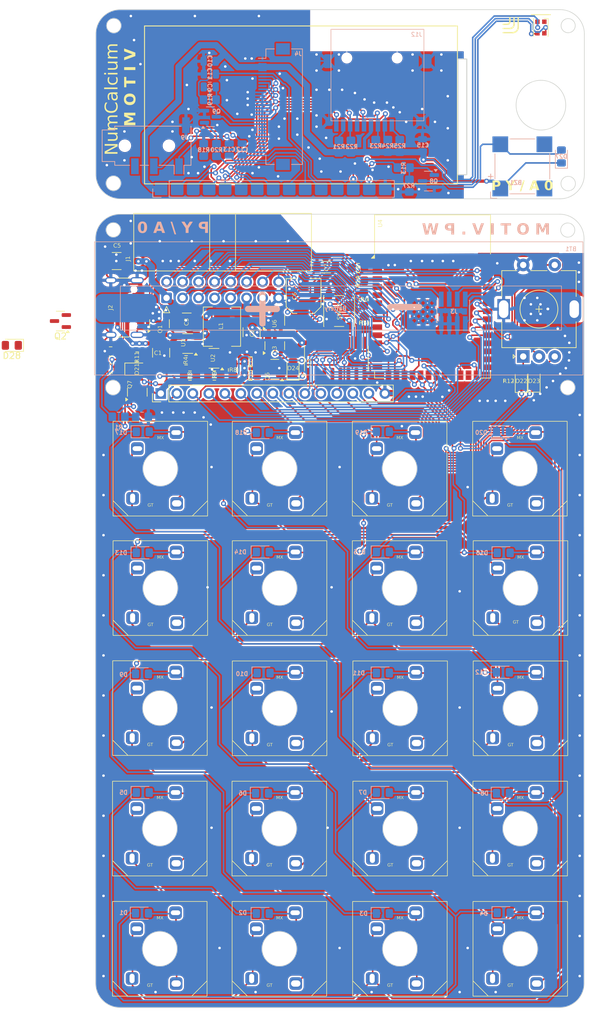
<source format=kicad_pcb>
(kicad_pcb (version 20240108) (generator "pcbnew") (generator_version "8.0")
  (layers (0 "F.Cu" signal) (31 "B.Cu" signal) (34 "B.Paste" user) (35 "F.Paste" user) (36 "B.SilkS" user "B.Silkscreen") (37 "F.SilkS" user "F.Silkscreen") (38 "B.Mask" user) (39 "F.Mask" user) (44 "Edge.Cuts" user))
  (net 0 "")
  (net 1 "GND")
  (net 2 "Net-(BZ1--)")
  (net 3 "VDD")
  (net 4 "Net-(BT1-+)")
  (net 5 "VBUS")
  (net 6 "IO_CK")
  (net 7 "Net-(J4-Pin_21)")
  (net 8 "IO_D")
  (net 9 "Net-(J4-Pin_20)")
  (net 10 "/Front/VDD")
  (net 11 "CART_SENSE")
  (net 12 "/Front/LCD_RST")
  (net 13 "/Front/A_T")
  (net 14 "Net-(C12-Pad1)")
  (net 15 "/Front/A_R1")
  (net 16 "Net-(C13-Pad1)")
  (net 17 "IO_T")
  (net 18 "IO_OE")
  (net 19 "VDD_AON")
  (net 20 "Net-(D1-A)")
  (net 21 "Net-(D2-A)")
  (net 22 "Net-(D3-A)")
  (net 23 "Net-(D4-A)")
  (net 24 "Net-(D5-A)")
  (net 25 "Net-(D6-A)")
  (net 26 "Net-(D7-A)")
  (net 27 "Net-(D8-A)")
  (net 28 "Net-(D9-A)")
  (net 29 "Net-(D10-A)")
  (net 30 "Net-(D11-A)")
  (net 31 "Net-(D12-A)")
  (net 32 "Net-(D13-A)")
  (net 33 "Net-(D14-A)")
  (net 34 "Net-(D15-A)")
  (net 35 "Net-(D16-A)")
  (net 36 "Net-(D17-A)")
  (net 37 "Net-(D18-A)")
  (net 38 "Net-(D19-A)")
  (net 39 "Net-(D20-A)")
  (net 40 "#LOW_POWER_REQ")
  (net 41 "Net-(D21-A)")
  (net 42 "#B_OK")
  (net 43 "TX1")
  (net 44 "RX1")
  (net 45 "Net-(U1-PROG)")
  (net 46 "VBAT_MON")
  (net 47 "Net-(D28-A)")
  (net 48 "Net-(D22-A)")
  (net 49 "Net-(D23-A)")
  (net 50 "Net-(D25-K)")
  (net 51 "/Front/LED")
  (net 53 "Net-(J1-Pin_10)")
  (net 55 "Net-(J1-Pin_9)")
  (net 57 "Net-(J1-Pin_8)")
  (net 58 "Net-(J1-Pin_7)")
  (net 59 "Net-(J2-CC1)")
  (net 61 "Net-(J2-CC2)")
  (net 62 "USB-")
  (net 63 "USB+")
  (net 64 "/Front/LCD_DC")
  (net 65 "/Front/MISO")
  (net 68 "/Front/CK")
  (net 69 "/Front/MOSI")
  (net 70 "/Front/LCD_CS")
  (net 73 "RST")
  (net 74 "/Front/SD_CS")
  (net 75 "/Front/SD_DET")
  (net 76 "Net-(Q6-D)")
  (net 77 "Net-(Q7-S)")
  (net 78 "/Main/SD_DET")
  (net 79 "Net-(Q8-G)")
  (net 82 "Net-(Q9-G)")
  (net 84 "Net-(J12-DAT1)")
  (net 85 "/Front/BUZZER")
  (net 86 "/Main/MOSI")
  (net 87 "Net-(J12-DAT2)")
  (net 88 "/Main/SD_CS")
  (net 89 "/Main/MISO")
  (net 90 "Net-(U2-LX)")
  (net 91 "/Main/CK")
  (net 92 "/Main/LCD_LED")
  (net 93 "/Main/LCD_CS")
  (net 94 "/Main/LCD_DC")
  (net 95 "/Main/STATUS_LED")
  (net 96 "Net-(U2-FB)")
  (net 97 "Net-(U3-QH)")
  (net 98 "Net-(U3-QG)")
  (net 99 "Net-(U3-QF)")
  (net 100 "Net-(U3-QE)")
  (net 101 "Net-(U3-QD)")
  (net 102 "Net-(U3-QC)")
  (net 104 "/Main/BUZ_DRIVE")
  (net 105 "/Front/LCD_LED")
  (net 106 "VBAT")
  (net 107 "Net-(J1-Pin_4)")
  (net 108 "Net-(J1-Pin_16)")
  (net 109 "Net-(J1-Pin_6)")
  (net 110 "Net-(J1-Pin_2)")
  (net 111 "Net-(J1-Pin_14)")
  (net 112 "Net-(J1-Pin_12)")
  (net 113 "Net-(D24-A)")
  (net 114 "Net-(Q3-S)")
  (net 115 "CHARGE_STATE")
  (net 116 "Net-(J3-Pin_4)")
  (net 117 "Net-(J3-Pin_2)")
  (footprint "Package_TO_SOT_SMD:TSOT-23-5" (layer "F.Cu") (at 14.102189 18.86758 180)
    (property "Reference" "U1")
    (property "Value" "LTC4054ES5-4.2")
  )
  (footprint "footprints:Combo_MechanicalSwitch" (layer "F.Cu") (at 9.671789 114.76388)
    (property "Reference" "SW1" (hide yes))
    (property "Value" "SW_Push")
    (fp_circle (center 0 0) (end 2.75 0) (stroke (width 0.1)) (fill none) (layer "Edge.Cuts"))
  )
  (footprint "Resistor_SMD:R_0805_2012Metric_Pad1.20x1.40mm_HandSolder" (layer "F.Cu") (at 24.109789 23.88268)
    (property "Reference" "R10")
    (property "Value" "100k")
  )
  (footprint "Package_SO:SOIC-16_3.9x9.9mm_P1.27mm" (layer "F.Cu") (at 37.698789 21.22688 90)
    (property "Reference" "U3")
    (property "Value" "74HC595")
  )
  (footprint "Capacitor_SMD:C_Elec_5x5.4" (layer "F.Cu") (at 32.491789 11.34018 90)
    (property "Reference" "C6")
    (property "Value" "100u")
  )
  (footprint "Resistor_SMD:R_0805_2012Metric_Pad1.20x1.40mm_HandSolder" (layer "F.Cu") (at 1.926189 22.81588 180)
    (property "Reference" "R17" (hide yes))
    (property "Value" "5k6")
  )
  (footprint "Resistor_SMD:R_0805_2012Metric_Pad1.20x1.40mm_HandSolder" (layer "F.Cu") (at 42.092989 15.61828 90)
    (property "Reference" "R5")
    (property "Value" "1M")
  )
  (footprint "Resistor_SMD:R_0805_2012Metric_Pad1.20x1.40mm_HandSolder" (layer "F.Cu") (at 41.143789 6.91548 180)
    (property "Reference" "C8")
    (property "Value" "100n")
  )
  (footprint "Connector_USB:USB_C_Receptacle_GCT_USB4105-xx-A_16P_TopMnt_Horizontal" (layer "F.Cu") (at 2.970789 13.16588 -90)
    (property "Reference" "J2")
    (property "Value" "USB_C_Receptacle_USB2.0_16P")
  )
  (footprint "Package_TO_SOT_SMD:SOT-23" (layer "F.Cu") (at 9.631789 15.72698 90)
    (property "Reference" "Q1")
    (property "Value" "AO3401A")
  )
  (footprint "footprints:Combo_MechanicalSwitch" (layer "F.Cu") (at 66.875789 114.76388)
    (property "Reference" "SW4" (hide yes))
    (property "Value" "SW_Push")
    (fp_circle (center 0 0) (end 2.75 0) (stroke (width 0.1)) (fill none) (layer "Edge.Cuts"))
  )
  (footprint "Package_TO_SOT_SMD:SOT-23-3" (layer "F.Cu") (at 27.919789 15.19588 90)
    (property "Reference" "U6")
    (property "Value" "XC6206PxxxMR")
  )
  (footprint "Diode_SMD:D_0805_2012Metric_Pad1.15x1.40mm_HandSolder" (layer "F.Cu") (at 69.067789 24.71148 90)
    (property "Reference" "D23")
    (property "Value" "D")
  )
  (footprint "Diode_SMD:D_0805_2012Metric_Pad1.15x1.40mm_HandSolder" (layer "F.Cu") (at -13.8086 19.1516 180)
    (property "Reference" "D28")
    (property "Value" "D")
  )
  (footprint "Diode_SMD:D_0805_2012Metric_Pad1.15x1.40mm_HandSolder" (layer "F.Cu") (at 30.815389 22.80688 90)
    (property "Reference" "D24")
    (property "Value" "D")
  )
  (footprint "footprints:Combo_MechanicalSwitch" (layer "F.Cu") (at 9.758789 57.61388)
    (property "Reference" "SW13" (hide yes))
    (property "Value" "SW_Push")
    (fp_circle (center 0 0) (end 2.75 0) (stroke (width 0.1)) (fill none) (layer "Edge.Cuts"))
  )
  (footprint "footprints:Combo_MechanicalSwitch" (layer "F.Cu") (at 66.821789 38.69088)
    (property "Reference" "SW20" (hide yes))
    (property "Value" "SW_Push")
    (fp_circle (center 0 0) (end 2.75 0) (stroke (width 0.1)) (fill none) (layer "Edge.Cuts"))
  )
  (footprint "footprints:Combo_MechanicalSwitch" (layer "F.Cu") (at 47.771789 114.76388)
    (property "Reference" "SW3" (hide yes))
    (property "Value" "SW_Push")
    (fp_circle (center 0 0) (end 2.75 0) (stroke (width 0.1)) (fill none) (layer "Edge.Cuts"))
  )
  (footprint "Resistor_SMD:R_0805_2012Metric_Pad1.20x1.40mm_HandSolder" (layer "F.Cu") (at 6.091789 20.93628 180)
    (property "Reference" "R11")
    (property "Value" "100k")
  )
  (footprint "Package_TO_SOT_SMD:SOT-23" (layer "F.Cu") (at 27.919789 19.21138 90)
    (property "Reference" "Q3")
    (property "Value" "AO3401A")
  )
  (footprint "Capacitor_SMD:C_1206_3216Metric" (layer "F.Cu") (at 36.096789 6.76308 180)
    (property "Reference" "C7")
    (property "Value" "1u")
  )
  (footprint "footprints:Combo_MechanicalSwitch" (layer "F.Cu") (at 47.731789 38.69088)
    (property "Reference" "SW19" (hide yes))
    (property "Value" "SW_Push")
    (fp_circle (center 0 0) (end 2.75 0) (stroke (width 0.1)) (fill none) (layer "Edge.Cuts"))
  )
  (footprint "Inductor_SMD:L_Chilisin_BMRA00050530" (layer "F.Cu") (at 19.537789 16.19388 90)
    (property "Reference" "L1")
    (property "Value" "2u2")
  )
  (footprint "footprints:ESP32-S3-WROOM-1-Compact-Court" (layer "F.Cu") (at 52.951789 11.38588)
    (property "Reference" "U4")
    (property "Value" "ESP32-S3-WROOM-1")
  )
  (footprint "Resistor_SMD:R_0805_2012Metric_Pad1.20x1.40mm_HandSolder" (layer "F.Cu") (at 1.875389 20.12348 180)
    (property "Reference" "R16" (hide yes))
    (property "Value" "5k6")
  )
  (footprint "footprints:Combo_MechanicalSwitch" (layer "F.Cu") (at 66.863789 95.71288)
    (property "Reference" "SW8" (hide yes))
    (property "Value" "SW_Push")
    (fp_circle (center 0 0) (end 2.75 0) (stroke (width 0.1)) (fill none) (layer "Edge.Cuts"))
  )
  (footprint "Resistor_SMD:R_0805_2012Metric_Pad1.20x1.40mm_HandSolder" (layer "F.Cu") (at 21.290389 23.06048 -90)
    (property "Reference" "R8")
    (property "Value" "220k")
  )
  (footprint "Package_TO_SOT_SMD:SOT-23" (layer "F.Cu") (at 6.103489 26.57508 90)
    (property "Reference" "Q7")
    (property "Value" "AO3401A")
  )
  (footprint "LED_SMD:LED_WS2812B-2020_PLCC4_2.0x2.0mm" (layer "F.Cu") (at 70.146 -31.2 -90)
    (property "Reference" "D26" (hide yes))
    (property "Value" "WS2812B-2020" (hide yes))
  )
  (footprint "footprints:Combo_MechanicalSwitch" (layer "F.Cu") (at 47.731789 57.61388)
    (property "Reference" "SW15" (hide yes))
    (property "Value" "SW_Push")
    (fp_circle (center 0 0) (end 2.75 0) (stroke (width 0.1)) (fill none) (layer "Edge.Cuts"))
  )
  (footprint "Capacitor_SMD:C_1210_3225Metric" (layer "F.Cu") (at 9.885789 20.32668 -90)
    (property "Reference" "C1")
    (property "Value" "100u")
  )
  (footprint "Connector_PinHeader_2.54mm:PinHeader_1x15_P2.54mm_Vertical" (layer "F.Cu") (at 9.834989 26.77828 90)
    (property "Reference" "IPC1" (hide yes))
    (property "Value" "Conn_01x16_Pin")
  )
  (footprint "Package_TO_SOT_SMD:SOT-23" (layer "F.Cu") (at 27.919789 22.94288 180)
    (property "Reference" "Q6")
    (property "Value" "BSS138")
  )
  (footprint "Capacitor_SMD:C_1210_3225Metric_Pad1.33x2.70mm_HandSolder" (layer "F.Cu") (at 13.949789 15.39908 180)
    (property "Reference" "C3")
    (property "Value" "22u")
  )
  (footprint "Resistor_SMD:R_0805_2012Metric_Pad1.20x1.40mm_HandSolder" (layer "F.Cu") (at 65.003789 24.75528 90)
    (property "Reference" "R12")
    (property "Value" "100k")
  )
  (footprint "Resistor_SMD:R_0805_2012Metric_Pad1.20x1.40mm_HandSolder" (layer "F.Cu") (at 14.467189 23.95888)
    (property "Reference" "R3")
    (property "Value" "1M")
  )
  (footprint "Resistor_SMD:R_0805_2012Metric_Pad1.20x1.40mm_HandSolder" (layer "F.Cu") (at 24.125789 21.69828)
    (property "Reference" "R15")
    (property "Value" "100k")
  )
  (footprint "footprints:Combo_MechanicalSwitch" (layer "F.Cu") (at 28.681789 76.66288)
    (property "Reference" "SW10" (hide yes))
    (property "Value" "SW_Push")
    (fp_circle (center 0 0) (end 2.75 0) (stroke (width 0.1)) (fill none) (layer "Edge.Cuts"))
  )
  (footprint "footprints:Combo_MechanicalSwitch" (layer "F.Cu") (at 28.681789 57.61388)
    (property "Reference" "SW14" (hide yes))
    (property "Value" "SW_Push")
    (fp_circle (center 0 0) (end 2.75 0) (stroke (width 0.1)) (fill none) (layer "Edge.Cuts"))
  )
  (footprint "footprints:IDC-Header_2x08_P2.54mm_Horizontal" (layer "F.Cu") (at 10.749389 11.63988 90)
    (property "Reference" "J1")
    (property "Value" "Conn_02x08_Odd_Even")
  )
  (footprint "Diode_SMD:D_0805_2012Metric_Pad1.15x1.40mm_HandSolder" (layer "F.Cu") (at 5.983189 22.91748)
    (property "Reference" "D21")
    (property "Value" "D")
  )
  (footprint "Resistor_SMD:R_1210_3225Metric_Pad1.30x2.65mm_HandSolder" (layer "F.Cu") (at 24.236789 17.07488 -90)
    (property "Reference" "C2")
    (property "Value" "22u")
  )
  (footprint "Diode_SMD:D_0805_2012Metric_Pad1.15x1.40mm_HandSolder" (layer "F.Cu") (at 67.035789 24.76228 90)
    (property "Reference" "D22")
    (property "Value" "D")
  )
  (footprint "footprints:Combo_MechanicalSwitch" (layer "F.Cu") (at 47.813789 76.66288)
    (property "Reference" "SW11" (hide yes))
    (property "Value" "SW_Push")
    (fp_circle (center 0 0) (end 2.75 0) (stroke (width 0.1)) (fill none) (layer "Edge.Cuts"))
  )
  (footprint "Resistor_SMD:R_1210_3225Metric_Pad1.30x2.65mm_HandSolder" (layer "F.Cu") (at 2.824589 5.79788 180)
    (property "Reference" "C5")
    (property "Value" "22u")
  )
  (footprint "footprints:Combo_MechanicalSwitch" (layer "F.Cu") (at 28.648789 114.76388)
    (property "Reference" "SW2" (hide yes))
    (property "Value" "SW_Push")
    (fp_circle (center 0 0) (end 2.75 0) (stroke (width 0.1)) (fill none) (layer "Edge.Cuts"))
  )
  (footprint "footprints:RotaryEncoder_Alps_EC11E-Switch_Vertical_H20mm" (layer "F.Cu") (at 67.341789 20.91788 90)
    (property "Reference" "SW21" (hide yes))
    (property "Value" "Encoder")
  )
  (footprint "footprints:Combo_MechanicalSwitch" (layer "F.Cu") (at 66.908789 57.61388)
    (property "Reference" "SW16" (hide yes))
    (property "Value" "SW_Push")
    (fp_circle (center 0 0) (end 2.75 0) (stroke (width 0.1)) (fill none) (layer "Edge.Cuts"))
  )
  (footprint "Resistor_SMD:R_0805_2012Metric_Pad1.20x1.40mm_HandSolder" (layer "F.Cu") (at 13.848189 21.52048 180)
    (property "Reference" "R4")
    (property "Value" "2k")
  )
  (footprint "Package_TO_SOT_SMD:TSOT-23-5" (layer "F.Cu") (at 18.273289 21.20548 180)
    (property "Reference" "U2")
    (property "Value" "STI3411A")
  )
  (footprint "footprints:Combo_MechanicalSwitch" (layer "F.Cu") (at 9.758789 38.69088)
    (property "Reference" "SW17" (hide yes))
    (property "Value" "SW_Push")
    (fp_circle (center 0 0) (end 2.75 0) (stroke (width 0.1)) (fill none) (layer "Edge.Cuts"))
  )
  (footprint "footprints:Combo_MechanicalSwitch" (layer "F.Cu") (at 28.681789 38.69088)
    (property "Reference" "SW18" (hide yes))
    (property "Value" "SW_Push")
    (fp_circle (center 0 0) (end 2.75 0) (stroke (width 0.1)) (fill none) (layer "Edge.Cuts"))
  )
  (footprint "Resistor_SMD:R_0805_2012Metric_Pad1.20x1.40mm_HandSolder" (layer "F.Cu") (at 18.327989 23.93348 180)
    (property "Reference" "R9")
    (property "Value" "47k")
  )
  (footprint "Package_TO_SOT_SMD:SOT-23" (layer "F.Cu") (at -6.096 15.3049 180)
    (property "Reference" "Q2")
    (property "Value" "AO3401A")
  )
  (footprint "footprints:Combo_MechanicalSwitch" (layer "F.Cu") (at 9.698789 76.62888)
    (property "Reference" "SW9" (hide yes))
    (property "Value" "SW_Push")
    (fp_circle (center 0 0) (end 2.75 0) (stroke (width 0.1)) (fill none) (layer "Edge.Cuts"))
  )
  (footprint "footprints:Combo_MechanicalSwitch" (layer "F.Cu") (at 66.908789 76.66388)
    (property "Reference" "SW12" (hide yes))
    (property "Value" "SW_Push")
    (fp_circle (center 0 0) (end 2.75 0) (stroke (width 0.1)) (fill none) (layer "Edge.Cuts"))
  )
  (footprint "footprints:Combo_MechanicalSwitch" (layer "F.Cu") (at 9.671789 95.71388)
    (property "Reference" "SW5" (hide yes))
    (property "Value" "SW_Push")
    (fp_circle (center 0 0) (end 2.75 0) (stroke (width 0.1)) (fill none) (layer "Edge.Cuts"))
  )
  (footprint "footprints:Combo_MechanicalSwitch" (layer "F.Cu") (at 47.813789 95.71288)
    (property "Reference" "SW7" (hide yes))
    (property "Value" "SW_Push")
    (fp_circle (center 0 0) (end 2.75 0) (stroke (width 0.1)) (fill none) (layer "Edge.Cuts"))
  )
  (footprint "footprints:Combo_MechanicalSwitch" (layer "F.Cu") (at 28.636789 95.71288)
    (property "Reference" "SW6" (hide yes))
    (property "Value" "SW_Push")
    (fp_circle (center 0 0) (end 2.75 0) (stroke (width 0.1)) (fill none) (layer "Edge.Cuts"))
  )
  (footprint "Resistor_SMD:R_0805_2012Metric_Pad1.20x1.40mm_HandSolder" (layer "F.Cu") (at 42.042189 11.90228 90)
    (property "Reference" "R6")
    (property "Value" "1M")
  )
  (footprint "Resistor_SMD:R_0805_2012Metric_Pad1.20x1.40mm_HandSolder" (layer "F.Cu") (at 41.127789 8.94748 180)
    (property "Reference" "R14")
    (property "Value" "100k")
  )
  (footprint "Button_Switch_SMD:SW_SPST_PTS647_Sx38" (layer "F.Cu") (at 38.130789 13.71388 -90)
    (property "Reference" "SW22")
    (property "Value" "RST")
  )
  (footprint "Diode_SMD:D_0805_2012Metric_Pad1.15x1.40mm_HandSolder" (layer "B.Cu") (at 6.845789 109.12388)
    (property "Reference" "D1")
    (property "Value" "D")
  )
  (footprint "Resistor_SMD:R_0805_2012Metric_Pad1.20x1.40mm_HandSolder" (layer "B.Cu") (at 47.752 -12.446 90)
    (property "Reference" "R25")
    (property "Value" "47k")
  )
  (footprint "Resistor_SMD:R_0805_2012Metric_Pad1.20x1.40mm_HandSolder" (layer "B.Cu") (at 6.853789 30.48668)
    (property "Reference" "D25" (hide yes))
    (property "Value" "BAT_REV")
  )
  (footprint "Capacitor_SMD:C_0805_2012Metric" (layer "B.Cu") (at 20.701 -11.877 -90)
    (property "Reference" "C13")
    (property "Value" "1u")
  )
  (footprint "footprints:PinSocket_1x15_P2.54mm_Vertical_Pads" (layer "B.Cu") (at 9.890001 -5.635289 -90)
    (property "Reference" "IPC2" (hide yes))
    (property "Value" "Conn_01x16_Socket" (hide yes))
  )
  (footprint "Package_TO_SOT_SMD:SOT-23" (layer "B.Cu") (at 52.3009 -6.8732 180)
    (property "Reference" "Q8")
    (property "Value" "BSS138")
  )
  (footprint "Buzzer_Beeper:MagneticBuzzer_CUI_CMT-8504-100-SMT" (layer "B.Cu") (at 67.2084 -9.2)
    (property "Reference" "BZ1")
    (property "Value" "Buzzer")
  )
  (footprint "Diode_SMD:D_0805_2012Metric_Pad1.15x1.40mm_HandSolder" (layer "B.Cu") (at 64.241789 109.04888)
    (property "Reference" "D4")
    (property "Value" "D")
  )
  (footprint "Diode_SMD:D_0805_2012Metric_Pad1.15x1.40mm_HandSolder" (layer "B.Cu") (at 64.123789 32.84888)
    (property "Reference" "D20")
    (property "Value" "D")
  )
  (footprint "Diode_SMD:D_0805_2012Metric_Pad1.15x1.40mm_HandSolder" (layer "B.Cu") (at 6.973789 89.99888)
    (property "Reference" "D5")
    (property "Value" "D")
  )
  (footprint "Diode_SMD:D_0805_2012Metric_Pad1.15x1.40mm_HandSolder" (layer "B.Cu") (at 6.846789 71.20288)
    (property "Reference" "D9")
    (property "Value" "D")
  )
  (footprint "Diode_SMD:D_0805_2012Metric_Pad1.15x1.40mm_HandSolder" (layer "B.Cu") (at 64.123789 70.94888)
    (property "Reference" "D12")
    (property "Value" "D")
  )
  (footprint "Resistor_SMD:R_0805_2012Metric_Pad1.20x1.40mm_HandSolder" (layer "B.Cu") (at 45.847 -12.449983 90)
    (property "Reference" "R24")
    (property "Value" "47k")
  )
  (footprint "Diode_SMD:D_0805_2012Metric_Pad1.15x1.40mm_HandSolder" (layer "B.Cu") (at 26.023789 32.97588)
    (property "Reference" "D18")
    (property "Value" "D")
  )
  (footprint "footprints:LiIon18650" (layer "B.Cu") (at 76.814789 2.74988 180)
    (property "Reference" "BT1")
    (property "Value" "Battery")
  )
  (footprint "Resistor_SMD:R_0805_2012Metric_Pad1.20x1.40mm_HandSolder" (layer "B.Cu") (at 16.637 -11.811 90)
    (property "Reference" "R18")
    (property "Value" "100k")
  )
  (footprint "Resistor_SMD:R_0805_2012Metric_Pad1.20x1.40mm_HandSolder" (layer "B.Cu") (at 18.669 -11.795 90)
    (property "Reference" "R20")
    (property "Value" "1k")
  )
  (footprint "Capacitor_SMD:C_0805_2012Metric" (layer "B.Cu") (at 51.3588 -12.5476 90)
    (property "Reference" "C15")
    (property "Value" "10u")
  )
  (footprint "Resistor_SMD:R_0805_2012Metric_Pad1.20x1.40mm_HandSolder" (layer "B.Cu") (at 38.1 -12.319 90)
    (property "Reference" "R21")
    (property "Value" "47k")
  )
  (footprint "Resistor_SMD:R_0805_2012Metric_Pad1.20x1.40mm_HandSolder" (layer "B.Cu") (at 17.6072 -19.7612 180)
    (property "Reference" "R19")
    (property "Value" "100")
  )
  (footprint "Diode_SMD:D_0805_2012Metric_Pad1.15x1.40mm_HandSolder" (layer "B.Cu") (at 26.150789 71.07588)
    (property "Reference" "D10")
    (property "Value" "D")
  )
  (footprint "Diode_SMD:D_0805_2012Metric_Pad1.15x1.40mm_HandSolder" (layer "B.Cu") (at 73.406 -10.7696 90)
    (property "Reference" "D27")
    (property "Value" "D")
  )
  (footprint "Capacitor_SMD:C_0805_2012Metric" (layer "B.Cu") (at 17.5768 -25.8572 180)
    (property "Reference" "C10")
    (property "Value" "1u")
  )
  (footprint "Diode_SMD:D_0805_2012Metric_Pad1.15x1.40mm_HandSolder" (layer "B.Cu") (at 64.250789 52.02588)
    (property "Reference" "D16")
    (property "Value" "D")
  )
  (footprint "Diode_SMD:D_0805_2012Metric_Pad1.15x1.40mm_HandSolder" (layer "B.Cu") (at 25.896789 90.12588)
    (property "Reference" "D6")
    (property "Value" "D")
  )
  (footprint "Diode_SMD:D_0805_2012Metric_Pad1.15x1.40mm_HandSolder" (layer "B.Cu") (at 45.073789 71.07588)
    (property "Reference" "D11")
    (property "Value" "D")
  )
  (footprint "Diode_SMD:D_0805_2012Metric_Pad1.15x1.40mm_HandSolder" (layer "B.Cu") (at 6.973789 52.02588)
    (property "Reference" "D13")
    (property "Value" "D")
  )
  (footprint "Capacitor_SMD:C_0805_2012Metric" (layer "B.Cu") (at 17.592 -21.7932)
    (property "Reference" "C9")
    (property "Value" "1u")
  )
  (footprint "Capacitor_SMD:C_0805_2012Metric" (layer "B.Cu") (at 17.6276 -23.8252 180)
    (property "Reference" "C11")
    (property "Value" "100n")
  )
  (footprint "Connector_PinHeader_1.27mm:PinHeader_2x04_P1.27mm_Vertical_SMD" (layer "B.Cu") (at 56.240789 13.79308 90)
    (property "Reference" "J3")
    (property "Value" "Conn_02x04_Odd_Even" (hide yes))
  )
  (footprint "footprints:microSD_Short_1" (layer "B.Cu") (at 44.284 -22.3652)
    (property "Reference" "J12")
    (property "Value" "Micro_SD_Card_Det2")
  )
  (footprint "Diode_SMD:D_0805_2012Metric_Pad1.15x1.40mm_HandSolder" (layer "B.Cu") (at 64.123789 90.12588)
    (property "Reference" "D8")
    (property "Value" "D")
  )
  (footprint "Package_TO_SOT_SMD:SOT-23" (layer "B.Cu") (at 17.7061 -17.0688)
    (property "Reference" "Q9")
    (property "Value" "BSS138")
  )
  (footprint "Resistor_SMD:R_0805_2012Metric_Pad1.20x1.40mm_HandSolder" (layer "B.Cu") (at 40.005 -12.319 90)
    (property "Reference" "R22")
    (property "Value" "47k")
  )
  (footprint "Diode_SMD:D_0805_2012Metric_Pad1.15x1.40mm_HandSolder" (layer "B.Cu") (at 26.023789 109.17588)
    (property "Reference" "D2")
    (property "Value" "D")
  )
  (footprint "Diode_SMD:D_0805_2012Metric_Pad1.15x1.40mm_HandSolder" (layer "B.Cu") (at 45.073789 32.84888)
    (property "Reference" "D19")
    (property "Value" "D")
  )
  (footprint "Resistor_SMD:R_0805_2012Metric_Pad1.20x1.40mm_HandSolder" (layer "B.Cu") (at 49.276 -6.1468 -90)
    (property "Reference" "R27")
    (property "Value" "10k")
  )
  (footprint "Resistor_SMD:R_0805_2012Metric_Pad1.20x1.40mm_HandSolder" (layer "B.Cu") (at 3.138789 30.48668)
    (property "Reference" "R1")
    (property "Value" "33k")
  )
  (footprint "Resistor_SMD:R_0805_2012Metric_Pad1.20x1.40mm_HandSolder" (layer "B.Cu") (at 48.3776 -8.9916)
    (property "Reference" "R13")
    (property "Value" "10k")
  )
  (footprint "Diode_SMD:D_0805_2012Metric_Pad1.15x1.40mm_HandSolder" (layer "B.Cu") (at 26.023789 51.89888)
    (property "Reference" "D14")
    (property "Value" "D")
  )
  (footprint "Diode_SMD:D_0805_2012Metric_Pad1.15x1.40mm_HandSolder" (layer "B.Cu") (at 6.973789 32.84888)
    (property "Reference" "D17")
    (property "Value" "D")
  )
  (footprint "Diode_SMD:D_0805_2012Metric_Pad1.15x1.40mm_HandSolder" (layer "B.Cu") (at 45.073789 51.89888)
    (property "Reference" "D15")
    (property "Value" "D")
  )
  (footprint "Connector_FFC-FPC:Hirose_FH12-30S-0.5SH_1x30-1MP_P0.50mm_Horizontal" (layer "B.Cu") (at 27.81 -18.6608 -90)
    (property "Reference" "J4")
    (property "Value" "LCD_socket")
  )
  (footprint "Capacitor_SMD:C_0805_2012Metric" (layer "B.Cu") (at 22.733 -11.877 -90)
    (property "Reference" "C12")
    (property "Value" "1u")
  )
  (footprint "Diode_SMD:D_0805_2012Metric_Pad1.15x1.40mm_HandSolder" (layer "B.Cu") (at 45.073789 89.99888)
    (property "Reference" "D7")
    (property "Value" "D")
  )
  (footprint "Diode_SMD:D_0805_2012Metric_Pad1.15x1.40mm_HandSolder" (layer "B.Cu") (at 45.073789 109.17588)
    (property "Reference" "D3")
    (property "Value" "D")
  )
  (footprint "Resistor_SMD:R_0805_2012Metric_Pad1.20x1.40mm_HandSolder" (layer "B.Cu") (at 43.942 -12.446 90)
    (property "Reference" "R23")
    (property "Value" "47k")
  )
  (footprint "footprints:Jack_3.5mm_PJ320D_Horizontal" (layer "B.Cu") (at 8.9002 -12.4702)
    (property "Reference" "J9")
    (property "Value" "AudioJack4")
  )
  (gr_line (start 64.16675 -31.046208) (end 65.24162 -31.046208) (stroke (width 0.211666)) (layer "F.SilkS"))
  (gr_line (start 65.134456 -31.852093) (end 65.146238 -31.867086) (stroke (width 0.211666)) (layer "F.SilkS"))
  (gr_line (start 66.344089 -30.709708) (end 66.370599 -30.743442) (stroke (width 0.211666)) (layer "F.SilkS"))
  (gr_line (start 65.83586 -31.440099) (end 65.847407 -31.469386) (stroke (width 0.211666)) (layer "F.SilkS"))
  (gr_line (start 65.719001 -31.257501) (end 65.739272 -31.280902) (stroke (width 0.211666)) (layer "F.SilkS"))
  (gr_line (start 65.549026 -31.124048) (end 65.576033 -31.139577) (stroke (width 0.211666)) (layer "F.SilkS"))
  (gr_line (start 65.177182 -31.915368) (end 65.185947 -31.932481) (stroke (width 0.211666)) (layer "F.SilkS"))
  (gr_line (start 65.21702 -32.024558) (end 65.22051 -32.044102) (stroke (width 0.211666)) (layer "F.SilkS"))
  (gr_line (start 65.20724 -31.986524) (end 65.212588 -32.005357) (stroke (width 0.211666)) (layer "F.SilkS"))
  (gr_line (start 65.212588 -32.005357) (end 65.21702 -32.024558) (stroke (width 0.211666)) (layer "F.SilkS"))
  (gr_line (start 65.121982 -31.837693) (end 65.134456 -31.852093) (stroke (width 0.211666)) (layer "F.SilkS"))
  (gr_line (start 66.395495 -30.778452) (end 66.418722 -30.814682) (stroke (width 0.211666)) (layer "F.SilkS"))
  (gr_line (start 65.675249 -31.213749) (end 65.697647 -31.235103) (stroke (width 0.211666)) (layer "F.SilkS"))
  (gr_line (start 65.492651 -31.09689) (end 65.521218 -31.109805) (stroke (width 0.211666)) (layer "F.SilkS"))
  (gr_line (start 65.371593 -31.059311) (end 65.402795 -31.066513) (stroke (width 0.211666)) (layer "F.SilkS"))
  (gr_line (start 65.885702 -31.657943) (end 65.886542 -31.69113) (stroke (width 0.211666)) (layer "F.SilkS"))
  (gr_line (start 65.6022 -31.156352) (end 65.627485 -31.174333) (stroke (width 0.211666)) (layer "F.SilkS"))
  (gr_line (start 65.201001 -31.968084) (end 65.20724 -31.986524) (stroke (width 0.211666)) (layer "F.SilkS"))
  (gr_line (start 65.24162 -31.046208) (end 65.274807 -31.047048) (stroke (width 0.211666)) (layer "F.SilkS"))
  (gr_line (start 66.002615 -30.454924) (end 66.04217 -30.472807) (stroke (width 0.211666)) (layer "F.SilkS"))
  (gr_line (start 64.982689 -31.738855) (end 65.000269 -31.746803) (stroke (width 0.211666)) (layer "F.SilkS"))
  (gr_line (start 64.828208 -31.707667) (end 64.848631 -31.708183) (stroke (width 0.211666)) (layer "F.SilkS"))
  (gr_line (start 66.080673 -30.492527) (end 66.118068 -30.514028) (stroke (width 0.211666)) (layer "F.SilkS"))
  (gr_line (start 65.433398 -31.075203) (end 65.463364 -31.085343) (stroke (width 0.211666)) (layer "F.SilkS"))
  (gr_line (start 65.878198 -30.412863) (end 65.920573 -30.424896) (stroke (width 0.211666)) (layer "F.SilkS"))
  (gr_line (start 66.548 -31.277719) (end 66.548 -32.766) (stroke (width 0.211666)) (layer "F.SilkS"))
  (gr_line (start 71.67 -33.232) (end 68.876 -33.232) (stroke (width 0.15)) (layer "F.SilkS"))
  (gr_line (start 65.157303 -31.882646) (end 65.167626 -31.898748) (stroke (width 0.211666)) (layer "F.SilkS"))
  (gr_line (start 65.185947 -31.932481) (end 65.193895 -31.950061) (stroke (width 0.211666)) (layer "F.SilkS"))
  (gr_line (start 65.739272 -31.280902) (end 65.758417 -31.305265) (stroke (width 0.211666)) (layer "F.SilkS"))
  (gr_line (start 65.962064 -30.438935) (end 66.002615 -30.454924) (stroke (width 0.211666)) (layer "F.SilkS"))
  (gr_line (start 65.822945 -31.411532) (end 65.83586 -31.440099) (stroke (width 0.211666)) (layer "F.SilkS"))
  (gr_line (start 66.507854 -31.012177) (end 66.519887 -31.054552) (stroke (width 0.211666)) (layer "F.SilkS"))
  (gr_line (start 65.793173 -31.356717) (end 65.808702 -31.383724) (stroke (width 0.211666)) (layer "F.SilkS"))
  (gr_line (start 66.04217 -30.472807) (end 66.080673 -30.492527) (stroke (width 0.211666)) (layer "F.SilkS"))
  (gr_line (start 66.529858 -31.097755) (end 66.537711 -31.141729) (stroke (width 0.211666)) (layer "F.SilkS"))
  (gr_line (start 64.868786 -31.709716) (end 64.888648 -31.71224) (stroke (width 0.211666)) (layer "F.SilkS"))
  (gr_line (start 66.316023 -30.677307) (end 66.344089 -30.709708) (stroke (width 0.211666)) (layer "F.SilkS"))
  (gr_line (start 65.576033 -31.139577) (end 65.6022 -31.156352) (stroke (width 0.211666)) (layer "F.SilkS"))
  (gr_line (start 66.440223 -30.852077) (end 66.459943 -30.89058) (stroke (width 0.211666)) (layer "F.SilkS"))
  (gr_line (start 65.886542 -31.69113) (end 65.886542 -32.766) (stroke (width 0.211666)) (layer "F.SilkS"))
  (gr_line (start 65.873439 -31.561157) (end 65.879111 -31.592916) (stroke (width 0.211666)) (layer "F.SilkS"))
  (gr_line (start 64.946226 -31.72551) (end 64.964666 -31.731749) (stroke (width 0.211666)) (layer "F.SilkS"))
  (gr_line (start 66.493815 -30.970686) (end 66.507854 -31.012177) (stroke (width 0.211666)) (layer "F.SilkS"))
  (gr_line (start 68.876 -33.232) (end 68.622 -33.232) (stroke (width 0.15)) (layer "F.SilkS"))
  (gr_line (start 65.655031 -30.38475) (end 65.700983 -30.385912) (stroke (width 0.211666)) (layer "F.SilkS"))
  (gr_line (start 66.154298 -30.537255) (end 66.189308 -30.562151) (stroke (width 0.211666)) (layer "F.SilkS"))
  (gr_line (start 64.927393 -31.720162) (end 64.946226 -31.72551) (stroke (width 0.211666)) (layer "F.SilkS"))
  (gr_line (start 65.700983 -30.385912) (end 65.746332 -30.38936) (stroke (width 0.211666)) (layer "F.SilkS"))
  (gr_line (start 64.964666 -31.731749) (end 64.982689 -31.738855) (stroke (width 0.211666)) (layer "F.SilkS"))
  (gr_line (start 65.746332 -30.38936) (end 65.791021 -30.395039) (stroke (width 0.211666)) (layer "F.SilkS"))
  (gr_line (start 65.883212 -31.625191) (end 65.885702 -31.657943) (stroke (width 0.211666)) (layer "F.SilkS"))
  (gr_line (start 64.16675 -31.707667) (end 64.828208 -31.707667) (stroke (width 0.211666)) (layer "F.SilkS"))
  (gr_line (start 66.54339 -31.186418) (end 66.546838 -31.231767) (stroke (width 0.211666)) (layer "F.SilkS"))
  (gr_line (start 66.286455 -30.646295) (end 66.316023 -30.677307) (stroke (width 0.211666)) (layer "F.SilkS"))
  (gr_line (start 66.459943 -30.89058) (end 66.477826 -30.930135) (stroke (width 0.211666)) (layer "F.SilkS"))
  (gr_line (start 65.402795 -31.066513) (end 65.433398 -31.075203) (stroke (width 0.211666)) (layer "F.SilkS"))
  (gr_line (start 65.857547 -31.499352) (end 65.866237 -31.529955) (stroke (width 0.211666)) (layer "F.SilkS"))
  (gr_line (start 65.274807 -31.047048) (end 65.307559 -31.049538) (stroke (width 0.211666)) (layer "F.SilkS"))
  (gr_line (start 66.418722 -30.814682) (end 66.440223 -30.852077) (stroke (width 0.211666)) (layer "F.SilkS"))
  (gr_line (start 66.477826 -30.930135) (end 66.493815 -30.970686) (stroke (width 0.211666)) (layer "F.SilkS"))
  (gr_line (start 65.339834 -31.053639) (end 65.371593 -31.059311) (stroke (width 0.211666)) (layer "F.SilkS"))
  (gr_line (start 65.000269 -31.746803) (end 65.017382 -31.755568) (stroke (width 0.211666)) (layer "F.SilkS"))
  (gr_line (start 66.118068 -30.514028) (end 66.154298 -30.537255) (stroke (width 0.211666)) (layer "F.SilkS"))
  (gr_line (start 65.050104 -31.775447) (end 65.065664 -31.786512) (stroke (width 0.211666)) (layer "F.SilkS"))
  (gr_line (start 65.034002 -31.765124) (end 65.050104 -31.775447) (stroke (width 0.211666)) (layer "F.SilkS"))
  (gr_line (start 65.651848 -31.193478) (end 65.675249 -31.213749) (stroke (width 0.211666)) (layer "F.SilkS"))
  (gr_line (start 65.697647 -31.235103) (end 65.719001 -31.257501) (stroke (width 0.211666)) (layer "F.SilkS"))
  (gr_line (start 65.463364 -31.085343) (end 65.492651 -31.09689) (stroke (width 0.211666)) (layer "F.SilkS"))
  (gr_line (start 66.223042 -30.588661) (end 66.255443 -30.616727) (stroke (width 0.211666)) (layer "F.SilkS"))
  (gr_line (start 65.776398 -31.33055) (end 65.793173 -31.356717) (stroke (width 0.211666)) (layer "F.SilkS"))
  (gr_line (start 65.758417 -31.305265) (end 65.776398 -31.33055) (stroke (width 0.211666)) (layer "F.SilkS"))
  (gr_line (start 64.16675 -30.38475) (end 65.655031 -30.38475) (stroke (width 0.211666)) (layer "F.SilkS"))
  (gr_line (start 65.225083 -32.104542) (end 65.225083 -32.766) (stroke (width 0.211666)) (layer "F.SilkS"))
  (gr_line (start 65.521218 -31.109805) (end 65.549026 -31.124048) (stroke (width 0.211666)) (layer "F.SilkS"))
  (gr_line (start 65.307559 -31.049538) (end 65.339834 -31.053639) (stroke (width 0.211666)) (layer "F.SilkS"))
  (gr_line (start 66.546838 -31.231767) (end 66.548 -31.277719) (stroke (width 0.211666)) (layer "F.SilkS"))
  (gr_line (start 66.537711 -31.141729) (end 66.54339 -31.186418) (stroke (width 0.211666)) (layer "F.SilkS"))
  (gr_line (start 64.848631 -31.708183) (end 64.868786 -31.709716) (stroke (width 0.211666)) (layer "F.SilkS"))
  (gr_line (start 66.519887 -31.054552) (end 66.529858 -31.097755) (stroke (width 0.211666)) (layer "F.SilkS"))
  (gr_line (start 65.167626 -31.898748) (end 65.177182 -31.915368) (stroke (width 0.211666)) (layer "F.SilkS"))
  (gr_line (start 65.065664 -31.786512) (end 65.080657 -31.798294) (stroke (width 0.211666)) (layer "F.SilkS"))
  (gr_line (start 66.189308 -30.562151) (end 66.223042 -30.588661) (stroke (width 0.211666)) (layer "F.SilkS"))
  (gr_line (start 65.866237 -31.529955) (end 65.873439 -31.561157) (stroke (width 0.211666)) (layer "F.SilkS"))
  (gr_line (start 64.888648 -31.71224) (end 64.908192 -31.71573) (stroke (width 0.211666)) (layer "F.SilkS"))
  (gr_line (start 65.224567 -32.084119) (end 65.225083 -32.104542) (stroke (width 0.211666)) (layer "F.SilkS"))
  (gr_line (start 65.108841 -31.823909) (end 65.121982 -31.837693) (stroke (width 0.211666)) (layer "F.SilkS"))
  (gr_line (start 65.879111 -31.592916) (end 65.883212 -31.625191) (stroke (width 0.211666)) (layer "F.SilkS"))
  (gr_line (start 65.627485 -31.174333) (end 65.651848 -31.193478) (stroke (width 0.211666)) (layer "F.SilkS"))
  (gr_line (start 65.808702 -31.383724) (end 65.822945 -31.411532) (stroke (width 0.211666)) (layer "F.SilkS"))
  (gr_line (start 65.223034 -32.063964) (end 65.224567 -32.084119) (stroke (width 0.211666)) (layer "F.SilkS"))
  (gr_line (start 66.255443 -30.616727) (end 66.286455 -30.646295) (stroke (width 0.211666)) (layer "F.SilkS"))
  (gr_line (start 65.920573 -30.424896) (end 65.962064 -30.438935) (stroke (width 0.211666)) (layer "F.SilkS"))
  (gr_line (start 65.095057 -31.810768) (end 65.108841 -31.823909) (stroke (width 0.211666)) (layer "F.SilkS"))
  (gr_rect (start 7.249601 -31.448243) (end 56.906601 -6.429243) (stroke (width 0.15)) (fill none) (layer "F.SilkS"))
  (gr_line (start 65.834995 -30.402892) (end 65.878198 -30.412863) (stroke (width 0.211666)) (layer "F.SilkS"))
  (gr_line (start 65.225083 -32.766) (end 65.223034 -32.063964) (stroke (width 0.211666)) (layer "F.SilkS"))
  (gr_line (start 65.847407 -31.469386) (end 65.857547 -31.499352) (stroke (width 0.211666)) (layer "F.SilkS"))
  (gr_line (start 65.146238 -31.867086) (end 65.157303 -31.882646) (stroke (width 0.211666)) (layer "F.SilkS"))
  (gr_line (start 65.193895 -31.950061) (end 65.201001 -31.968084) (stroke (width 0.211666)) (layer "F.SilkS"))
  (gr_line (start 65.791021 -30.395039) (end 65.834995 -30.402892) (stroke (width 0.211666)) (layer "F.SilkS"))
  (gr_line (start 65.017382 -31.755568) (end 65.034002 -31.765124) (stroke (width 0.211666)) (layer "F.SilkS"))
  (gr_line (start 65.080657 -31.798294) (end 65.095057 -31.810768) (stroke (width 0.211666)) (layer "F.SilkS"))
  (gr_line (start 64.908192 -31.71573) (end 64.927393 -31.720162) (stroke (width 0.211666)) (layer "F.SilkS"))
  (gr_line (start 65.22051 -32.044102) (end 65.223034 -32.063964) (stroke (width 0.211666)) (layer "F.SilkS"))
  (gr_line (start 66.370599 -30.743442) (end 66.395495 -30.778452) (stroke (width 0.211666)) (layer "F.SilkS"))
  (gr_circle (center 2.376293 -31.494243) (end 2.973385 -30.518243) (stroke (width 0.1)) (fill none) (layer "Edge.Cuts"))
  (gr_circle (center 2.323911 -6.51814) (end 3.166693 -5.714662) (stroke (width 0.1)) (fill none) (layer "Edge.Cuts"))
  (gr_line (start -0.508488 120.207326) (end -0.528211 2.24188) (stroke (width 0.1)) (layer "Edge.Cuts"))
  (gr_arc (start 77.047601 -7.924797) (mid 75.916252 -5.193609) (end 73.185047 -4.062243) (stroke (width 0.1)) (layer "Edge.Cuts"))
  (gr_line (start 73.151512 124.06988) (end 3.354066 124.06988) (stroke (width 0.1)) (layer "Edge.Cuts"))
  (gr_line (start 73.185047 -34.034243) (end 3.387601 -34.034243) (stroke (width 0.1)) (layer "Edge.Cuts"))
  (gr_arc (start 3.387601 -4.062243) (mid 0.656361 -5.193557) (end -0.474953 -7.924797) (stroke (width 0.1)) (layer "Edge.Cuts"))
  (gr_rect (start 56.995378 -26.2128) (end 58.392378 -7.874) (stroke (width 0.15)) (fill none) (layer "Edge.Cuts"))
  (gr_line (start 73.131789 -1.620674) (end 3.334343 -1.620674) (stroke (width 0.1)) (layer "Edge.Cuts"))
  (gr_circle (center 2.306043 0.86025) (end 2.903135 1.83625) (stroke (width 0.1)) (fill none) (layer "Edge.Cuts"))
  (gr_arc (start 73.185047 -34.034243) (mid 75.916315 -32.902945) (end 77.047601 -30.171689) (stroke (width 0.1)) (layer "Edge.Cuts"))
  (gr_circle (center 74.405724 25.848096) (end 75.211724 26.666096) (stroke (width 0.1)) (fill none) (layer "Edge.Cuts"))
  (gr_circle (center 70.153498 -18.8976) (end 72.882 -16.0528) (stroke (width 0.1)) (fill none) (layer "Edge.Cuts"))
  (gr_arc (start 77.014066 120.207326) (mid 75.882724 122.938531) (end 73.151512 124.06988) (stroke (width 0.1)) (layer "Edge.Cuts"))
  (gr_line (start 77.047601 -30.171689) (end 77.047601 -7.924797) (stroke (width 0.1)) (layer "Edge.Cuts"))
  (gr_circle (center 74.474788 -31.494243) (end 75.030788 -30.518243) (stroke (width 0.1)) (fill none) (layer "Edge.Cuts"))
  (gr_arc (start -0.528211 2.24188) (mid 0.603105 -0.489358) (end 3.334343 -1.620674) (stroke (width 0.1)) (layer "Edge.Cuts"))
  (gr_arc (start 73.131789 -1.620674) (mid 75.862989 -0.489342) (end 76.994343 2.24188) (stroke (width 0.1)) (layer "Edge.Cuts"))
  (gr_circle (center 74.408448 0.89051) (end 74.964448 1.86651) (stroke (width 0.1)) (fill none) (layer "Edge.Cuts"))
  (gr_line (start 73.185047 -4.062243) (end 3.387601 -4.062243) (stroke (width 0.1)) (layer "Edge.Cuts"))
  (gr_line (start 76.994343 2.24188) (end 77.014066 120.207326) (stroke (width 0.1)) (layer "Edge.Cuts"))
  (gr_circle (center 2.257751 25.844637) (end 3.100533 26.648115) (stroke (width 0.1)) (fill none) (layer "Edge.Cuts"))
  (gr_arc (start -0.474953 -30.171689) (mid 0.656363 -32.902927) (end 3.387601 -34.034243) (stroke (width 0.1)) (layer "Edge.Cuts"))
  (gr_arc (start 3.354066 124.06988) (mid 0.62283 122.938563) (end -0.508488 120.207326) (stroke (width 0.1)) (layer "Edge.Cuts"))
  (gr_line (start -0.474953 -30.171689) (end -0.474953 -7.924797) (stroke (width 0.1)) (layer "Edge.Cuts"))
  (gr_circle (center 74.481324 -6.475243) (end 75.287324 -5.657243) (stroke (width 0.1)) (fill none) (layer "Edge.Cuts"))
  (gr_text "M O T I V . P W\n" (at 71.643351 1.896442 0) (layer "B.SilkS") (effects (font (size 1.75 1.75) (thickness 0.4) (bold yes)) (justify left bottom mirror)))
  (gr_text "P Y / A 0" (at 17.541351 1.642442 0) (layer "B.SilkS") (effects (font (size 1.75 1.75) (thickness 0.4) (bold yes)) (justify left bottom mirror)))
  (gr_text "P Y / A 0" (at 62.2808 -5.1816 0) (layer "F.SilkS") (effects (font (size 1.5 1.5) (thickness 0.35) (bold yes)) (justify left bottom)))
  (gr_text "M O T I V" (at 6.096 -15.494 90) (layer "F.SilkS") (effects (font (size 1.75 1.75) (thickness 0.4) (bold yes)) (justify left bottom)))
  (gr_text "NumCalcium" (at 3.302 -10.922 90) (layer "F.SilkS") (effects (font (size 2 2) (thickness 0.25)) (justify left bottom)))
  (segment (start 23.622 -18.923) (end 23.622 -19.939) (width 0.25) (layer "F.Cu") (net 1))
  (segment (start 28.857289 22.53878) (end 28.630989 22.76508) (width 0.25) (layer "F.Cu") (net 1))
  (segment (start 64.495789 27.94668) (end 62.971789 27.94668) (width 1) (layer "F.Cu") (net 1))
  (segment (start 55.5241 26.301169) (end 54.514789 27.31048) (width 1) (layer "F.Cu") (net 1))
  (segment (start 35.539789 12.07988) (end 36.530789 11.08888) (width 0.25) (layer "F.Cu") (net 1))
  (segment (start 29.900989 9.86188) (end 30.256589 10.21748) (width 0.25) (layer "F.Cu") (net 1))
  (segment (start 9.550348 6.452449) (end 29.641158 6.452449) (width 0.25) (layer "F.Cu") (net 1))
  (segment (start 42.042189 10.90228) (end 42.042189 10.92868) (width 0.25) (layer "F.Cu") (net 1))
  (segment (start 29.641158 6.452449) (end 30.612189 7.42348) (width 0.25) (layer "F.Cu") (net 1))
  (segment (start 71.252189 13.39248) (end 71.302989 13.44328) (width 1) (layer "F.Cu") (net 1))
  (segment (start 61.701789 6.12588) (end 63.198189 6.12588) (width 0.25) (layer "F.Cu") (net 1))
  (segment (start 71.302989 14.99268) (end 72.826989 16.51668) (width 1) (layer "F.Cu") (net 1))
  (segment (start 74.604989 18.29468) (end 74.604989 21.54588) (width 1) (layer "F.Cu") (net 1))
  (segment (start 6.260789 9.44488) (end 4.206789 9.44488) (width 0.25) (layer "F.Cu") (net 1))
  (segment (start 32.491789 7.80888) (end 32.491789 9.19638) (width 0.25) (layer "F.Cu") (net 1))
  (segment (start 50.322589 27.28628) (end 50.220989 27.28628) (width 1) (layer "F.Cu") (net 1))
  (segment (start 72.826989 16.51668) (end 73.969989 17.65968) (width 1) (layer "F.Cu") (net 1))
  (segment (start 24.236789 19.43768) (end 23.500189 20.17428) (width 0.25) (layer "F.Cu") (net 1))
  (segment (start 1.274589 8.09368) (end 1.895789 8.71488) (width 0.25) (layer "F.Cu") (net 1))
  (segment (start 1.274589 5.79788) (end 4.043789 8.56708) (width 0.25) (layer "F.Cu") (net 1))
  (segment (start 28.857289 21.99288) (end 28.857289 22.53878) (width 0.25) (layer "F.Cu") (net 1))
  (segment (start 4.043789 9.60788) (end 3.916789 9.73488) (width 0.25) (layer "F.Cu") (net 1))
  (segment (start 8.819389 8.84548) (end 10.08242 7.582449) (width 0.25) (layer "F.Cu") (net 1))
  (segment (start 73.969989 17.65968) (end 74.604989 18.29468) (width 1) (layer "F.Cu") (net 1))
  (segment (start 48.646189 26.72748) (end 49.204989 27.28628) (width 1) (layer "F.Cu") (net 1))
  (segment (start 24.236789 19.64088) (end 24.871789 20.27588) (width 0.25) (layer "F.Cu") (net 1))
  (segment (start 6.075789 8.71488) (end 7.287917 8.71488) (width 0.25) (layer "F.Cu") (net 1))
  (segment (start 10.393789 21.502213) (end 10.393789 20.78388) (width 0.25) (layer "F.Cu") (net 1))
  (segment (start 3.916789 9.73488) (end 3.789789 9.73488) (width 0.25) (layer "F.Cu") (net 1))
  (segment (start 20.807789 20.30988) (end 19.862489 21.25518) (width 0.25) (layer "F.Cu") (net 1))
  (segment (start 44.006389 5.93048) (end 40.944389 5.93048) (width 0.25) (layer "F.Cu") (net 1))
  (segment (start 24.236789 18.62488) (end 24.236789 19.43768) (width 0.25) (layer "F.Cu") (net 1))
  (segment (start 17.327989 23.93348) (end 17.327989 23.6107) (width 0.25) (layer "F.Cu") (net 1))
  (segment (start 6.650789 16.23488) (end 7.879189 16.23488) (width 0.25) (layer "F.Cu") (net 1))
  (segment (start 10.647789 13.36708) (end 10.055589 12.77488) (width 0.25) (layer "F.Cu") (net 1))
  (segment (start 57.23139 27.94668) (end 55.585879 26.301169) (width 1) (layer "F.Cu") (net 1))
  (segment (start 51.389389 27.28628) (end 50.220989 27.28628) (width 1) (layer "F.Cu") (net 1))
  (segment (start 26.969789 15.26188) (end 26.903789 15.19588) (width 0.25) (layer "F.Cu") (net 1))
  (segment (start 70.03852 26.834611) (end 69.02252 27.850611) (width 1) (layer "F.Cu") (net 1))
  (segment (start 0.944989 18.30568) (end 1.895789 17.35488) (width 0.25) (layer "F.Cu") (net 1))
  (segment (start 35.965188 13.335279) (end 36.620381 13.335279) (width 0.25) (layer "F.Cu") (net 1))
  (segment (start 40.143789 6.73108) (end 40.143789 6.91548) (width 0.25) (layer "F.Cu") (net 1))
  (segment (start 73.21352 23.659611) (end 72.07052 24.802611) (width 1) (layer "F.Cu") (net 1))
  (segment (start 29.900989 8.43948) (end 29.900989 9.86188) (width 0.25) (layer "F.Cu") (net 1))
  (segment (start 44.201789 6.12588) (end 44.006389 5.93048) (width 0.25) (layer "F.Cu") (net 1))
  (segment (start 1.274589 5.64548) (end 1.274589 8.09368) (width 0.25) (layer "F.Cu") (net 1))
  (segment (start 24.236789 18.32008) (end 23.449389 17.53268) (width 0.25) (layer "F.Cu") (net 1))
  (segment (start 8.819389 11.673412) (end 8.819389 8.84548) (width 0.25) (layer "F.Cu") (net 1))
  (segment (start 36.620381 13.335279) (end 36.975982 13.69088) (width 0.25) (layer "F.Cu") (net 1))
  (segment (start 44.201789 6.12588) (end 45.621389 6.12588) (width 0.25) (layer "F.Cu") (net 1))
  (segment (start 36.149389 14.99268) (end 36.530789 15.37408) (width 0.25) (layer "F.Cu") (net 1))
  (segment (start 74.10252 22.770611) (end 73.21352 23.659611) (width 1) (layer "F.Cu") (net 1))
  (segment (start 44.175789 25.05108) (end 43.492989 25.05108) (width 0.25) (layer "F.Cu") (net 1))
  (segment (start 35.539789 12.60508) (end 35.539789 12.90988) (width 0.25) (layer "F.Cu") (net 1))
  (segment (start 24.236789 18.62488) (end 24.236789 19.64088) (width 0.25) (layer "F.Cu") (net 1))
  (segment (start 61.701789 27.94668) (end 60.431789 27.94668) (width 1) (layer "F.Cu") (net 1))
  (segment (start 45.445789 26.72748) (end 48.646189 26.72748) (width 1) (layer "F.Cu") (net 1))
  (segment (start 69.596 -31.237002) (end 69.596 -32.115) (width 0.25) (layer "F.Cu") (net 1))
  (segment (start 6.650789 16.36588) (end 7.748189 16.36588) (width 0.25) (layer "F.Cu") (net 1))
  (segment (start 44.175789 25.05108) (end 44.175789 25.55908) (width 0.25) (layer "F.Cu") (net 1))
  (segment (start 34.621789 7.16288) (end 34.621789 6.76308) (width 0.25) (layer "F.Cu") (net 1))
  (segment (start 69.638 -31.195002) (end 69.596 -31.237002) (width 0.25) (layer "F.Cu") (net 1))
  (segment (start 74.604989 22.268142) (end 74.10252 22.770611) (width 1) (layer "F.Cu") (net 1))
  (segment (start 23.622 -25.654) (end 23.622 -19.939) (width 0.25) (layer "F.Cu") (net 1))
  (segment (start 4.206789 9.44488) (end 4.043789 9.60788) (width 0.25) (layer "F.Cu") (net 1))
  (segment (start 12.387289 15.39908) (end 13.619589 15.39908) (width 0.25) (layer "F.Cu") (net 1))
  (segment (start 35.539789 12.60508) (end 35.539789 12.07988) (width 0.25) (layer "F.Cu") (net 1))
  (segment (start 12.387289 15.39908) (end 10.647789 13.65958) (width 0.25) (layer "F.Cu") (net 1))
  (segment (start 3.789789 9.73488) (end 0.995789 12.52888) (width 0.25) (layer "F.Cu") (net 1))
  (segment (start 42.143789 23.70188) (end 42.143789 22.71428) (width 0.25) (layer "F.Cu") (net 1))
  (segment (start 36.530789 15.37408) (end 36.530789 16.33888) (width 0.25) (layer "F.Cu") (net 1))
  (segment (start 30.205789 12.04628) (end 32.491789 9.76028) (width 0.25) (layer "F.Cu") (net 1))
  (segment (start 7.287917 8.71488) (end 9.550348 6.452449) (width 0.25) (layer "F.Cu") (net 1))
  (segment (start 36.975982 13.69088) (end 39.279989 13.69088) (width 0.25) (layer "F.Cu") (net 1))
  (segment (start 45.621389 6.12588) (end 45.953789 6.45828) (width 0.25) (layer "F.Cu") (net 1))
  (segment (start 74.604989 21.54588) (end 74.604989 22.268142) (width 1) (layer "F.Cu") (net 1))
  (segment (start 49.204989 27.28628) (end 50.220989 27.28628) (width 1) (layer "F.Cu") (net 1))
  (segment (start 72.07052 24.802611) (end 71.05452 25.818611) (width 1) (layer "F.Cu") (net 1))
  (segment (start 30.256589 10.21748) (end 31.470689 10.21748) (width 0.25) (layer "F.Cu") (net 1))
  (segment (start 32.440989 9.34368) (end 34.621789 7.16288) (width 0.25) (layer "F.Cu") (net 1))
  (segment (start 62.971789 27.94668) (end 61.701789 27.94668) (width 1) (layer "F.Cu") (net 1))
  (segment (start 13.619589 15.39908) (end 13.822789 15.19588) (width 0.25) (layer "F.Cu") (net 1))
  (segment (start 69.02252 27.850611) (end 68.926451 27.94668) (width 1) (layer "F.Cu") (net 1))
  (segment (start 29.043958 7.582449) (end 29.900989 8.43948) (width 0.25) (layer "F.Cu") (net 1))
  (segment (start 0.926189 22.81588) (end 0.944989 22.81588) (width 0.25) (layer "F.Cu") (net 1))
  (segment (start 42.042189 10.92868) (end 42.600989 11.48748) (width 0.25) (layer "F.Cu") (net 1))
  (segment (start 55.585879 26.301169) (end 55.5241 26.301169) (width 1) (layer "F.Cu") (net 1))
  (segment (start 35.539789 12.90988) (end 35.965188 13.335279) (width 0.25) (layer "F.Cu") (net 1))
  (segment (start 10.444589 21.553013) (end 10.393789 21.502213) (width 0.25) (layer "F.Cu") (net 1))
  (segment (start 7.879189 16.23488) (end 8.252189 16.23488) (width 0.25) (layer "F.Cu") (net 1))
  (segment (start 36.530789 11.08888) (end 36.530789 9.68368) (width 0.25) (layer "F.Cu") (net 1))
  (segment (start 31.470689 10.21748) (end 32.491789 9.19638) (width 0.25) (layer "F.Cu") (net 1))
  (segment (start 9.920857 12.77488) (end 8.819389 11.673412) (width 0.25) (layer "F.Cu") (net 1))
  (segment (start 11.663789 20.78388) (end 12.527389 21.64748) (width 0.25) (layer "F.Cu") (net 1))
  (segment (start 23.241 -26.289) (end 23.241 -26.035) (width 0.25) (layer "F.Cu") (net 1))
  (segment (start 43.492989 25.05108) (end 42.143789 23.70188) (width 0.25) (layer "F.Cu") (net 1))
  (segment (start 32.106389 7.42348) (end 32.491789 7.80888) (width 0.25) (layer "F.Cu") (net 1))
  (segment (start 15.239689 18.86758) (end 16.414605 18.86758) (width 0.25) (layer "F.Cu") (net 1))
  (segment (start 10.055589 12.77488) (end 9.920857 12.77488) (width 0.25) (layer "F.Cu") (net 1))
  (segment (start 0.944989 22.40948) (end 0.944989 20.42828) (width 0.25) (layer "F.Cu") (net 1))
  (segment (start 0.995789 12.52888) (end 0.995789 16.45488) (width 0.25) (layer "F.Cu") (net 1))
  (segment (start 24.236789 18.62488) (end 24.236789 18.32008) (width 0.25) (layer "F.Cu") (net 1))
  (segment (start 6.075789 17.35488) (end 6.075789 16.80988) (width 0.25) (layer "F.Cu") (net 1))
  (segment (start 4.936789 8.71488) (end 4.043789 9.60788) (width 0.25) (layer "F.Cu") (net 1))
  (segment (start 63.198189 6.12588) (end 63.225789 6.15348) (width 0.25) (layer "F.Cu") (net 1))
  (segment (start 10.08242 7.582449) (end 29.043958 7.582449) (width 0.25) (layer "F.Cu") (net 1))
  (segment (start 44.175789 25.55908) (end 45.394989 26.77828) (width 0.25) (layer "F.Cu") (net 1))
  (segment (start 68.926451 27.94668) (end 64.495789 27.94668) (width 1) (layer "F.Cu") (net 1))
  (segment (start 10.393789 20.78388) (end 11.663789 20.78388) (width 0.25) (layer "F.Cu") (net 1))
  (segment (start 3.150789 8.71488) (end 4.043789 9.60788) (width 0.25) (layer "F.Cu") (net 1))
  (segment (start 40.944389 5.93048) (end 40.143789 6.73108) (width 0.25) (layer "F.Cu") (net 1))
  (segment (start 71.302989 13.44328) (end 71.302989 14.99268) (width 1) (layer "F.Cu") (net 1))
  (segment (start 45.394989 26.77828) (end 45.445789 26.72748) (width 1) (layer "F.Cu") (net 1))
  (segment (start 6.075789 16.80988) (end 6.650789 16.23488) (width 0.25) (layer "F.Cu") (net 1))
  (segment (start 36.530789 9.68368) (end 36.809789 9.40468) (width 0.25) (layer "F.Cu") (net 1))
  (segment (start 4.043789 8.56708) (end 4.043789 9.60788) (width 0.25) (layer "F.Cu") (net 1))
  (segment (start 39.279989 13.69088) (end 42.042189 10.92868) (width 0.25) (layer "F.Cu") (net 1))
  (segment (start 23.241 -26.035) (end 23.622 -25.654) (width 0.25) (layer "F.Cu") (net 1))
  (segment (start 6.075789 8.71488) (end 4.936789 8.71488) (width 0.25) (layer "F.Cu") (net 1))
  (segment (start 30.612189 7.42348) (end 32.106389 7.42348) (width 0.25) (layer "F.Cu") (net 1))
  (segment (start 20.807789 20.27588) (end 20.807789 20.30988) (width 0.25) (layer "F.Cu") (net 1))
  (segment (start 60.431789 27.94668) (end 57.23139 27.94668) (width 1) (layer "F.Cu") (net 1))
  (segment (start 0.944989 20.42828) (end 0.944989 18.30568) (width 0.25) (layer "F.Cu") (net 1))
  (segment (start 26.969789 16.33338) (end 26.969789 15.26188) (width 0.25) (layer "F.Cu") (net 1))
  (segment (start 71.05452 25.818611) (end 70.03852 26.834611) (width 1) (layer "F.Cu") (net 1))
  (segment (start 12.527389 21.64748) (end 12.914989 21.64748) (width 0.25) (layer "F.Cu") (net 1))
  (segment (start 0.995789 16.45488) (end 1.895789 17.35488) (width 0.25) (layer "F.Cu") (net 1))
  (segment (start 42.143789 22.71428) (end 40.670589 21.24108) (width 0.25) (layer "F.Cu") (net 1))
  (segment (start 24.257 -26.289) (end 23.622 -25.654) (width 0.25) (layer "F.Cu") (net 1))
  (segment (start 36.504989 16.31308) (end 36.530789 16.33888) (width 0.25) (layer "F.Cu") (net 1))
  (segment (start 7.748189 16.36588) (end 7.879189 16.23488) (width 0.25) (layer "F.Cu") (net 1))
  (segment (start 17.327989 23.6107) (end 17.96493 22.973759) (width 0.25) (layer "F.Cu") (net 1))
  (segment (start 8.252189 16.23488) (end 8.681789 16.66448) (width 0.25) (layer "F.Cu") (net 1))
  (segment (start 16.414605 18.86758) (end 16.469988 18.922963) (width 0.25) (layer "F.Cu") (net 1))
  (segment (start 6.650789 9.83488) (end 6.260789 9.44488) (width 0.25) (layer "F.Cu") (net 1))
  (segment (start 10.647789 13.57028) (end 10.647789 13.36708) (width 0.25) (layer "F.Cu") (net 1))
  (segment (start 1.895789 8.71488) (end 3.150789 8.71488) (width 0.25) (layer "F.Cu") (net 1))
  (segment (start 10.647789 13.65958) (end 10.647789 13.57028) (width 0.25) (layer "F.Cu") (net 1))
  (segment (start 32.491789 9.76028) (end 32.491789 9.19638) (width 0.25) (layer "F.Cu") (net 1))
  (via (at 74.10252 22.770611) (size 0.8) (drill 0.4) (layers "F.Cu" "B.Cu") (net 1))
  (via (at 67.543789 15.19588) (size 0.8) (drill 0.4) (layers "F.Cu" "B.Cu") (net 1))
  (via (at 71.252189 13.39248) (size 0.8) (drill 0.4) (layers "F.Cu" "B.Cu") (net 1))
  (via (at 29.987351 2.658442) (size 0.8) (drill 0.4) (layers "F.Cu" "B.Cu") (net 1))
  (via (at 58.526789 114.63688) (size 0.8) (drill 0.4) (layers "F.Cu" "B.Cu") (net 1))
  (via (at 49.509789 5.79788) (size 0.8) (drill 0.4) (layers "F.Cu" "B.Cu") (net 1))
  (via (at 76.306789 42.88188) (size 0.8) (drill 0.4) (layers "F.Cu" "B.Cu") (net 1))
  (via (at 40.64 -20.828) (size 0.8) (drill 0.4) (layers "F.Cu" "B.Cu") (net 1))
  (via (at 28.448 -7.62) (size 0.8) (drill 0.4) (layers "F.Cu" "B.Cu") (net 1))
  (via (at 28.630989 22.76508) (size 0.8) (drill 0.4) (layers "F.Cu" "B.Cu") (net 1))
  (via (at 38.206789 114.63688) (size 0.8) (drill 0.4) (layers "F.Cu" "B.Cu") (net 1))
  (via (at 36.936789 77.17188) (size 0.8) (drill 0.4) (layers "F.Cu" "B.Cu") (net 1))
  (via (at 54.589789 5.79788) (size 0.8) (drill 0.4) (layers "F.Cu" "B.Cu") (net 1))
  (via (at 71.252189 13.39248) (size 0.8) (drill 0.4) (layers "F.Cu" "B.Cu") (net 1))
  (via (at 57.256789 58.12188) (size 0.8) (drill 0.4) (layers "F.Cu" "B.Cu") (net 1))
  (via (at 49.784 -26.924) (size 0.8) (drill 0.4) (layers "F.Cu" "B.Cu") (net 1))
  (via (at 10.012789 29.80088) (size 0.8) (drill 0.4) (layers "F.Cu" "B.Cu") (net 1))
  (via (at 16.616789 30.56288) (size 0.8) (drill 0.4) (layers "F.Cu" "B.Cu") (net 1))
  (via (at 0.741789 74.63188) (size 0.8) (drill 0.4) (layers "F.Cu" "B.Cu") (net 1))
  (via (at 49.204989 27.28628) (size 0.8) (drill 0.4) (layers "F.Cu" "B.Cu") (net 1))
  (via (at 76.306789 68.28188) (size 0.8) (drill 0.4) (layers "F.Cu" "B.Cu") (net 1))
  (via (at 69.638 -31.195002) (size 0.8) (drill 0.4) (layers "F.Cu" "B.Cu") (net 1))
  (via (at 0.741789 87.33188) (size 0.8) (drill 0.4) (layers "F.Cu" "B.Cu") (net 1))
  (via (at 21.971 -17.526) (size 0.8) (drill 0.4) (layers "F.Cu" "B.Cu") (net 1))
  (via (at 51.287789 5.79788) (size 0.8) (drill 0.4) (layers "F.Cu" "B.Cu") (net 1))
  (via (at 20.066 -25.019) (size 0.8) (drill 0.4) (layers "F.Cu" "B.Cu") (net 1))
  (via (at 55.372 -10.16) (size 0.8) (drill 0.4) (layers "F.Cu" "B.Cu") (net 1))
  (via (at 40.670589 21.24108) (size 0.8) (drill 0.4) (layers "F.Cu" "B.Cu") (net 1))
  (via (at 15.748 -8.128) (size 0.8) (drill 0.4) (layers "F.Cu" "B.Cu") (net 1))
  (via (at 26.903789 15.19588) (size 0.8) (drill 0.4) (layers "F.Cu" "B.Cu") (net 1))
  (via (at 0.741789 106.38188) (size 0.8) (drill 0.4) (layers "F.Cu" "B.Cu") (net 1))
  (via (at 0.741789 36.53188) (size 0.8) (drill 0.4) (layers "F.Cu" "B.Cu") (net 1))
  (via (at 6.837789 7.32188) (size 0.8) (drill 0.4) (layers "F.Cu" "B.Cu") (net 1))
  (via (at 13.97 -22.098) (size 0.8) (drill 0.4) (layers "F.Cu" "B.Cu") (net 1))
  (via (at 76.306789 30.18188) (size 0.8) (drill 0.4) (layers "F.Cu" "B.Cu") (net 1))
  (via (at 56.240789 5.79788) (size 0.8) (drill 0.4) (layers "F.Cu" "B.Cu") (net 1))
  (via (at 73.21352 23.659611) (size 0.8) (drill 0.4) (layers "F.Cu" "B.Cu") (net 1))
  (via (at 0.741789 80.98188) (size 0.8) (drill 0.4) (layers "F.Cu" "B.Cu") (net 1))
  (via (at 52.938789 5.79788) (size 0.8) (drill 0.4) (layers "F.Cu" "B.Cu") (net 1))
  (via (at 29.464 -16.764) (size 0.8) (drill 0.4) (layers "F.Cu" "B.Cu") (net 1))
  (via (at 67.543789 11.63988) (size 0.8) (drill 0.4) (layers "F.Cu" "B.Cu") (net 1))
  (via (at 28.702 -23.876) (size 0.8) (drill 0.4) (layers "F.Cu" "B.Cu") (net 1))
  (via (at 1.27 -9.398) (size 0.8) (drill 0.4) (layers "F.Cu" "B.Cu") (net 1))
  (via (at 46.736 -18.542) (size 0.8) (drill 0.4) (layers "F.Cu" "B.Cu") (net 1))
  (via (at 38.1 -26.924) (size 0.8) (drill 0.4) (layers "F.Cu" "B.Cu") (net 1))
  (via (at 57.256789 95.58688) (size 0.8) (drill 0.4) (layers "F.Cu" "B.Cu") (net 1))
  (via (at 31.496 -16.764) (size 0.8) (drill 0.4) (layers "F.Cu" "B.Cu") (net 1))
  (via (at 58.526789 41.61188) (size 0.8) (drill 0.4) (layers "F.Cu" "B.Cu") (net 1))
  (via (at 13.441789 29.80088) (size 0.8) (drill 0.4) (layers "F.Cu" "B.Cu") (net 1))
  (via (at 17.886789 95.58688) (size 0.8) (drill 0.4) (layers "F.Cu" "B.Cu") (net 1))
  (via (at 0.741789 49.23188) (size 0.8) (drill 0.4) (layers "F.Cu" "B.Cu") (net 1))
  (via (at 76.306789 61.93188) (size 0.8) (drill 0.4) (layers "F.Cu" "B.Cu") (net 1))
  (via (at 14.747351 2.658442) (size 0.8) (drill 0.4) (layers "F.Cu" "B.Cu") (net 1))
  (via (at 76.306789 100.03188) (size 0.8) (drill 0.4) (layers "F.Cu" "B.Cu") (net 1))
  (via (at 76.306789 74.63188) (size 0.8) (drill 0.4) (layers "F.Cu" "B.Cu") (net 1))
  (via (at 25.4 -9.046999) (size 0.8) (drill 0.4) (layers "F.Cu" "B.Cu") (net 1))
  (via (at 24.871789 20.27588) (size 0.8) (drill 0.4) (layers "F.Cu" "B.Cu") (net 1))
  (via (at 15.24 -33.02) (size 0.8) (drill 0.4) (layers "F.Cu" "B.Cu") (net 1))
  (via (at 5.059789 -0.55212) (size 0.8) (drill 0.4) (layers "F.Cu" "B.Cu") (net 1))
  (via (at 30.256589 10.21748) (size 0.8) (drill 0.4) (layers "F.Cu" "B.Cu") (net 1))
  (via (at 55.585879 26.301169) (size 0.8) (drill 0.4) (layers "F.Cu" "B.Cu") (net 1))
  (via (at 76.306789 106.38188) (size 0.8) (drill 0.4) (layers "F.Cu" "B.Cu") (net 1))
  (via (at 14.732 -10.668) (size 0.8) (drill 0.4) (layers "F.Cu" "B.Cu") (net 1))
  (via (at 76.179789 9.09988) (size 0.8) (drill 0.4) (layers "F.Cu" "B.Cu") (net 1))
  (via (at 45.953789 6.45828) (size 0.8) (drill 0.4) (layers "F.Cu" "B.Cu") (net 1))
  (via (at 20.32 -22.86) (size 0.8) (drill 0.4) (layers "F.Cu" "B.Cu") (net 1))
  (via (at 69.575789 11.63988) (size 0.8) (drill 0.4) (layers "F.Cu" "B.Cu") (net 1))
  (via (at 43.286789 121.62188) (size 0.8) (drill 0.4) (layers "F.Cu" "B.Cu") (net 1))
  (via (at 76.179789 7.57588) (size 0.8) (drill 0.4) (layers "F.Cu" "B.Cu") (net 1))
  (via (at 23.449389 17.53268) (size 0.8) (drill 0.4) (layers "F.Cu" "B.Cu") (net 1))
  (via (at 71.252189 13.39248) (size 0.8) (drill 0.4) (layers "F.Cu" "B.Cu") (net 1))
  (via (at 5.588 -29.21) (size 0.8) (drill 0.4) (layers "F.Cu" "B.Cu") (net 1))
  (via (at 2.773789 4.78188) (size 0.8) (drill 0.4) (layers "F.Cu" "B.Cu") (net 1))
  (via (at 28.575 -13.589) (size 0.8) (drill 0.4) (layers "F.Cu" "B.Cu") (net 1))
  (via (at 0.741789 93.68188) (size 0.8) (drill 0.4) (layers "F.Cu" "B.Cu") (net 1))
  (via (at 34.544 -15.494) (size 0.8) (drill 0.4) (layers "F.Cu" "B.Cu") (net 1))
  (via (at 53.34 -16.256) (size 0.8) (drill 0.4) (layers "F.Cu" "B.Cu") (net 1))
  (via (at 45.72 -19.304) (size 0.8) (drill 0.4) (layers "F.Cu" "B.Cu") (net 1))
  (via (at 4.064 -14.732) (size 0.8) (drill 0.4) (layers "F.Cu" "B.Cu") (net 1))
  (via (at 64.495789 27.94668) (size 0.8) (drill 0.4) (layers "F.Cu" "B.Cu") (net 1))
  (via (at 36.149389 14.99268) (size 0.8) (drill 0.4) (layers "F.Cu" "B.Cu") (net 1))
  (via (at 72.826989 16.51668) (size 0.8) (drill 0.4) (layers "F.Cu" "B.Cu") (net 1))
  (via (at 55.4736 -4.9784) (size 0.8) (drill 0.4) (layers "F.Cu" "B.Cu") (net 1))
  (via (at 15.219789 29.80088) (size 0.8) (drill 0.4) (layers "F.Cu" "B.Cu") (net 1))
  (via (at 38.1 -24.384) (size 0.8) (drill 0.4) (layers "F.Cu" "B.Cu") (net 1))
  (via (at 51.308 -18.288) (size 0.8) (drill 0.4) (layers "F.Cu" "B.Cu") (net 1))
  (via (at 51.389389 27.28628) (size 0.8) (drill 0.4) (layers "F.Cu" "B.Cu") (net 1))
  (via (at 71.252189 13.39248) (size 0.8) (drill 0.4) (layers "F.Cu" "B.Cu") (net 1))
  (via (at 11.684 -16.256) (size 0.8) (drill 0.4) (layers "F.Cu" "B.Cu") (net 1))
  (via (at 12.679789 5.79788) (size 0.8) (drill 0.4) (layers "F.Cu" "B.Cu") (net 1))
  (via (at 44.175789 25.05108) (size 0.8) (drill 0.4) (layers "F.Cu" "B.Cu") (net 1))
  (via (at 4.043789 9.60788) (size 0.8) (drill 0.4) (layers "F.Cu" "B.Cu") (net 1))
  (via (at 57.256789 76.53688) (size 0.8) (drill 0.4) (layers "F.Cu" "B.Cu") (net 1))
  (via (at 4.064 -10.16) (size 0.8) (drill 0.4) (layers "F.Cu" "B.Cu") (net 1))
  (via (at 76.306789 49.23188) (size 0.8) (drill 0.4) (layers "F.Cu" "B.Cu") (net 1))
  (via (at 76.306789 55.58188) (size 0.8) (drill 0.4) (layers "F.Cu" "B.Cu") (net 1))
  (via (at 76.306789 36.53188) (size 0.8) (drill 0.4) (layers "F.Cu" "B.Cu") (net 1))
  (via (at 71.252189 13.39248) (size 0.8) (drill 0.4) (layers "F.Cu" "B.Cu") (net 1))
  (via (at 50.322589 27.28628) (size 0.8) (drill 0.4) (layers "F.Cu" "B.Cu") (net 1))
  (via (at 42.600989 11.48748) (size 0.8) (drill 0.4) (layers "F.Cu" "B.Cu") (net 1))
  (via (at 34.544 -21.336) (size 0.8) (drill 0.4) (layers "F.Cu" "B.Cu") (net 1))
  (via (at 71.252189 13.39248) (size 0.8) (drill 0.4) (layers "F.Cu" "B.Cu") (net 1))
  (via (at 49.784 -24.384) (size 0.8) (drill 0.4) (layers "F.Cu" "B.Cu") (net 1))
  (via (at 14.224 -18.288) (size 0.8) (drill 0.4) (layers "F.Cu" "B.Cu") (net 1))
  (via (at 71.252189 13.39248) (size 0.8) (drill 0.4) (layers "F.Cu" "B.Cu") (net 1))
  (via (at 24.384 -8.128) (size 0.8) (drill 0.4) (layers "F.Cu" "B.Cu") (net 1))
  (via (at 71.252189 13.39248) (size 0.8) (drill 0.4) (layers "F.Cu" "B.Cu") (net 1))
  (via (at 5.821789 7.32188) (size 0.8) (drill 0.4) (layers "F.Cu" "B.Cu") (net 1))
  (via (at 69.02252 27.850611) (size 0.8) (drill 0.4) (layers "F.Cu" "B.Cu") (net 1))
  (via (at 30.205789 12.04628) (size 0.8) (drill 0.4) (layers "F.Cu" "B.Cu") (net 1))
  (via (at 76.306789 119.08188) (size 0.8) (drill 0.4) (layers "F.Cu" "B.Cu") (net 1))
  (via (at 73.969989 17.65968) (size 0.8) (drill 0.4) (layers "F.Cu" "B.Cu") (net 1))
  (via (at 76.306789 112.73188) (size 0.8) (drill 0.4) (layers "F.Cu" "B.Cu") (net 1))
  (via (at 60.431789 27.94668) (size 0.8) (drill 0.4) (layers "F.Cu" "B.Cu") (net 1))
  (via (at 10.647789 13.57028) (size 0.8) (drill 0.4) (layers "F.Cu" "B.Cu") (net 1))
  (via (at 31.496 -14.224) (size 0.8) (drill 0.4) (layers "F.Cu" "B.Cu") (net 1))
  (via (at 71.252189 13.39248) (size 0.8) (drill 0.4) (layers "F.Cu" "B.Cu") (net 1))
  (via (at 24.871789 121.62188) (size 0.8) (drill 0.4) (layers "F.Cu" "B.Cu") (net 1))
  (via (at 62.971789 27.94668) (size 0.8) (drill 0.4) (layers "F.Cu" "B.Cu") (net 1))
  (via (at 14.224 -8.128) (size 0.8) (drill 0.4) (layers "F.Cu" "B.Cu") (net 1))
  (via (at 71.252189 13.39248) (size 0.8) (drill 0.4) (layers "F.Cu" "B.Cu") (net 1))
  (via (at 71.252189 13.39248) (size 0.8) (drill 0.4) (layers "F.Cu" "B.Cu") (net 1))
  (via (at 24.257 -17.399) (size 0.8) (drill 0.4) (layers "F.Cu" "B.Cu") (net 1))
  (via (at 17.759789 5.79788) (size 0.8) (drill 0.4) (layers "F.Cu" "B.Cu") (net 1))
  (via (at 23.500189 20.17428) (size 0.8) (drill 0.4) (layers "F.Cu" "B.Cu") (net 1))
  (via (at 17.526 -27.178) (size 0.8) (drill 0.4) (layers "F.Cu" "B.Cu") (net 1))
  (via (at 0.741789 112.73188) (size 0.8) (drill 0.4) (layers "F.Cu" "B.Cu") (net 1))
  (via (at 71.252189 13.39248) (size 0.8) (drill 0.4) (layers "F.Cu" "B.Cu") (net 1))
  (via (at 70.083789 14.17988) (size 0.8) (drill 0.4) (layers "F.Cu" "B.Cu") (net 1))
  (via (at 71.252189 13.39248) (size 0.8) (drill 0.4) (layers "F.Cu" "B.Cu") (net 1))
  (via (at 76.306789 87.33188) (size 0.8) (drill 0.4) (layers "F.Cu" "B.Cu") (net 1))
  (via (at 42.164 -19.812) (size 0.8) (drill 0.4) (layers "F.Cu" "B.Cu") (net 1))
  (via (at 10.393789 20.78388) (size 0.8) (drill 0.4) (layers "F.Cu" "B.Cu") (net 1))
  (via (at 28.575 -15.494) (size 0.8) (drill 0.4) (layers "F.Cu" "B.Cu") (net 1))
  (via (at 55.372 -15.24) (size 0.8) (drill 0.4) (layers "F.Cu" "B.Cu") (net 1))
  (via (at 33.274 -12.192) (size 0.8) (drill 0.4) (layers "F.Cu" "B.Cu") (net 1))
  (via (at 0.741789 100.03188) (size 0.8) (drill 0.4) (layers "F.Cu" "B.Cu") (net 1))
  (via (at 20.32 -19.685) (size 0.8) (drill 0.4) (layers "F.Cu" "B.Cu") (net 1))
  (via (at 20.807789 5.79788) (size 0.8) (drill 0.4) (layers "F.Cu" "B.Cu") (net 1))
  (via (at 10.139789 5.79788) (size 0.8) (drill 0.4) (layers "F.Cu" "B.Cu") (net 1))
  (via (at 20.807789 20.27588) (size 0.8) (drill 0.4) (layers "F.Cu" "B.Cu") (net 1))
  (via (at 71.252189 13.39248) (size 0.8) (drill 0.4) (layers "F.Cu" "B.Cu") (net 1))
  (via (at 71.252189 13.39248) (size 0.8) (drill 0.4) (layers "F.Cu" "B.Cu") (net 1))
  (via (at 38.206789 38.43688) (size 0.8) (drill 0.4) (layers "F.Cu" "B.Cu") (net 1))
  (via (at 0.741789 42.88188) (size 0.8) (drill 0.4) (layers "F.Cu" "B.Cu") (net 1))
  (via (at 55.372 -20.32) (size 0.8) (drill 0.4) (layers "F.Cu" "B.Cu") (net 1))
  (via (at 45.974 -9.144) (size 0.8) (drill 0.4) (layers "F.Cu" "B.Cu") (net 1))
  (via (at 74.655789 18.75188) (size 0.8) (drill 0.4) (layers "F.Cu" "B.Cu") (net 1))
  (via (at 76.179789 6.05188) (size 0.8) (drill 0.4) (layers "F.Cu" "B.Cu") (net 1))
  (via (at 0.741789 55.58188) (size 0.8) (drill 0.4) (layers "F.Cu" "B.Cu") (net 1))
  (via (at 0.741789 68.28188) (size 0.8) (drill 0.4) (layers "F.Cu" "B.Cu") (net 1))
  (via (at 68.559789 14.17988) (size 0.8) (drill 0.4) (layers "F.Cu" "B.Cu") (net 1))
  (via (at 54.514789 27.31048) (size 0.8) (drill 0.4) (layers "F.Cu" "B.Cu") (net 1))
  (via (at 68.559789 12.65588) (size 0.8) (drill 0.4) (layers "F.Cu" "B.Cu") (net 1))
  (via (at 7.879189 16.23488) (size 0.8) (drill 0.4) (layers "F.Cu" "B.Cu") (net 1))
  (via (at 71.252189 13.39248) (size 0.8) (drill 0.4) (layers "F.Cu" "B.Cu") (net 1))
  (via (at 36.936789 57.48688) (size 0.8) (drill 0.4) (layers "F.Cu" "B.Cu") (net 1))
  (via (at 74.655789 20.27588) (size 0.8) (drill 0.4) (layers "F.Cu" "B.Cu") (net 1))
  (via (at 23.876 -13.97) (size 0.8) (drill 0.4) (layers "F.Cu" "B.Cu") (net 1))
  (via (at 17.96493 22.973759) (size 0.8) (drill 0.4) (layers "F.Cu" "B.Cu") (net 1))
  (via (at 0.995789 3.51188) (size 0.8) (drill 0.4) (layers "F.Cu" "B.Cu") (net 1))
  (via (at 35.306 -8.382) (size 0.8) (drill 0.4) (layers "F.Cu" "B.Cu") (net 1))
  (via (at 18.796 -15.748) (size 0.8) (drill 0.4) (layers "F.Cu" "B.Cu") (net 1))
  (via (at 43.434 -8.636) (size 0.8) (drill 0.4) (layers "F.Cu" "B.Cu") (net 1))
  (via (at 34.544 -17.272) (size 0.8) (drill 0.4) (layers "F.Cu" "B.Cu") (net 1))
  (via (at 71.252189 13.39248) (size 0.8) (drill 0.4) (layers "F.Cu" "B.Cu") (net 1))
  (via (at 40.64 -9.652) (size 0.8) (drill 0.4) (layers "F.Cu" "B.Cu") (net 1))
  (via (at 34.544 -24.384) (size 0.8) (drill 0.4) (layers "F.Cu" "B.Cu") (net 1))
  (via (at 15.219789 5.79788) (size 0.8) (drill 0.4) (layers "F.Cu" "B.Cu") (net 1))
  (via (at 13.822789 15.19588) (size 0.8) (drill 0.4) (layers "F.Cu" "B.Cu") (net 1))
  (via (at 70.083789 12.65588) (size 0.8) (drill 0.4) (layers "F.Cu" "B.Cu") (net 1))
  (via (at 8.996789 121.62188) (size 0.8) (drill 0.4) (layers "F.Cu" "B.Cu") (net 1))
  (via (at 24.257 -26.289) (size 0.8) (drill 0.4) (layers "F.Cu" "B.Cu") (net 1))
  (via (at 54.356 -26.924) (size 0.8) (drill 0.4) (layers "F.Cu" "B.Cu") (net 1))
  (via (at 47.752 -17.78) (size 0.8) (drill 0.4) (layers "F.Cu" "B.Cu") (net 1))
  (via (at 11.409789 5.79788) (size 0.8) (drill 0.4) (layers "F.Cu" "B.Cu") (net 1))
  (via (at 23.622 -20.955) (size 0.8) (drill 0.4) (layers "F.Cu" "B.Cu") (net 1))
  (via (at 25.4 -33.02) (size 0.8) (drill 0.4) (layers "F.Cu" "B.Cu") (net 1))
  (via (at 0.944989 20.07268) (size 0.8) (drill 0.4) (layers "F.Cu" "B.Cu") (net 1))
  (via (at 35.052 -10.414) (size 0.8) (drill 0.4) (layers "F.Cu" "B.Cu") (net 1))
  (via (at 71.252189 13.39248) (size 0.8) (drill 0.4) (layers "F.Cu" "B.Cu") (net 1))
  (via (at 36.576 -21.336) (size 0.8) (drill 0.4) (layers "F.Cu" "B.Cu") (net 1))
  (via (at 17.886789 38.43688) (size 0.8) (drill 0.4) (layers "F.Cu" "B.Cu") (net 1))
  (via (at 24.384 -23.114) (size 0.8) (drill 0.4) (layers "F.Cu" "B.Cu") (net 1))
  (via (at 43.688 -19.304) (size 0.8) (drill 0.4) (layers "F.Cu" "B.Cu") (net 1))
  (via (at 76.306789 80.98188) (size 0.8) (drill 0.4) (layers "F.Cu" "B.Cu") (net 1))
  (via (at 19.791789 2.658442) (size 0.8) (drill 0.4) (layers "F.Cu" "B.Cu") (net 1))
  (via (at 36.301789 95.58688) (size 0.8) (drill 0.4) (layers "F.Cu" "B.Cu") (net 1))
  (via (at 5.08 -33.02) (size 0.8) (drill 0.4) (layers "F.Cu" "B.Cu") (net 1))
  (via (at 76.306789 93.68188) (size 0.8) (drill 0.4) (layers "F.Cu" "B.Cu") (net 1))
  (via (at 35.539789 12.60508) (size 0.8) (drill 0.4) (layers "F.Cu" "B.Cu") (net 1))
  (via (at 24.373999 -14.986) (size 0.8) (drill 0.4) (layers "F.Cu" "B.Cu") (net 1))
  (via (at 46.969789 6.43288) (size 0.8) (drill 0.4) (layers "F.Cu" "B.Cu") (net 1))
  (via (at 36.809789 9.40468) (size 0.8) (drill 0.4) (layers "F.Cu" "B.Cu") (net 1))
  (via (at 0.741789 61.93188) (size 0.8) (drill 0.4) (layers "F.Cu" "B.Cu") (net 1))
  (via (at 17.251789 57.48688) (size 0.8) (drill 0.4) (layers "F.Cu" "B.Cu") (net 1))
  (via (at 61.701789 27.94668) (size 0.8) (drill 0.4) (layers "F.Cu" "B.Cu") (net 1))
  (via (at 34.544 -26.924) (size 0.8) (drill 0.4) (layers "F.Cu" "B.Cu") (net 1))
  (via (at 38.354 -8.382) (size 0.8) (drill 0.4) (layers "F.Cu" "B.Cu") (net 1))
  (via (at 2.773789 5.79788) (size 0.8) (drill 0.4) (layers "F.Cu" "B.Cu") (net 1))
  (via (at 19.156789 114.63688) (size 0.8) (drill 0.4) (layers "F.Cu" "B.Cu") (net 1))
  (via (at 63.225789 6.15348) (size 0.8) (drill 0.4) (layers "F.Cu" "B.Cu") (net 1))
  (via (at 38.608 -21.336) (size 0.8) (drill 0.4) (layers "F.Cu" "B.Cu") (net 1))
  (via (at 70.03852 26.834611) (size 0.8) (drill 0.4) (layers "F.Cu" "B.Cu") (net 1))
  (via (at 17.759789 31.70588) (size 0.8) (drill 0.4) (layers "F.Cu" "B.Cu") (net 1))
  (via (at 24.907351 2.658442) (size 0.8) (drill 0.4) (layers "F.Cu" "B.Cu") (net 1))
  (via (at 29.21 -21.59) (size 0.8) (drill 0.4) (layers "F.Cu" "B.Cu") (net 1))
  (via (at 0.741789 119.08188) (size 0.8) (drill 0.4) (layers "F.Cu" "B.Cu") (net 1))
  (via (at 36.068 -13.716) (size 0.8) (drill 0.4) (layers "F.Cu" "B.Cu") (net 1))
  (via (at 54.356 -24.384) (size 0.8) (drill 0.4) (layers "F.Cu" "B.Cu") (net 1))
  (via (at 6.604 -25.4) (size 0.8) (drill 0.4) (layers "F.Cu" "B.Cu") (net 1))
  (via (at 16.764 -9.144) (size 0.8) (drill 0.4) (layers "F.Cu" "B.Cu") (net 1))
  (via (at 11.684 -14.732) (size 0.8) (drill 0.4) (layers "F.Cu" "B.Cu") (net 1))
  (via (at 23.622 -18.923) (size 0.8) (drill 0.4) (layers "F.Cu" "B.Cu") (net 1))
  (via (at 32.022762 9.018272) (size 0.8) (drill 0.4) (layers "F.Cu" "B.Cu") (net 1))
  (via (at 47.498 -5.588) (size 0.8) (drill 0.4) (layers "F.Cu" "B.Cu") (net 1))
  (via (at 72.07052 24.802611) (size 0.8) (drill 0.4) (layers "F.Cu" "B.Cu") (net 1))
  (via (at 57.256789 121.62188) (size 0.8) (drill 0.4) (layers "F.Cu" "B.Cu") (net 1))
  (via (at 16.469988 18.922963) (size 0.8) (drill 0.4) (layers "F.Cu" "B.Cu") (net 1))
  (via (at 71.05452 25.818611) (size 0.8) (drill 0.4) (layers "F.Cu" "B.Cu") (net 1))
  (via (at 62.971789 121.62188) (size 0.8) (drill 0.4) (layers "F.Cu" "B.Cu") (net 1))
  (via (at 23.622 -19.939) (size 0.8) (drill 0.4) (layers "F.Cu" "B.Cu") (net 1))
  (via (at 48.768 -16.256) (size 0.8) (drill 0.4) (layers "F.Cu" "B.Cu") (net 1))
  (via (at 23.241 -26.289) (size 0.8) (drill 0.4) (layers "F.Cu" "B.Cu") (net 1))
  (via (at 69.575789 15.19588) (size 0.8) (drill 0.4) (layers "F.Cu" "B.Cu") (net 1))
  (via (at 5.059789 3.00388) (size 0.8) (drill 0.4) (layers "F.Cu" "B.Cu") (net 1))
  (via (at 11.790789 29.80088) (size 0.8) (drill 0.4) (layers "F.Cu" "B.Cu") (net 1))
  (via (at 74.604989 21.54588) (size 0.8) (drill 0.4) (layers "F.Cu" "B.Cu") (net 1))
  (via (at 48.087389 31.95988) (size 0.8) (drill 0.4) (layers "F.Cu" "B.Cu") (net 1))
  (via (at 17.886789 76.53688) (size 0.8) (drill 0.4) (layers "F.Cu" "B.Cu") (net 1))
  (via (at 9.667351 2.658442) (size 0.8) (drill 0.4) (layers "F.Cu" "B.Cu") (net 1))
  (via (at 50.8 -5.588) (size 0.8) (drill 0.4) (layers "F.Cu" "B.Cu") (net 1))
  (segment (start 16.637 -12.811) (end 16.637 -15.369737) (width 0.25) (layer "B.Cu") (net 1))
  (segment (start 23.6342 -18.9108) (end 25.5364 -18.9108) (width 0.25) (layer "B.Cu") (net 1))
  (segment (start 42.884389 15.035292) (end 42.884389 19.76788) (width 0.25) (layer "B.Cu") (net 1))
  (segment (start 40.984 -17.822737) (end 41.703263 -18.542) (width 0.25) (layer "B.Cu") (net 1))
  (segment (start 32.022762 9.018272) (end 32.022762 9.407181) (width 0.25) (layer "B.Cu") (net 1))
  (segment (start 46.736 -18.542) (end 48.912 -18.542) (width 0.25) (layer "B.Cu") (net 1))
  (segment (start 48.912 -18.542) (end 51.134 -16.32) (width 0.25) (layer "B.Cu") (net 1))
  (segment (start 19.791789 21.29188) (end 19.646809 21.29188) (width 0.25) (layer "B.Cu") (net 1))
  (segment (start 50.322589 27.28628) (end 51.389389 27.28628) (width 1) (layer "B.Cu") (net 1))
  (segment (start 41.569155 21.72293) (end 41.167892 21.321667) (width 0.25) (layer "B.Cu") (net 1))
  (segment (start 56.1232 -7.1228) (end 55.372 -7.874) (width 0.25) (layer "B.Cu") (net 1))
  (segment (start 23.622 -18.923) (end 23.6342 -18.9108) (width 0.25) (layer "B.Cu") (net 1))
  (segment (start 42.706939 21.72293) (end 41.569155 21.72293) (width 0.25) (layer "B.Cu") (net 1))
  (segment (start 58.875716 -7.1228) (end 56.1232 -7.1228) (width 0.25) (layer "B.Cu") (net 1))
  (segment (start 41.167892 21.321667) (end 41.167892 20.663577) (width 0.25) (layer "B.Cu") (net 1))
  (segment (start 24.6352 -25.9108) (end 25.5364 -25.9108) (width 0.25) (layer "B.Cu") (net 1))
  (segment (start 24.6664 -11.4108) (end 24.638 -11.4392) (width 0.25) (layer "B.Cu") (net 1))
  (segment (start 16.6268 -26.2788) (end 17.526 -27.178) (width 0.25) (layer "B.Cu") (net 1))
  (segment (start 45.450001 -5.635289) (end 47.450711 -5.635289) (width 0.25) (layer "B.Cu") (net 1))
  (segment (start 62.738 -33.02) (end 59.3236 -29.6056) (width 0.25) (layer "B.Cu") (net 1))
  (segment (start 51.410669 -16.043331) (end 51.134 -16.32) (width 0.25) (layer "B.Cu") (net 1))
  (segment (start 24.638 -13.843) (end 24.7058 -13.9108) (width 0.25) (layer "B.Cu") (net 1))
  (segment (start 71.175989 24.89868) (end 74.655789 21.41888) (width 0.25) (layer "B.Cu") (net 1))
  (segment (start 50.322589 27.28628) (end 49.204989 27.28628) (width 1) (layer "B.Cu") (net 1))
  (segment (start 51.413589 27.31048) (end 51.389389 27.28628) (width 1) (layer "B.Cu") (net 1))
  (segment (start 69.638 -31.195002) (end 69.638 -32.47) (width 0.25) (layer "B.Cu") (net 1))
  (segment (start 55.372 -7.874) (end 55.372 -10.16) (width 0.25) (layer "B.Cu") (net 1))
  (segment (start 45.974 -9.144) (end 45.450001 -8.620001) (width 0.25) (layer "B.Cu") (net 1))
  (segment (start 41.606389 20.22508) (end 41.606389 15.355352) (width 0.25) (layer "B.Cu") (net 1))
  (segment (start 74.655789 16.79608) (end 71.252189 13.39248) (width 0.25) (layer "B.Cu") (net 1))
  (segment (start 28.935789 12.04628) (end 28.529389 11.63988) (width 0.25) (layer "B.Cu") (net 1))
  (segment (start 40.984 -15.7152) (end 40.984 -17.388737) (width 0.25) (layer "B.Cu") (net 1))
  (segment (start 69.638 -32.47) (end 69.088 -33.02) (width 0.25) (layer "B.Cu") (net 1))
  (segment (start 36.809789 9.40468) (end 36.809789 9.57848) (width 0.25) (layer "B.Cu") (net 1))
  (segment (start 14.127 -21.941) (end 13.97 -22.098) (width 0.25) (layer "B.Cu") (net 1))
  (segment (start 24.257 -26.289) (end 24.6352 -25.9108) (width 0.25) (layer "B.Cu") (net 1))
  (segment (start 43.439074 20.322565) (end 43.439074 20.990795) (width 0.25) (layer "B.Cu") (net 1))
  (segment (start 14.7836 -23.8768) (end 14.8844 -23.9776) (width 0.25) (layer "B.Cu") (net 1))
  (segment (start 36.534 -17.738) (end 36.534 -16.32) (width 0.25) (layer "B.Cu") (net 1))
  (segment (start 16.7686 -18.0188) (end 16.1442 -18.0188) (width 0.25) (layer "B.Cu") (net 1))
  (segment (start 74.655789 18.75188) (end 74.655789 16.79608) (width 0.25) (layer "B.Cu") (net 1))
  (segment (start 69.088 -33.02) (end 62.738 -33.02) (width 0.25) (layer "B.Cu") (net 1))
  (segment (start 13.8252 -15.5436) (end 13.8252 -15.6032) (width 0.25) (layer "B.Cu") (net 1))
  (segment (start 51.3588 -16.0952) (end 51.134 -16.32) (width 0.25) (layer "B.Cu") (net 1))
  (segment (start 36.809789 9.57848) (end 36.606589 9.78168) (width 0.25) (layer "B.Cu") (net 1))
  (segment (start 47.450711 -5.635289) (end 47.498 -5.588) (width 0.25) (layer "B.Cu") (net 1))
  (segment (start 40.984 -17.388737) (end 40.034737 -18.338) (width 0.25) (layer "B.Cu") (net 1))
  (segment (start 40.984 -17.388737) (end 40.984 -17.822737) (width 0.25) (layer "B.Cu") (net 1))
  (segment (start 41.167892 20.663577) (end 41.606389 20.22508) (width 0.25) (layer "B.Cu") (net 1))
  (segment (start 37.134 -18.338) (end 36.534 -17.738) (width 0.25) (layer "B.Cu") (net 1))
  (segment (start 13.8252 -15.6032) (end 16.2408 -18.0188) (width 0.25) (layer "B.Cu") (net 1))
  (segment (start 45.450001 -8.620001) (end 45.450001 -5.635289) (width 0.25) (layer "B.Cu") (net 1))
  (segment (start 23.622 -20.955) (end 23.6662 -20.9108) (width 0.25) (layer "B.Cu") (net 1))
  (segment (start 24.7058 -13.9108) (end 25.5364 -13.9108) (width 0.25) (layer "B.Cu") (net 1))
  (segment (start 14.8844 -23.9776) (end 16.5252 -23.9776) (width 0.25) (layer "B.Cu") (net 1))
  (segment (start 56.875789 15.74308) (end 54.335789 15.74308) (width 0.25) (layer "B.Cu") (net 1))
  (segment (start 16.6268 -25.8572) (end 16.6268 -26.2788) (width 0.25) (layer "B.Cu") (net 1))
  (segment (start 32.022762 9.407181) (end 32.397261 9.78168) (width 0.25) (layer "B.Cu") (net 1))
  (segment (start 14.4932 -18.0188) (end 14.224 -18.288) (width 0.25) (layer "B.Cu") (net 1))
  (segment (start 24.257 -26.289) (end 23.241 -26.289) (width 0.25) (layer "B.Cu") (net 1))
  (segment (start 16.6776 -23.8252) (end 16.6776 -25.8064) (width 0.25) (layer "B.Cu") (net 1))
  (segment (start 74.655789 20.27588) (end 74.655789 18.75188) (width 0.25) (layer "B.Cu") (net 1))
  (segment (start 25.96 -17.4108) (end 25.5364 -17.4108) (width 0.25) (layer "B.Cu") (net 1))
  (segment (start 54.048989 15.74308) (end 52.851789 14.54588) (width 0.25) (layer "B.Cu") (net 1))
  (segment (start 16.1442 -18.0188) (end 14.7836 -19.3794) (width 0.25) (layer "B.Cu") (net 1))
  (segment (start 14.7836 -21.941) (end 14.127 -21.941) (width 0.25) (layer "B.Cu") (net 1))
  (segment (start 40.670589 21.16088) (end 41.167892 20.663577) (width 0.25) (layer "B.Cu") (net 1))
  (segment (start 51.410669 -13.354983) (end 51.410669 -16.043331) (width 0.25) (layer "B.Cu") (net 1))
  (segment (start 42.884389 19.76788) (end 43.439074 20.322565) (width 0.25) (layer "B.Cu") (net 1))
  (segment (start 25.5364 -25.9108) (end 36.2384 -25.9108) (width 0.25) (layer "B.Cu") (net 1))
  (segment (start 14.7836 -19.3794) (end 14.7836 -21.941) (width 0.25) (layer "B.Cu") (net 1))
  (segment (start 36.2384 -25.9108) (end 36.284 -25.8652) (width 0.25) (layer "B.Cu") (net 1))
  (segment (start 20.807789 20.27588) (end 19.791789 21.29188) (width 0.25) (layer "B.Cu") (net 1))
  (segment (start 37.223353 10.972316) (end 31.519425 10.972316) (width 0.25) (layer "B.Cu") (net 1))
  (segment (start 41.703263 -18.542) (end 46.736 -18.542) (width 0.25) (layer "B.Cu") (net 1))
  (segment (start 30.205789 12.04628) (end 28.935789 12.04628) (width 0.25) (layer "B.Cu") (net 1))
  (segment (start 23.6662 -20.9108) (end 25.96 -20.9108) (width 0.25) (layer "B.Cu") (net 1))
  (segment (start 32.397261 9.78168) (end 36.606589 9.78168) (width 0.25) (layer "B.Cu") (net 1))
  (segment (start 19.646809 21.29188) (end 17.96493 22.973759) (width 0.25) (layer "B.Cu") (net 1))
  (segment (start 25.5364 -11.4108) (end 24.6664 -11.4108) (width 0.25) (layer "B.Cu") (net 1))
  (segment (start 40.670589 21.24108) (end 40.670589 21.16088) (width 0.25) (layer "B.Cu") (net 1))
  (segment (start 16.7686 -18.0188) (end 14.4932 -18.0188) (width 0.25) (layer "B.Cu") (net 1))
  (segment (start 31.519425 10.972316) (end 30.764589 10.21748) (width 0.25) (layer "B.Cu") (net 1))
  (segment (start 59.3236 -7.570684) (end 58.875716 -7.1228) (width 0.25) (layer "B.Cu") (net 1))
  (segment (start 54.335789 15.74308) (end 54.048989 15.74308) (width 0.25) (layer "B.Cu") (net 1))
  (segment (start 13.9018 -15.467) (end 13.8252 -15.5436) (width 0.25) (layer "B.Cu") (net 1))
  (segment (start 51.3588 -13.4976) (end 51.3588 -16.0952) (width 0.25) (layer "B.Cu") (net 1))
  (segment (start 24.638 -11.4392) (end 24.638 -13.843) (width 0.25) (layer "B.Cu") (net 1))
  (segment (start 74.655789 21.41888) (end 74.655789 20.27588) (width 0.25) (layer "B.Cu") (net 1))
  (segment (start 54.514789 27.31048) (end 51.413589 27.31048) (width 1) (layer "B.Cu") (net 1))
  (segment (start 59.3236 -29.6056) (end 59.3236 -7.570684) (width 0.25) (layer "B.Cu") (net 1))
  (segment (start 43.439074 20.990795) (end 42.706939 21.72293) (width 0.25) (layer "B.Cu") (net 1))
  (segment (start 16.5252 -23.9776) (end 16.6776 -23.8252) (width 0.25) (layer "B.Cu") (net 1))
  (segment (start 23.622 -19.939) (end 25.5082 -19.939) (width 0.25) (layer "B.Cu") (net 1))
  (segment (start 41.606389 15.355352) (end 37.223353 10.972316) (width 0.25) (layer "B.Cu") (net 1))
  (segment (start 16.539737 -15.467) (end 13.9018 -15.467) (width 0.25) (layer "B.Cu") (net 1))
  (segment (start 30.764589 10.21748) (end 30.256589 10.21748) (width 0.25) (layer "B.Cu") (net 1))
  (segment (start 25.5082 -19.939) (end 25.5364 -19.9108) (width 0.25) (layer "B.Cu") (net 1))
  (segment (start 16.6776 -25.8064) (end 16.6268 -25.8572) (width 0.25) (layer "B.Cu") (net 1))
  (segment (start 37.630777 9.78168) (end 42.884389 15.035292) (width 0.25) (layer "B.Cu") (net 1))
  (segment (start 36.606589 9.78168) (end 37.630777 9.78168) (width 0.25) (layer "B.Cu") (net 1))
  (segment (start 14.7836 -21.941) (end 14.7836 -23.8768) (width 0.25) (layer "B.Cu") (net 1))
  (segment (start 40.034737 -18.338) (end 37.134 -18.338) (width 0.25) (layer "B.Cu") (net 1))
  (segment (start 25.96 -20.9108) (end 25.96 -17.4108) (width 0.25) (layer "B.Cu") (net 1))
  (segment (start 16.2408 -18.0188) (end 16.7686 -18.0188) (width 0.25) (layer "B.Cu") (net 1))
  (segment (start 16.637 -15.369737) (end 16.539737 -15.467) (width 0.25) (layer "B.Cu") (net 1))
  (segment (start 55.613716 -5.8928) (end 59.3852 -5.8928) (width 0.25) (layer "B.Cu") (net 2))
  (segment (start 60.9092 -12.7) (end 63.7084 -12.7) (width 0.25) (layer "B.Cu") (net 2))
  (segment (start 60.5536 -7.0612) (end 60.5536 -12.3444) (width 0.25) (layer "B.Cu") (net 2))
  (segment (start 54.633316 -6.8732) (end 55.613716 -5.8928) (width 0.25) (layer "B.Cu") (net 2))
  (segment (start 59.3852 -5.8928) (end 60.5536 -7.0612) (width 0.25) (layer "B.Cu") (net 2))
  (segment (start 60.5536 -12.3444) (end 60.9092 -12.7) (width 0.25) (layer "B.Cu") (net 2))
  (segment (start 51.3634 -6.8732) (end 54.633316 -6.8732) (width 0.25) (layer "B.Cu") (net 2))
  (segment (start 73.406 -11.7946) (end 72.7764 -11.165) (width 0.25) (layer "B.Cu") (net 2))
  (segment (start 72.7764 -11.165) (end 65.2434 -11.165) (width 0.25) (layer "B.Cu") (net 2))
  (segment (start 65.2434 -11.165) (end 63.7084 -12.7) (width 0.25) (layer "B.Cu") (net 2))
  (segment (start 36.356126 14.23068) (end 34.828589 14.23068) (width 0.25) (layer "F.Cu") (net 3))
  (segment (start 18.866789 14.14388) (end 17.886789 13.16388) (width 1) (layer "F.Cu") (net 3))
  (segment (start 8.873789 22.94688) (end 8.873789 24.152911) (width 0.25) (layer "F.Cu") (net 3))
  (segment (start 23.125789 21.69828) (end 23.125789 23.86668) (width 0.75) (layer "F.Cu") (net 3))
  (segment (start 33.253789 18.75188) (end 32.237789 18.75188) (width 0.75) (layer "F.Cu") (net 3))
  (segment (start 40.873789 18.75188) (end 40.873789 15.978908) (width 0.25) (layer "F.Cu") (net 3))
  (segment (start 19.537789 14.14388) (end 21.569789 14.14388) (width 1) (layer "F.Cu") (net 3))
  (segment (start 40.565389 15.061743) (end 40.014526 14.51088) (width 0.25) (layer "F.Cu") (net 3))
  (segment (start 24.236789 16.21188) (end 24.859089 16.83418) (width 1) (layer "F.Cu") (net 3))
  (segment (start 4.374589 5.79788) (end 6.228189 5.79788) (width 1) (layer "F.Cu") (net 3))
  (segment (start 17.886789 13.16388) (end 12.273389 13.16388) (width 1) (layer "F.Cu") (net 3))
  (segment (start 30.967789 19.38588) (end 31.603789 19.38588) (width 0.75) (layer "F.Cu") (net 3))
  (segment (start 8.311789 26.11868) (end 8.920589 26.72748) (width 0.25) (layer "F.Cu") (net 3))
  (segment (start 6.228189 5.79788) (end 6.278989 5.84868) (width 1) (layer "F.Cu") (net 3))
  (segment (start 8.311789 24.714911) (end 8.311789 26.11868) (width 0.25) (layer "F.Cu") (net 3))
  (segment (start 23.125789 21.69828) (end 22.763589 22.06048) (width 0.25) (layer "F.Cu") (net 3))
  (segment (start 24.236789 15.52488) (end 24.236789 16.21188) (width 1) (layer "F.Cu") (net 3))
  (segment (start 8.873789 24.152911) (end 8.311789 24.714911) (width 0.25) (layer "F.Cu") (net 3))
  (segment (start 40.565389 15.670508) (end 40.565389 15.061743) (width 0.25) (layer "F.Cu") (net 3))
  (segment (start 7.161389 20.37748) (end 8.071389 21.28748) (width 0.25) (layer "F.Cu") (net 3))
  (segment (start 8.071389 21.28748) (end 8.071389 22.175812) (width 0.25) (layer "F.Cu") (net 3))
  (segment (start 21.569789 14.14388) (end 22.855789 14.14388) (width 1) (layer "F.Cu") (net 3))
  (segment (start 19.537789 14.14388) (end 18.866789 14.14388) (width 1) (layer "F.Cu") (net 3))
  (segment (start 36.636326 14.51088) (end 36.356126 14.23068) (width 0.25) (layer "F.Cu") (net 3))
  (segment (start 12.273389 13.16388) (end 10.749389 11.63988) (width 1) (layer "F.Cu") (net 3))
  (segment (start 8.588589 22.66168) (end 8.873789 22.94688) (width 0.25) (layer "F.Cu") (net 3))
  (segment (start 22.763589 22.06048) (end 21.290389 22.06048) (width 0.25) (layer "F.Cu") (net 3))
  (segment (start 22.077789 20.65028) (end 22.077789 14.65188) (width 0.75) (layer "F.Cu") (net 3))
  (segment (start 8.920589 26.72748) (end 9.834989 26.72748) (width 0.25) (layer "F.Cu") (net 3))
  (segment (start 31.603789 19.38588) (end 32.237789 18.75188) (width 0.75) (layer "F.Cu") (net 3))
  (segment (start 24.859089 16.83418) (end 25.125789 17.10088) (width 1) (layer "F.Cu") (net 3))
  (segment (start 4.374589 5.79788) (end 4.577789 6.00108) (width 1) (layer "F.Cu") (net 3))
  (segment (start 40.873789 18.75188) (end 40.873789 17.776881) (width 0.25) (layer "F.Cu") (net 3))
  (segment (start 8.557257 22.66168) (end 8.588589 22.66168) (width 0.25) (layer "F.Cu") (net 3))
  (segment (start 40.873789 15.978908) (end 40.565389 15.670508) (width 0.25) (layer "F.Cu") (net 3))
  (segment (start 40.014526 14.51088) (end 36.636326 14.51088) (width 0.25) (layer "F.Cu") (net 3))
  (segment (start 22.077789 14.65188) (end 21.569789 14.14388) (width 0.75) (layer "F.Cu") (net 3))
  (segment (start 22.077789 20.65028) (end 23.125789 21.69828) (width 0.75) (layer "F.Cu") (net 3))
  (segment (start 22.855789 14.14388) (end 24.236789 15.52488) (width 1) (layer "F.Cu") (net 3))
  (segment (start 34.828589 14.23068) (end 33.253789 15.80548) (width 0.25) (layer "F.Cu") (net 3))
  (segment (start 23.125789 23.86668) (end 23.109789 23.88268) (width 0.75) (layer "F.Cu") (net 3))
  (segment (start 33.253789 15.80548) (end 33.253789 18.75188) (width 0.25) (layer "F.Cu") (net 3))
  (segment (start 8.071389 22.175812) (end 8.557257 22.66168) (width 0.25) (layer "F.Cu") (net 3))
  (via (at 32.237789 18.75188) (size 0.8) (drill 0.4) (layers "F.Cu" "B.Cu") (net 3))
  (via (at 23.109789 23.88268) (size 0.8) (drill 0.4) (layers "F.Cu" "B.Cu") (net 3))
  (via (at 23.109789 22.76508) (size 0.8) (drill 0.4) (layers "F.Cu" "B.Cu") (net 3))
  (via (at 25.125789 17.10088) (size 0.8) (drill 0.4) (layers "F.Cu" "B.Cu") (net 3))
  (via (at 6.278989 5.84868) (size 0.8) (drill 0.4) (layers "F.Cu" "B.Cu") (net 3))
  (via (at 7.548989 5.84868) (size 0.8) (drill 0.4) (layers "F.Cu" "B.Cu") (net 3))
  (via (at 23.125789 21.69828) (size 0.8) (drill 0.4) (layers "F.Cu" "B.Cu") (net 3))
  (via (at 24.363789 16.31348) (size 0.8) (drill 0.4) (layers "F.Cu" "B.Cu") (net 3))
  (segment (start 9.834989 26.29568) (end 9.834989 26.72748) (width 1) (layer "B.Cu") (net 3))
  (segment (start 7.548989 5.84868) (end 6.278989 5.84868) (width 1) (layer "B.Cu") (net 3))
  (segment (start 25.125789 17.07548) (end 24.363789 16.31348) (width 1) (layer "B.Cu") (net 3))
  (segment (start 22.382589 24.84788) (end 11.282789 24.84788) (width 1) (layer "B.Cu") (net 3))
  (segment (start 23.109789 24.12068) (end 22.382589 24.84788) (width 1) (layer "B.Cu") (net 3))
  (segment (start 23.109789 23.88268) (end 23.109789 24.12068) (width 1) (layer "B.Cu") (net 3))
  (segment (start 10.749389 11.43668) (end 10.749389 11.63988) (width 1) (layer "B.Cu") (net 3))
  (segment (start 25.379789 17.35488) (end 30.967789 17.35488) (width 1) (layer "B.Cu") (net 3))
  (segment (start 8.412589 6.71228) (end 7.548989 5.84868) (width 1) (layer "B.Cu") (net 3))
  (segment (start 23.125789 21.69828) (end 23.109789 21.71428) (width 1) (layer "B.Cu") (net 3))
  (segment (start 23.109789 21.71428) (end 23.109789 23.88268) (width 1) (layer "B.Cu") (net 3))
  (segment (start 11.282789 24.84788) (end 9.834989 26.29568) (width 1) (layer "B.Cu") (net 3))
  (segment (start 25.125789 17.10088) (end 25.379789 17.35488) (width 1) (layer "B.Cu") (net 3))
  (segment (start 10.749389 11.36048) (end 8.412589 9.02368) (width 1) (layer "B.Cu") (net 3))
  (segment (start 30.967789 17.35488) (end 32.237789 18.62488) (width 1) (layer "B.Cu") (net 3))
  (segment (start 25.125789 17.10088) (end 25.125789 17.07548) (width 1) (layer "B.Cu") (net 3))
  (segment (start 8.412589 9.02368) (end 8.412589 6.71228) (width 1) (layer "B.Cu") (net 3))
  (segment (start 32.237789 18.62488) (end 32.237789 18.75188) (width 1) (layer "B.Cu") (net 3))
  (segment (start 10.749389 11.63988) (end 10.749389 11.36048) (width 1) (layer "B.Cu") (net 3))
  (segment (start 4.043789 20.17428) (end 4.315921 19.902148) (width 0.25) (layer "F.Cu") (net 4))
  (segment (start 11.969757 17.25758) (end 11.439789 16.727612) (width 0.25) (layer "F.Cu") (net 4))
  (segment (start 9.566889 14.87698) (end 9.197189 15.24668) (width 0.75) (layer "F.Cu") (net 4))
  (segment (start 4.043789 21.061412) (end 4.043789 20.17428) (width 0.25) (layer "F.Cu") (net 4))
  (segment (start 9.566889 15.50528) (end 9.566889 14.87698) (width 0.25) (layer "F.Cu") (net 4))
  (segment (start 8.463389 15.06888) (end 8.641189 15.24668) (width 0.75) (layer "F.Cu") (net 4))
  (segment (start 8.564989 14.07828) (end 9.197189 14.71048) (width 0.75) (layer "F.Cu") (net 4))
  (segment (start 9.098389 13.08768) (end 9.338289 13.32758) (width 0.75) (layer "F.Cu") (net 4))
  (segment (start 8.564989 14.07828) (end 8.463389 14.17988) (width 0.75) (layer "F.Cu") (net 4))
  (segment (start 11.439789 16.08948) (end 10.855589 15.50528) (width 0.25) (layer "F.Cu") (net 4))
  (segment (start 8.564989 14.96728) (end 8.463389 15.06888) (width 0.75) (layer "F.Cu") (net 4))
  (segment (start 2.092989 21.39348) (end 3.711721 21.39348) (width 0.25) (layer "F.Cu") (net 4))
  (segment (start 13.586529 17.25758) (end 11.969757 17.25758) (width 0.25) (layer "F.Cu") (net 4))
  (segment (start 4.315921 19.902148) (end 11.245191 19.902148) (width 0.25) (layer "F.Cu") (net 4))
  (segment (start 13.912189 17.58324) (end 13.586529 17.25758) (width 0.25) (layer "F.Cu") (net 4))
  (segment (start 9.349589 14.07828) (end 9.566889 13.86098) (width 0.75) (layer "F.Cu") (net 4))
  (segment (start 9.197189 14.71048) (end 9.197189 15.24668) (width 0.75) (layer "F.Cu") (net 4))
  (segment (start 8.564989 14.07828) (end 9.349589 14.07828) (width 0.75) (layer "F.Cu") (net 4))
  (segment (start 11.245191 19.902148) (end 11.953424 19.193915) (width 0.25) (layer "F.Cu") (net 4))
  (segment (start 8.564989 14.07828) (end 8.564989 14.96728) (width 0.75) (layer "F.Cu") (net 4))
  (segment (start 9.530189 14.07828) (end 9.566889 14.11498) (width 0.75) (layer "F.Cu") (net 4))
  (segment (start 11.953424 19.193915) (end 12.970194 19.193915) (width 0.25) (layer "F.Cu") (net 4))
  (segment (start 8.641189 15.24668) (end 9.197189 15.24668) (width 0.75) (layer "F.Cu") (net 4))
  (segment (start 8.463389 14.17988) (end 8.463389 15.06888) (width 0.75) (layer "F.Cu") (net 4))
  (segment (start 8.564989 14.07828) (end 9.530189 14.07828) (width 0.75) (layer "F.Cu") (net 4))
  (segment (start 9.338289 13.86098) (end 9.566889 13.86098) (width 0.75) (layer "F.Cu") (net 4))
  (segment (start 13.912189 18.25192) (end 13.912189 17.58324) (width 0.25) (layer "F.Cu") (net 4))
  (segment (start 9.338289 13.32758) (end 9.338289 13.86098) (width 0.75) (layer "F.Cu") (net 4))
  (segment (start 12.970194 19.193915) (end 13.912189 18.25192) (width 0.25) (layer "F.Cu") (net 4))
  (segment (start 11.439789 16.727612) (end 11.439789 16.08948) (width 0.25) (layer "F.Cu") (net 4))
  (segment (start 10.855589 15.50528) (end 9.566889 15.50528) (width 0.25) (layer "F.Cu") (net 4))
  (segment (start 3.711721 21.39348) (end 4.043789 21.061412) (width 0.25) (layer "F.Cu") (net 4))
  (via (at 8.564989 14.07828) (size 0.8) (drill 0.4) (layers "F.Cu" "B.Cu") (net 4))
  (via (at 8.641189 15.24668) (size 0.8) (drill 0.4) (layers "F.Cu" "B.Cu") (net 4))
  (via (at 9.566889 13.86098) (size 0.8) (drill 0.4) (layers "F.Cu" "B.Cu") (net 4))
  (via (at 9.098389 13.08768) (size 0.8) (drill 0.4) (layers "F.Cu" "B.Cu") (net 4))
  (via (at 2.092989 21.39348) (size 0.8) (drill 0.4) (layers "F.Cu" "B.Cu") (net 4))
  (via (at 9.566889 14.87698) (size 0.8) (drill 0.4) (layers "F.Cu" "B.Cu") (net 4))
  (segment (start 9.566889 13.86098) (end 9.566889 14.87698) (width 0.75) (layer "B.Cu") (net 4))
  (segment (start 2.092989 21.39348) (end 2.092989 22.98868) (width 0.25) (layer "B.Cu") (net 4))
  (segment (start 9.098389 13.08768) (end 9.098389 13.39248) (width 0.75) (layer "B.Cu") (net 4))
  (segment (start 8.641189 15.24668) (end 8.641189 14.78668) (width 0.75) (layer "B.Cu") (net 4))
  (segment (start 2.092989 22.98868) (end 0.487789 24.59388) (width 0.25) (layer "B.Cu") (net 4))
  (segment (start 8.641189 14.78668) (end 9.566889 13.86098) (width 0.75) (layer "B.Cu") (net 4))
  (segment (start 9.010889 14.87698) (end 9.566889 14.87698) (width 0.75) (layer "B.Cu") (net 4))
  (segment (start 8.564989 14.07828) (end 8.768189 14.07828) (width 0.75) (layer "B.Cu") (net 4))
  (segment (start 9.098389 13.39248) (end 9.566889 13.86098) (width 0.75) (layer "B.Cu") (net 4))
  (segment (start 8.768189 14.07828) (end 9.566889 14.87698) (width 0.75) (layer "B.Cu") (net 4))
  (segment (start 8.641189 15.24668) (end 9.010889 14.87698) (width 0.75) (layer "B.Cu") (net 4))
  (segment (start 0.487789 28.83568) (end 2.138789 30.48668) (width 0.25) (layer "B.Cu") (net 4))
  (segment (start 0.487789 24.59388) (end 0.487789 28.83568) (width 0.25) (layer "B.Cu") (net 4))
  (segment (start 11.362279 18.85168) (end 12.296379 17.91758) (width 0.75) (layer "F.Cu") (net 5))
  (segment (start 9.885789 18.85168) (end 11.362279 18.85168) (width 0.75) (layer "F.Cu") (net 5))
  (segment (start 12.296379 17.91758) (end 12.964689 17.91758) (width 0.75) (layer "F.Cu") (net 5))
  (segment (start 5.059789 11.38588) (end 5.008989 11.38588) (width 0.66) (layer "F.Cu") (net 5))
  (segment (start 2.970989 13.42388) (end 2.970989 16.32548) (width 0.66) (layer "F.Cu") (net 5))
  (segment (start 5.865738 10.97588) (end 5.996738 10.84488) (width 0.25) (layer "F.Cu") (net 5))
  (segment (start 9.987389 18.85348) (end 7.396589 18.85348) (width 0.66) (layer "F.Cu") (net 5))
  (segment (start 5.059789 11.38588) (end 5.469789 10.97588) (width 0.25) (layer "F.Cu") (net 5))
  (segment (start 5.469789 10.97588) (end 5.865738 10.97588) (width 0.25) (layer "F.Cu") (net 5))
  (segment (start 5.008989 11.38588) (end 2.970989 13.42388) (width 0.66) (layer "F.Cu") (net 5))
  (segment (start 6.571789 10.84488) (end 6.650789 10.76588) (width 0.25) (layer "F.Cu") (net 5))
  (segment (start 5.944738 15.43488) (end 5.734738 15.22488) (width 0.25) (layer "F.Cu") (net 5))
  (segment (start 4.500989 15.50068) (end 4.500989 17.98988) (width 0.66) (layer "F.Cu") (net 5))
  (segment (start 6.650789 10.76588) (end 6.650789 10.63488) (width 0.25) (layer "F.Cu") (net 5))
  (segment (start 4.500989 17.98988) (end 5.364589 18.85348) (width 0.66) (layer "F.Cu") (net 5))
  (segment (start 6.650789 15.43488) (end 5.944738 15.43488) (width 0.25) (layer "F.Cu") (net 5))
  (segment (start 4.776789 15.22488) (end 4.500989 15.50068) (width 0.66) (layer "F.Cu") (net 5))
  (segment (start 5.364589 18.85348) (end 6.431389 18.85348) (width 0.66) (layer "F.Cu") (net 5))
  (segment (start 5.996738 10.84488) (end 6.571789 10.84488) (width 0.25) (layer "F.Cu") (net 5))
  (segment (start 6.431389 18.85348) (end 7.396589 18.85348) (width 0.66) (layer "F.Cu") (net 5))
  (segment (start 5.734738 15.22488) (end 4.776789 15.22488) (width 0.25) (layer "F.Cu") (net 5))
  (via (at 7.396589 18.85348) (size 0.8) (drill 0.4) (layers "F.Cu" "B.Cu") (net 5))
  (via (at 5.364589 18.85348) (size 0.8) (drill 0.4) (layers "F.Cu" "B.Cu") (net 5))
  (via (at 2.970989 16.32548) (size 0.8) (drill 0.4) (layers "F.Cu" "B.Cu") (net 5))
  (via (at 6.431389 18.85348) (size 0.8) (drill 0.4) (layers "F.Cu" "B.Cu") (net 5))
  (segment (start 2.970989 16.40908) (end 5.415389 18.85348) (width 0.66) (layer "B.Cu") (net 5))
  (segment (start 2.970989 16.32548) (end 2.970989 16.40908) (width 0.66) (layer "B.Cu") (net 5))
  (segment (start 5.415389 18.85348) (end 7.396589 18.85348) (width 0.66) (layer "B.Cu") (net 5))
  (segment (start 67.035789 26.77828) (end 67.086589 26.82908) (width 0.25) (layer "F.Cu") (net 6))
  (segment (start 56.113789 32.101826) (end 52.174389 28.162426) (width 0.25) (layer "F.Cu") (net 6))
  (segment (start 53.268989 49.63828) (end 55.605789 51.97508) (width 0.25) (layer "F.Cu") (net 6))
  (segment (start 67.035789 25.78728) (end 67.035789 26.77828) (width 0.25) (layer "F.Cu") (net 6))
  (segment (start 42.651789 50.50188) (end 42.651789 49.63828) (width 0.25) (layer "F.Cu") (net 6))
  (segment (start 42.016789 33.35688) (end 42.016789 47.32688) (width 0.25) (layer "F.Cu") (net 6))
  (segment (start 6.786989 49.63828) (end 42.651789 49.63828) (width 0.25) (layer "F.Cu") (net 6))
  (segment (start 37.858361 20.83188) (end 38.181389 20.508852) (width 0.25) (layer "F.Cu") (net 6))
  (segment (start 38.181389 20.49862) (end 39.603789 19.07622) (width 0.25) (layer "F.Cu") (net 6))
  (segment (start 35.514389 21.47048) (end 36.152989 20.83188) (width 0.25) (layer "F.Cu") (net 6))
  (segment (start 39.603789 19.07622) (end 39.603789 18.75188) (width 0.25) (layer "F.Cu") (net 6))
  (segment (start 56.367789 35.47688) (end 56.113789 35.22288) (width 0.25) (layer "F.Cu") (net 6))
  (segment (start 52.174389 28.162426) (end 52.174389 26.402322) (width 0.25) (layer "F.Cu") (net 6))
  (segment (start 41.381789 51.77188) (end 42.651789 50.50188) (width 0.25) (layer "F.Cu") (net 6))
  (segment (start 51.338589 25.40668) (end 52.316789 24.42848) (width 0.25) (layer "F.Cu") (net 6))
  (segment (start 6.126589 50.29868) (end 6.786989 49.63828) (width 0.25) (layer "F.Cu") (net 6))
  (segment (start 52.316789 24.38588) (end 52.316789 23.88588) (width 0.25) (layer "F.Cu") (net 6))
  (segment (start 38.181389 20.508852) (end 38.181389 20.49862) (width 0.25) (layer "F.Cu") (net 6))
  (segment (start 51.338589 25.566522) (end 51.338589 25.36408) (width 0.25) (layer "F.Cu") (net 6))
  (segment (start 52.316789 24.42848) (end 52.316789 23.88588) (width 0.25) (layer "F.Cu") (net 6))
  (segment (start 36.152989 20.83188) (end 37.858361 20.83188) (width 0.25) (layer "F.Cu") (net 6))
  (segment (start 52.174389 26.402322) (end 51.338589 25.566522) (width 0.25) (layer "F.Cu") (net 6))
  (segment (start 56.113789 35.22288) (end 56.113789 32.101826) (width 0.25) (layer "F.Cu") (net 6))
  (segment (start 52.303789 23.87288) (end 52.316789 23.88588) (width 0.25) (layer "F.Cu") (net 6))
  (segment (start 51.338589 25.36408) (end 52.316789 24.38588) (width 0.25) (layer "F.Cu") (net 6))
  (segment (start 55.605789 51.97508) (end 57.993389 51.97508) (width 0.25) (layer "F.Cu") (net 6))
  (segment (start 42.651789 49.63828) (end 53.268989 49.63828) (width 0.25) (layer "F.Cu") (net 6))
  (via (at 6.126589 50.29868) (size 0.8) (drill 0.4) (layers "F.Cu" "B.Cu") (net 6))
  (via (at 57.993389 51.97508) (size 0.8) (drill 0.4) (layers "F.Cu" "B.Cu") (net 6))
  (via (at 42.016789 33.35688) (size 0.8) (drill 0.4) (layers "F.Cu" "B.Cu") (net 6))
  (via (at 51.338589 25.40668) (size 0.8) (drill 0.4) (layers "F.Cu" "B.Cu") (net 6))
  (via (at 56.367789 35.47688) (size 0.8) (drill 0.4) (layers "F.Cu" "B.Cu") (net 6))
  (via (at 42.016789 47.32688) (size 0.8) (drill 0.4) (layers "F.Cu" "B.Cu") (net 6))
  (via (at 67.086589 26.82908) (size 0.8) (drill 0.4) (layers "F.Cu" "B.Cu") (net 6))
  (via (at 41.381789 51.77188) (size 0.8) (drill 0.4) (layers "F.Cu" "B.Cu") (net 6))
  (via (at 35.514389 21.47048) (size 0.8) (drill 0.4) (layers "F.Cu" "B.Cu") (net 6))
  (segment (start 5.820789 109.12388) (end 5.055789 109.12388) (width 0.25) (layer "B.Cu") (net 6))
  (segment (start 62.970789 108.86988) (end 57.379789 108.86988) (width 0.25) (layer "B.Cu") (net 6))
  (segment (start 42.016789 51.13688) (end 41.381789 51.77188) (width 0.25) (layer "B.Cu") (net 6))
  (segment (start 62.238789 32.69288) (end 62.238789 32.170348) (width 0.25) (layer "B.Cu") (net 6))
  (segment (start 57.993389 51.97508) (end 58.044189 52.02588) (width 0.25) (layer "B.Cu") (net 6))
  (segment (start 4.547789 122.33188) (end 54.712789 122.33188) (width 0.25) (layer "B.Cu") (net 6))
  (segment (start 37.567789 96.17288) (end 43.920789 89.81988) (width 0.25) (layer "B.Cu") (net 6))
  (segment (start 14.707789 67.08688) (end 5.817789 67.08688) (width 0.25) (layer "B.Cu") (net 6))
  (segment (start 5.948789 52.02588) (end 5.948789 50.47648) (width 0.25) (layer "B.Cu") (net 6))
  (segment (start 37.08899 23.780881) (end 35.514389 22.20628) (width 0.25) (layer "B.Cu") (net 6))
  (segment (start 49.81439 23.780881) (end 37.08899 23.780881) (width 0.25) (layer "B.Cu") (net 6))
  (segment (start 57.256789 42.24688) (end 56.240789 41.23088) (width 0.25) (layer "B.Cu") (net 6))
  (segment (start 57.981526 35.10588) (end 59.825789 35.10588) (width 0.25) (layer "B.Cu") (net 6))
  (segment (start 33.122789 85.50188) (end 22.327789 85.50188) (width 0.25) (layer "B.Cu") (net 6))
  (segment (start 58.044189 52.02588) (end 63.225789 52.02588) (width 0.25) (layer "B.Cu") (net 6))
  (segment (start 37.567789 89.94688) (end 33.122789 85.50188) (width 0.25) (layer "B.Cu") (net 6))
  (segment (start 2.007789 53.11688) (end 3.150789 51.97388) (width 0.25) (layer "B.Cu") (net 6))
  (segment (start 37.567789 96.29688) (end 37.567789 96.17288) (width 0.25) (layer "B.Cu") (net 6))
  (segment (start 62.545257 31.86388) (end 62.741961 31.86388) (width 0.25) (layer "B.Cu") (net 6))
  (segment (start 44.048789 33.20448) (end 44.048789 32.84888) (width 0.25) (layer "B.Cu") (net 6))
  (segment (start 37.567789 96.29688) (end 37.567789 89.94688) (width 0.25) (layer "B.Cu") (net 6))
  (segment (start 5.948789 50.47648) (end 6.126589 50.29868) (width 0.25) (layer "B.Cu") (net 6))
  (segment (start 35.514389 22.20628) (end 35.514389 21.47048) (width 0.25) (layer "B.Cu") (net 6))
  (segment (start 56.617789 109.63188) (end 52.807789 105.82188) (width 0.25) (layer "B.Cu") (net 6))
  (segment (start 3.277789 110.90188) (end 3.277789 121.06188) (width 0.25) (layer "B.Cu") (net 6))
  (segment (start 42.016789 47.32688) (end 42.016789 51.13688) (width 0.25) (layer "B.Cu") (net 6))
  (segment (start 37.567789 99.47188) (end 37.567789 96.29688) (width 0.25) (layer "B.Cu") (net 6))
  (segment (start 62.238789 32.170348) (end 62.545257 31.86388) (width 0.25) (layer "B.Cu") (net 6))
  (segment (start 3.150789 51.97388) (end 5.811789 51.97388) (width 0.25) (layer "B.Cu") (net 6))
  (segment (start 57.667526 34.79188) (end 57.981526 35.10588) (width 0.25) (layer "B.Cu") (net 6))
  (segment (start 56.879921 35.012012) (end 57.100052 34.79188) (width 0.25) (layer "B.Cu") (net 6))
  (segment (start 57.993389 51.97508) (end 57.993389 43.74548) (width 0.25) (layer "B.Cu") (net 6))
  (segment (start 3.277789 121.06188) (end 4.547789 122.33188) (width 0.25) (layer "B.Cu") (net 6))
  (segment (start 59.825789 35.10588) (end 62.238789 32.69288) (width 0.25) (layer "B.Cu") (net 6))
  (segment (start 51.338589 25.30508) (end 49.81439 23.780881) (width 0.25) (layer "B.Cu") (net 6))
  (segment (start 44.048789 32.39168) (end 44.048789 32.84888) (width 0.25) (layer "B.Cu") (net 6))
  (segment (start 57.379789 108.86988) (end 56.617789 109.63188) (width 0.25) (layer "B.Cu") (net 6))
  (segment (start 19.152789 76.73288) (end 24.861789 71.02388) (width 0.25) (layer "B.Cu") (net 6))
  (segment (start 2.007789 63.27688) (end 2.007789 53.11688) (width 0.25) (layer "B.Cu") (net 6))
  (segment (start 56.240789 41.23088) (end 56.240789 35.366217) (width 0.25) (layer "B.Cu") (net 6))
  (segment (start 56.879921 35.012012) (end 56.832657 35.012012) (width 0.25) (layer "B.Cu") (net 6))
  (segment (start 5.055789 109.12388) (end 3.277789 110.90188) (width 0.25) (layer "B.Cu") (net 6))
  (segment (start 19.152789 82.32688) (end 19.152789 76.73288) (width 0.25) (layer "B.Cu") (net 6))
  (segment (start 54.712789 122.33188) (end 56.617789 120.42688) (width 0.25) (layer "B.Cu") (net 6))
  (segment (start 44.048789 32.84888) (end 42.524789 32.84888) (width 0.25) (layer "B.Cu") (net 6))
  (segment (start 56.617789 114.71188) (end 56.617789 109.63188) (width 0.25) (layer "B.Cu") (net 6))
  (segment (start 42.524789 32.84888) (end 42.016789 33.35688) (width 0.25) (layer "B.Cu") (net 6))
  (segment (start 43.872189 32.66988) (end 43.929789 32.66988) (width 0.25) (layer "B.Cu") (net 6))
  (segment (start 22.327789 85.50188) (end 19.152789 82.32688) (width 0.25) (layer "B.Cu") (net 6))
  (segment (start 57.993389 43.74548) (end 57.256789 43.00888) (width 0.25) (layer "B.Cu") (net 6))
  (segment (start 57.100052 34.79188) (end 57.667526 34.79188) (width 0.25) (layer "B.Cu") (net 6))
  (segment (start 67.086589 27.519252) (end 67.086589 26.82908) (width 0.25) (layer "B.Cu") (net 6))
  (segment (start 5.817789 67.08688) (end 2.007789 63.27688) (width 0.25) (layer "B.Cu") (net 6))
  (segment (start 43.917789 105.82188) (end 37.567789 99.47188) (width 0.25) (layer "B.Cu") (net 6))
  (segment (start 19.152789 71.53188) (end 14.707789 67.08688) (width 0.25) (layer "B.Cu") (net 6))
  (segment (start 51.338589 25.40668) (end 51.338589 25.30508) (width 0.25) (layer "B.Cu") (net 6))
  (segment (start 52.807789 105.82188) (end 43.917789 105.82188) (width 0.25) (layer "B.Cu") (net 6))
  (segment (start 62.741961 31.86388) (end 67.086589 27.519252) (width 0.25) (layer "B.Cu") (net 6))
  (segment (start 56.617789 120.42688) (end 56.617789 114.71188) (width 0.25) (layer "B.Cu") (net 6))
  (segment (start 19.152789 76.73288) (end 19.152789 71.53188) (width 0.25) (layer "B.Cu") (net 6))
  (segment (start 57.256789 43.00888) (end 57.256789 42.24688) (width 0.25) (layer "B.Cu") (net 6))
  (segment (start 56.832657 35.012012) (end 56.367789 35.47688) (width 0.25) (layer "B.Cu") (net 6))
  (segment (start 16.6972 -21.8484) (end 16.7538 -21.905) (width 0.25) (layer "B.Cu") (net 7))
  (segment (start 25.96 -14.4108) (end 25.5364 -14.4108) (width 0.25) (layer "B.Cu") (net 7))
  (segment (start 17.5768 -18.9484) (end 18.5999 -17.9253) (width 0.25) (layer "B.Cu") (net 7))
  (segment (start 16.7538 -21.905) (end 17.5768 -21.082) (width 0.25) (layer "B.Cu") (net 7))
  (segment (start 19.7104 -17.0688) (end 20.8684 -15.9108) (width 0.25) (layer "B.Cu") (net 7))
  (segment (start 20.8684 -15.9108) (end 25.96 -15.9108) (width 0.25) (layer "B.Cu") (net 7))
  (segment (start 18.5999 -17.0688) (end 19.7104 -17.0688) (width 0.25) (layer "B.Cu") (net 7))
  (segment (start 17.5768 -21.082) (end 17.5768 -18.9484) (width 0.25) (layer "B.Cu") (net 7))
  (segment (start 25.96 -15.9108) (end 25.96 -14.4108) (width 0.25) (layer "B.Cu") (net 7))
  (segment (start 18.5999 -17.9253) (end 18.5999 -17.0688) (width 0.25) (layer "B.Cu") (net 7))
  (segment (start 69.067789 25.73648) (end 69.067789 26.11788) (width 0.25) (layer "F.Cu") (net 8))
  (segment (start 57.383789 32.791998) (end 52.710189 28.118398) (width 0.25) (layer "F.Cu") (net 8))
  (segment (start 37.753189 21.51688) (end 39.258189 20.01188) (width 0.25) (layer "F.Cu") (net 8))
  (segment (start 57.383789 35.47688) (end 57.383789 32.791998) (width 0.25) (layer "F.Cu") (net 8))
  (segment (start 40.213389 17.76714) (end 39.938129 17.49188) (width 0.25) (layer "F.Cu") (net 8))
  (segment (start 39.938129 17.49188) (end 36.07879 17.49188) (width 0.25) (layer "F.Cu") (net 8))
  (segment (start 39.258189 20.01188) (end 39.938129 20.01188) (width 0.25) (layer "F.Cu") (net 8))
  (segment (start 39.938129 20.01188) (end 40.213389 19.73662) (width 0.25) (layer "F.Cu") (net 8))
  (segment (start 69.067789 26.11788) (end 68.356589 26.82908) (width 0.25) (layer "F.Cu") (net 8))
  (segment (start 53.573789 23.87288) (end 53.586789 23.88588) (width 0.25) (layer "F.Cu") (net 8))
  (segment (start 36.07879 17.49188) (end 35.793789 17.776881) (width 0.25) (layer "F.Cu") (net 8))
  (segment (start 52.710189 25.50828) (end 53.586789 24.63168) (width 0.25) (layer "F.Cu") (net 8))
  (segment (start 52.710189 28.118398) (end 52.710189 25.50828) (width 0.25) (layer "F.Cu") (net 8))
  (segment (start 35.793789 17.776881) (end 35.793789 18.75188) (width 0.25) (layer "F.Cu") (net 8))
  (segment (start 36.631989 21.51688) (end 37.753189 21.51688) (width 0.25) (layer "F.Cu") (net 8))
  (segment (start 53.586789 24.63168) (end 53.586789 23.88588) (width 0.25) (layer "F.Cu") (net 8))
  (segment (start 40.213389 19.73662) (end 40.213389 17.76714) (width 0.25) (layer "F.Cu") (net 8))
  (via (at 68.356589 26.82908) (size 0.8) (drill 0.4) (layers "F.Cu" "B.Cu") (net 8))
  (via (at 36.631989 21.51688) (size 0.8) (drill 0.4) (layers "F.Cu" "B.Cu") (net 8))
  (via (at 57.383789 35.47688) (size 0.8) (drill 0.4) (layers "F.Cu" "B.Cu") (net 8))
  (via (at 52.710189 25.40668) (size 0.8) (drill 0.4) (layers "F.Cu" "B.Cu") (net 8))
  (segment (start 50.67439 23.370881) (end 37.36479 23.370881) (width 0.25) (layer "B.Cu") (net 8))
  (segment (start 36.631989 22.63808) (end 36.631989 21.51688) (width 0.25) (layer "B.Cu") (net 8))
  (segment (start 64.872789 91.85188) (end 62.970789 89.94988) (width 0.25) (layer "B.Cu") (net 8))
  (segment (start 57.422789 35.51588) (end 60.431789 35.51588) (width 0.25) (layer "B.Cu") (net 8))
  (segment (start 17.882789 105.18688) (end 5.817789 105.18688) (width 0.25) (layer "B.Cu") (net 8))
  (segment (start 71.263489 91.89258) (end 71.222789 91.85188) (width 0.25) (layer "B.Cu") (net 8))
  (segment (start 2.007789 121.06188) (end 3.912789 122.96688) (width 0.25) (layer "B.Cu") (net 8))
  (segment (start 55.982789 86.13688) (end 43.282789 86.13688) (width 0.25) (layer "B.Cu") (net 8))
  (segment (start 3.912789 122.96688) (end 71.222789 122.96688) (width 0.25) (layer "B.Cu") (net 8))
  (segment (start 22.962789 66.45188) (end 19.152789 62.64188) (width 0.25) (layer "B.Cu") (net 8))
  (segment (start 71.222789 91.85188) (end 64.872789 91.85188) (width 0.25) (layer "B.Cu") (net 8))
  (segment (start 38.202789 75.34188) (end 42.520789 71.02388) (width 0.25) (layer "B.Cu") (net 8))
  (segment (start 63.098789 32.84888) (end 65.257789 35.00788) (width 0.25) (layer "B.Cu") (net 8))
  (segment (start 68.356589 26.82908) (end 63.098789 32.08688) (width 0.25) (layer "B.Cu") (net 8))
  (segment (start 57.383789 35.47688) (end 57.422789 35.51588) (width 0.25) (layer "B.Cu") (net 8))
  (segment (start 42.520789 71.02388) (end 43.920789 71.02388) (width 0.25) (layer "B.Cu") (net 8))
  (segment (start 19.152789 51.21188) (end 16.612789 48.67188) (width 0.25) (layer "B.Cu") (net 8))
  (segment (start 69.270989 35.00788) (end 73.334989 39.07188) (width 0.25) (layer "B.Cu") (net 8))
  (segment (start 62.970789 89.94988) (end 62.970789 89.81988) (width 0.25) (layer "B.Cu") (net 8))
  (segment (start 2.011789 44.86588) (end 2.011789 35.33608) (width 0.25) (layer "B.Cu") (net 8))
  (segment (start 60.431789 35.51588) (end 63.098789 32.84888) (width 0.25) (layer "B.Cu") (net 8))
  (segment (start 73.334989 89.82108) (end 71.263489 91.89258) (width 0.25) (layer "B.Cu") (net 8))
  (segment (start 35.027789 66.45188) (end 22.962789 66.45188) (width 0.25) (layer "B.Cu") (net 8))
  (segment (start 43.282789 86.13688) (end 38.202789 81.05688) (width 0.25) (layer "B.Cu") (net 8))
  (segment (start 2.011789 35.33608) (end 4.538589 32.80928) (width 0.25) (layer "B.Cu") (net 8))
  (segment (start 4.538589 32.80928) (end 5.811789 32.80928) (width 0.25) (layer "B.Cu") (net 8))
  (segment (start 38.202789 81.05688) (end 38.202789 75.34188) (width 0.25) (layer "B.Cu") (net 8))
  (segment (start 5.817789 48.67188) (end 2.011789 44.86588) (width 0.25) (layer "B.Cu") (net 8))
  (segment (start 73.334989 39.07188) (end 73.334989 89.82108) (width 0.25) (layer "B.Cu") (net 8))
  (segment (start 2.007789 101.37688) (end 2.007789 93.63288) (width 0.25) (layer "B.Cu") (net 8))
  (segment (start 2.007789 93.63288) (end 5.820789 89.81988) (width 0.25) (layer "B.Cu") (net 8))
  (segment (start 19.152789 57.68288) (end 19.152789 51.21188) (width 0.25) (layer "B.Cu") (net 8))
  (segment (start 5.811789 32.80928) (end 5.811789 32.34188) (width 0.25) (layer "B.Cu") (net 8))
  (segment (start 73.127789 93.75688) (end 71.263489 91.89258) (width 0.25) (layer "B.Cu") (net 8))
  (segment (start 19.152789 62.64188) (end 19.152789 57.68288) (width 0.25) (layer "B.Cu") (net 8))
  (segment (start 16.612789 48.67188) (end 5.817789 48.67188) (width 0.25) (layer "B.Cu") (net 8))
  (segment (start 62.970789 89.81988) (end 59.665789 89.81988) (width 0.25) (layer "B.Cu") (net 8))
  (segment (start 37.36479 23.370881) (end 36.631989 22.63808) (width 0.25) (layer "B.Cu") (net 8))
  (segment (start 38.202789 75.34188) (end 38.202789 69.62688) (width 0.25) (layer "B.Cu") (net 8))
  (segment (start 52.710189 25.40668) (end 50.67439 23.370881) (width 0.25) (layer "B.Cu") (net 8))
  (segment (start 21.819789 109.12388) (end 17.882789 105.18688) (width 0.25) (layer "B.Cu") (net 8))
  (segment (start 5.817789 105.18688) (end 2.007789 101.37688) (width 0.25) (layer "B.Cu") (net 8))
  (segment (start 73.127789 121.06188) (end 73.127789 93.75688) (width 0.25) (layer "B.Cu") (net 8))
  (segment (start 19.152789 57.68288) (end 24.861789 51.97388) (width 0.25) (layer "B.Cu") (net 8))
  (segment (start 71.222789 122.96688) (end 73.127789 121.06188) (width 0.25) (layer "B.Cu") (net 8))
  (segment (start 65.257789 35.00788) (end 69.270989 35.00788) (width 0.25) (layer "B.Cu") (net 8))
  (segment (start 24.870789 109.12388) (end 21.819789 109.12388) (width 0.25) (layer "B.Cu") (net 8))
  (segment (start 2.007789 101.37688) (end 2.007789 121.06188) (width 0.25) (layer "B.Cu") (net 8))
  (segment (start 38.202789 69.62688) (end 35.027789 66.45188) (width 0.25) (layer "B.Cu") (net 8))
  (segment (start 63.098789 32.08688) (end 63.098789 32.84888) (width 0.25) (layer "B.Cu") (net 8))
  (segment (start 59.665789 89.81988) (end 55.982789 86.13688) (width 0.25) (layer "B.Cu") (net 8))
  (segment (start 18.6624 -21.0676) (end 18.5972 -21.1328) (width 0.25) (layer "B.Cu") (net 9))
  (segment (start 18.6624 -19.1008) (end 18.6624 -21.0676) (width 0.25) (layer "B.Cu") (net 9))
  (segment (start 25.5364 -16.4108) (end 21.3524 -16.4108) (width 0.25) (layer "B.Cu") (net 9))
  (segment (start 21.3524 -16.4108) (end 18.6624 -19.1008) (width 0.25) (layer "B.Cu") (net 9))
  (segment (start 56.642 -6.858) (end 61.5188 -6.858) (width 0.5) (layer "F.Cu") (net 10))
  (segment (start 51.5112 -10.2616) (end 53.2384 -10.2616) (width 0.5) (layer "F.Cu") (net 10))
  (segment (start 70.908 -30.497) (end 70.696 -30.285) (width 0.25) (layer "F.Cu") (net 10))
  (segment (start 53.2384 -10.2616) (end 56.5404 -6.9596) (width 0.5) (layer "F.Cu") (net 10))
  (segment (start 56.5404 -6.9596) (end 56.642 -6.858) (width 0.5) (layer "F.Cu") (net 10))
  (segment (start 70.908 -31.2) (end 70.908 -30.497) (width 0.25) (layer "F.Cu") (net 10))
  (via (at 51.5112 -10.2616) (size 0.8) (drill 0.4) (layers "F.Cu" "B.Cu") (net 10))
  (via (at 61.5188 -6.858) (size 0.8) (drill 0.4) (layers "F.Cu" "B.Cu") (net 10))
  (via (at 70.908 -31.2) (size 0.8) (drill 0.4) (layers "F.Cu" "B.Cu") (net 10))
  (segment (start 42.164 -13.589) (end 42.164 -11.454983) (width 0.5) (layer "B.Cu") (net 10))
  (segment (start 17.78 -25.1104) (end 18.5268 -25.8572) (width 0.25) (layer "B.Cu") (net 10))
  (segment (start 67.753 -9.7446) (end 63.7084 -5.7) (width 0.25) (layer "B.Cu") (net 10))
  (segment (start 42.164 -11.454983) (end 36.043017 -11.454983) (width 1) (layer "B.Cu") (net 10))
  (segment (start 59.7336 -29.435772) (end 59.7336 -7.400856) (width 0.25) (layer "B.Cu") (net 10))
  (segment (start 43.184 -14.609) (end 42.164 -13.589) (width 0.5) (layer "B.Cu") (net 10))
  (segment (start 9.890001 -5.635289) (end 8.537911 -5.635289) (width 1) (layer "B.Cu") (net 10))
  (segment (start 15.857 -20.5114) (end 15.857 -22.496732) (width 0.25) (layer "B.Cu") (net 10))
  (segment (start 36.043017 -11.454983) (end 33.02 -14.478) (width 1) (layer "B.Cu") (net 10))
  (segment (start 7.3152 -6.858) (end 7.3152 -13.2588) (width 1) (layer "B.Cu") (net 10))
  (segment (start 68.953 -31.75) (end 68.952999 -31.885001) (width 0.25) (layer "B.Cu") (net 10))
  (segment (start 54.962 -7.704172) (end 54.962 -8.4364) (width 0.25) (layer "B.Cu") (net 10))
  (segment (start 51.5112 -11.354452) (end 51.410669 -11.454983) (width 1) (layer "B.Cu") (net 10))
  (segment (start 70.908 -31.2) (end 70.654 -31.2) (width 0.25) (layer "B.Cu") (net 10))
  (segment (start 7.3152 -14.224) (end 7.3152 -13.0048) (width 1) (layer "B.Cu") (net 10))
  (segment (start 62.5504 -6.858) (end 63.7084 -5.7) (width 0.5) (layer "B.Cu") (net 10))
  (segment (start 51.5112 -10.2616) (end 51.5112 -11.354452) (width 1) (layer "B.Cu") (net 10))
  (segment (start 51.410669 -11.454983) (end 42.164 -11.454983) (width 1) (layer "B.Cu") (net 10))
  (segment (start 18.5928 -28.3972) (end 19.939 -27.051) (width 1) (layer "B.Cu") (net 10))
  (segment (start 30.0482 -24.9428) (end 22.0472 -24.9428) (width 1) (layer "B.Cu") (net 10))
  (segment (start 18.7452 -25.8572) (end 18.5268 -25.8572) (width 1) (layer "B.Cu") (net 10))
  (segment (start 61.5188 -6.858) (end 62.5504 -6.858) (width 0.5) (layer "B.Cu") (net 10))
  (segment (start 12.6492 -19.558) (end 7.3152 -14.224) (width 1) (layer "B.Cu") (net 10))
  (segment (start 68.952999 -31.885001) (end 68.228 -32.61) (width 0.25) (layer "B.Cu") (net 10))
  (segment (start 12.6492 -24.9936) (end 12.6492 -19.558) (width 1) (layer "B.Cu") (net 10))
  (segment (start 16.6072 -19.7612) (end 15.857 -20.5114) (width 0.25) (layer "B.Cu") (net 10))
  (segment (start 17.78 -23.439068) (end 17.78 -25.1104) (width 0.25) (layer "B.Cu") (net 10))
  (segment (start 8.537911 -5.635289) (end 7.3152 -6.858) (width 1) (layer "B.Cu") (net 10))
  (segment (start 54.962 -8.4364) (end 53.1368 -10.2616) (width 0.25) (layer "B.Cu") (net 10))
  (segment (start 19.939 -27.051) (end 18.7452 -25.8572) (width 1) (layer "B.Cu") (net 10))
  (segment (start 68.953 -30.868999) (end 68.953 -31.75) (width 0.25) (layer "B.Cu") (net 10))
  (segment (start 17.156132 -22.8152) (end 17.78 -23.439068) (width 0.25) (layer "B.Cu") (net 10))
  (segment (start 62.907829 -32.610001) (end 59.7336 -29.435772) (width 0.25) (layer "B.Cu") (net 10))
  (segment (start 43.184 -15.7152) (end 43.184 -14.609) (width 0.5) (layer "B.Cu") (net 10))
  (segment (start 59.7336 -7.400856) (end 59.045544 -6.7128) (width 0.25) (layer "B.Cu") (net 10))
  (segment (start 25.5524 -25.4758) (end 25.5016 -25.4758) (width 0.25) (layer "B.Cu") (net 10))
  (segment (start 69.934 -30.48) (end 69.330631 -30.48) (width 0.25) (layer "B.Cu") (net 10))
  (segment (start 59.045544 -6.7128) (end 55.953372 -6.7128) (width 0.25) (layer "B.Cu") (net 10))
  (segment (start 53.1368 -10.2616) (end 51.5112 -10.2616) (width 0.25) (layer "B.Cu") (net 10))
  (segment (start 68.228 -32.61) (end 63.247483 -32.610001) (width 0.25) (layer "B.Cu") (net 10))
  (segment (start 25.5524 -25.146) (end 25.5524 -25.4758) (width 0.25) (layer "B.Cu") (net 10))
  (segment (start 70.654 -31.2) (end 69.934 -30.48) (width 0.25) (layer "B.Cu") (net 10))
  (segment (start 25.4748 -25.3492) (end 25.5364 -25.4108) (width 0.25) (layer "B.Cu") (net 10))
  (segment (start 22.0472 -24.9428) (end 18.5928 -28.3972) (width 1) (layer "B.Cu") (net 10))
  (segment (start 33.02 -14.478) (end 33.02 -21.971) (width 1) (layer "B.Cu") (net 10))
  (segment (start 73.406 -9.7446) (end 67.753 -9.7446) (width 0.25) (layer "B.Cu") (net 10))
  (segment (start 16.175468 -22.8152) (end 17.156132 -22.8152) (width 0.25) (layer "B.Cu") (net 10))
  (segment (start 63.247483 -32.610001) (end 62.907829 -32.610001) (width 0.25) (layer "B.Cu") (net 10))
  (segment (start 18.5928 -28.3972) (end 16.0528 -28.3972) (width 1) (layer "B.Cu") (net 10))
  (segment (start 68.953 -31.75) (end 68.953 -31.885) (width 0.25) (layer "B.Cu") (net 10))
  (segment (start 69.330631 -30.491368) (end 68.953 -30.868999) (width 0.25) (layer "B.Cu") (net 10))
  (segment (start 69.330631 -30.48) (end 69.330631 -30.491368) (width 0.25) (layer "B.Cu") (net 10))
  (segment (start 55.953372 -6.7128) (end 54.962 -7.704172) (width 0.25) (layer "B.Cu") (net 10))
  (segment (start 33.02 -21.971) (end 30.0482 -24.9428) (width 1) (layer "B.Cu") (net 10))
  (segment (start 16.0528 -28.3972) (end 12.6492 -24.9936) (width 1) (layer "B.Cu") (net 10))
  (segment (start 15.857 -22.496732) (end 16.175468 -22.8152) (width 0.25) (layer "B.Cu") (net 10))
  (segment (start 25.125789 21.29188) (end 26.268789 20.14888) (width 0.25) (layer "F.Cu") (net 11))
  (segment (start 26.268789 20.14888) (end 26.969789 20.14888) (width 0.25) (layer "F.Cu") (net 11))
  (segment (start 25.125789 21.69828) (end 25.125789 21.29188) (width 0.25) (layer "F.Cu") (net 11))
  (segment (start 26.268789 20.14888) (end 25.989389 19.86948) (width 0.25) (layer "F.Cu") (net 11))
  (segment (start 25.989389 19.86948) (end 25.989389 11.63988) (width 0.25) (layer "F.Cu") (net 11))
  (segment (start 29.493737 -22.275) (end 29.287 -22.275) (width 0.25) (layer "B.Cu") (net 12))
  (segment (start 27.6512 -23.9108) (end 18.542 -23.9108) (width 0.25) (layer "B.Cu") (net 12))
  (segment (start 36.545001 -6.920289) (end 34.584829 -6.920289) (width 0.25) (layer "B.Cu") (net 12))
  (segment (start 37.830001 -5.635289) (end 36.545001 -6.920289) (width 0.25) (layer "B.Cu") (net 12))
  (segment (start 30.1752 -13.584628) (end 30.1752 -21.593537) (width 0.25) (layer "B.Cu") (net 12))
  (segment (start 33.684001 -7.821117) (end 33.684001 -10.075827) (width 0.25) (layer "B.Cu") (net 12))
  (segment (start 30.1752 -21.593537) (end 29.493737 -22.275) (width 0.25) (layer "B.Cu") (net 12))
  (segment (start 34.584829 -6.920289) (end 33.684001 -7.821117) (width 0.25) (layer "B.Cu") (net 12))
  (segment (start 29.287 -22.275) (end 27.6512 -23.9108) (width 0.25) (layer "B.Cu") (net 12))
  (segment (start 33.684001 -10.075827) (end 30.1752 -13.584628) (width 0.25) (layer "B.Cu") (net 12))
  (segment (start 26.929 -10.927) (end 27.94 -11.938) (width 0.25) (layer "B.Cu") (net 13))
  (segment (start 27.94 -11.938) (end 31.242 -11.938) (width 0.25) (layer "B.Cu") (net 13))
  (segment (start 22.733 -10.927) (end 26.929 -10.927) (width 0.25) (layer "B.Cu") (net 13))
  (segment (start 31.242 -11.938) (end 33.274 -9.906) (width 0.25) (layer "B.Cu") (net 13))
  (segment (start 33.274 -9.906) (end 33.274 -7.65129) (width 0.25) (layer "B.Cu") (net 13))
  (segment (start 33.274 -7.65129) (end 35.290001 -5.635289) (width 0.25) (layer "B.Cu") (net 13))
  (segment (start 21.26694 -14.127824) (end 20.612764 -14.782) (width 0.25) (layer "F.Cu") (net 14))
  (segment (start 20.612764 -14.782) (end 15.524 -14.782) (width 0.25) (layer "F.Cu") (net 14))
  (via (at 15.524 -14.782) (size 0.8) (drill 0.4) (layers "F.Cu" "B.Cu") (net 14))
  (via (at 21.26694 -14.127824) (size 0.8) (drill 0.4) (layers "F.Cu" "B.Cu") (net 14))
  (segment (start 15.524 -13.492) (end 15.524 -14.782) (width 0.25) (layer "B.Cu") (net 14))
  (segment (start 21.26694 -14.127824) (end 21.432176 -14.127824) (width 0.25) (layer "B.Cu") (net 14))
  (segment (start 21.432176 -14.127824) (end 22.733 -12.827) (width 0.25) (layer "B.Cu") (net 14))
  (segment (start 12.7252 -9.0436) (end 12.7252 -10.6932) (width 0.25) (layer "B.Cu") (net 14))
  (segment (start 12.7252 -10.6932) (end 15.524 -13.492) (width 0.25) (layer "B.Cu") (net 14))
  (segment (start 21.486 -10.142) (end 20.701 -10.927) (width 0.25) (layer "B.Cu") (net 15))
  (segment (start 26.834172 -10.142) (end 21.486 -10.142) (width 0.25) (layer "B.Cu") (net 15))
  (segment (start 28.035458 -11.343286) (end 26.834172 -10.142) (width 0.25) (layer "B.Cu") (net 15))
  (segment (start 32.750001 -5.635289) (end 32.750001 -9.850171) (width 0.25) (layer "B.Cu") (net 15))
  (segment (start 32.750001 -9.850171) (end 31.256886 -11.343286) (width 0.25) (layer "B.Cu") (net 15))
  (segment (start 31.256886 -11.343286) (end 28.035458 -11.343286) (width 0.25) (layer "B.Cu") (net 15))
  (segment (start 14.732 -13.716) (end 14.605 -13.716) (width 0.25) (layer "F.Cu") (net 16))
  (segment (start 14.986 -13.97) (end 14.732 -13.716) (width 0.25) (layer "F.Cu") (net 16))
  (segment (start 20.32 -13.97) (end 14.986 -13.97) (width 0.25) (layer "F.Cu") (net 16))
  (via (at 20.32 -13.97) (size 0.8) (drill 0.4) (layers "F.Cu" "B.Cu") (net 16))
  (via (at 14.605 -13.716) (size 0.8) (drill 0.4) (layers "F.Cu" "B.Cu") (net 16))
  (segment (start 14.605 -13.716) (end 9.9326 -9.0436) (width 0.25) (layer "B.Cu") (net 16))
  (segment (start 9.9326 -9.0436) (end 8.7252 -9.0436) (width 0.25) (layer "B.Cu") (net 16))
  (segment (start 20.701 -13.589) (end 20.32 -13.97) (width 0.25) (layer "B.Cu") (net 16))
  (segment (start 20.447 -12.573) (end 20.701 -12.827) (width 0.25) (layer "B.Cu") (net 16))
  (segment (start 20.701 -12.827) (end 20.701 -13.589) (width 0.25) (layer "B.Cu") (net 16))
  (segment (start 14.646416 25.359481) (end 14.904017 25.10188) (width 0.25) (layer "F.Cu") (net 17))
  (segment (start 4.568489 25.45046) (end 4.568489 28.89518) (width 0.25) (layer "F.Cu") (net 17))
  (segment (start 55.097789 36.16188) (end 59.016789 36.16188) (width 0.25) (layer "F.Cu") (net 17))
  (segment (start 59.314189 68.99308) (end 61.295389 70.97428) (width 0.25) (layer "F.Cu") (net 17))
  (segment (start 19.787789 35.90088) (end 19.787789 36.42628) (width 0.25) (layer "F.Cu") (net 17))
  (segment (start 5.288389 22.91748) (end 4.958189 22.91748) (width 0.25) (layer "F.Cu") (net 17))
  (segment (start 29.629129 24.47788) (end 30.266129 23.84088) (width 0.25) (layer "F.Cu") (net 17))
  (segment (start 55.118277 35.495147) (end 55.097789 35.515635) (width 0.25) (layer "F.Cu") (net 17))
  (segment (start 7.216789 24.952581) (end 7.216789 24.84588) (width 0.25) (layer "F.Cu") (net 17))
  (segment (start 59.016789 36.16188) (end 59.016789 33.69448) (width 0.25) (layer "F.Cu") (net 17))
  (segment (start 9.12739 25.359481) (end 14.646416 25.359481) (width 0.25) (layer "F.Cu") (net 17))
  (segment (start 26.359389 24.47788) (end 29.629129 24.47788) (width 0.25) (layer "F.Cu") (net 17))
  (segment (start 54.856789 24.22528) (end 54.856789 23.88588) (width 0.25) (layer "F.Cu") (net 17))
  (segment (start 25.735389 25.10188) (end 26.359389 24.47788) (width 0.25) (layer "F.Cu") (net 17))
  (segment (start 30.266129 23.84088) (end 31.094789 23.84088) (width 0.25) (layer "F.Cu") (net 17))
  (segment (start 5.974189 69.55188) (end 6.532989 68.99308) (width 0.25) (layer "F.Cu") (net 17))
  (segment (start 7.216789 24.84588) (end 5.288389 22.91748) (width 0.25) (layer "F.Cu") (net 17))
  (segment (start 53.268989 27.94668) (end 53.268989 25.81308) (width 0.25) (layer "F.Cu") (net 17))
  (segment (start 53.268989 25.81308) (end 54.856789 24.22528) (width 0.25) (layer "F.Cu") (net 17))
  (segment (start 19.787789 44.22688) (end 19.787789 36.42628) (width 0.25) (layer "F.Cu") (net 17))
  (segment (start 4.568489 28.89518) (end 6.823989 31.15068) (width 0.25) (layer "F.Cu") (net 17))
  (segment (start 22.966789 32.72188) (end 19.787789 35.90088) (width 0.25) (layer "F.Cu") (net 17))
  (segment (start 14.904017 25.10188) (end 25.735389 25.10188) (width 0.25) (layer "F.Cu") (net 17))
  (segment (start 7.216789 24.952581) (end 6.879288 24.61508) (width 0.25) (layer "F.Cu") (net 17))
  (segment (start 14.512189 31.15068) (end 19.787789 36.42628) (width 0.25) (layer "F.Cu") (net 17))
  (segment (start 23.601789 32.72188) (end 22.966789 32.72188) (width 0.25) (layer "F.Cu") (net 17))
  (segment (start 8.996789 25.22888) (end 9.12739 25.359481) (width 0.25) (layer "F.Cu") (net 17))
  (segment (start 55.097789 35.515635) (end 55.097789 36.16188) (width 0.25) (layer "F.Cu") (net 17))
  (segment (start 59.016789 33.69448) (end 53.268989 27.94668) (width 0.25) (layer "F.Cu") (net 17))
  (segment (start 6.532989 68.99308) (end 59.314189 68.99308) (width 0.25) (layer "F.Cu") (net 17))
  (segment (start 5.403869 24.61508) (end 4.568489 25.45046) (width 0.25) (layer "F.Cu") (net 17))
  (segment (start 6.879288 24.61508) (end 5.403869 24.61508) (width 0.25) (layer "F.Cu") (net 17))
  (segment (start 6.823989 31.15068) (end 14.512189 31.15068) (width 0.25) (layer "F.Cu") (net 17))
  (via (at 7.216789 24.952581) (size 0.8) (drill 0.4) (layers "F.Cu" "B.Cu") (net 17))
  (via (at 19.787789 44.22688) (size 0.8) (drill 0.4) (layers "F.Cu" "B.Cu") (net 17))
  (via (at 55.118277 35.495147) (size 0.8) (drill 0.4) (layers "F.Cu" "B.Cu") (net 17))
  (via (at 23.601789 32.72188) (size 0.8) (drill 0.4) (layers "F.Cu" "B.Cu") (net 17))
  (via (at 8.996789 25.22888) (size 0.8) (drill 0.4) (layers "F.Cu" "B.Cu") (net 17))
  (via (at 61.295389 70.97428) (size 0.8) (drill 0.4) (layers "F.Cu" "B.Cu") (net 17))
  (via (at 5.974189 69.55188) (size 0.8) (drill 0.4) (layers "F.Cu" "B.Cu") (net 17))
  (segment (start 7.90769 24.952581) (end 8.183989 25.22888) (width 0.25) (layer "B.Cu") (net 17))
  (segment (start 61.295389 70.97428) (end 63.073389 70.97428) (width 0.25) (layer "B.Cu") (net 17))
  (segment (start 19.787789 89.94688) (end 16.612789 86.77188) (width 0.25) (layer "B.Cu") (net 17))
  (segment (start 23.597789 48.03688) (end 19.787789 44.22688) (width 0.25) (layer "B.Cu") (net 17))
  (segment (start 8.183989 25.22888) (end 8.996789 25.22888) (width 0.25) (layer "B.Cu") (net 17))
  (segment (start 35.662789 48.03688) (end 23.597789 48.03688) (width 0.25) (layer "B.Cu") (net 17))
  (segment (start 43.920789 109.12388) (end 38.964789 109.12388) (width 0.25) (layer "B.Cu") (net 17))
  (segment (start 19.787789 102.64688) (end 19.787789 93.12188) (width 0.25) (layer "B.Cu") (net 17))
  (segment (start 22.962789 105.82188) (end 19.787789 102.64688) (width 0.25) (layer "B.Cu") (net 17))
  (segment (start 44.048789 109.17588) (end 44.582189 109.17588) (width 0.25) (layer "B.Cu") (net 17))
  (segment (start 25.227389 32.97588) (end 24.998789 32.97588) (width 0.25) (layer "B.Cu") (net 17))
  (segment (start 63.073389 70.97428) (end 63.098789 70.94888) (width 0.25) (layer "B.Cu") (net 17))
  (segment (start 7.216789 24.952581) (end 7.90769 24.952581) (width 0.25) (layer "B.Cu") (net 17))
  (segment (start 55.118277 35.495147) (end 55.830789 36.207659) (width 0.25) (layer "B.Cu") (net 17))
  (segment (start 5.055789 71.02388) (end 5.820789 71.02388) (width 0.25) (layer "B.Cu") (net 17))
  (segment (start 2.007789 84.23188) (end 2.007789 74.07188) (width 0.25) (layer "B.Cu") (net 17))
  (segment (start 24.998789 32.97588) (end 23.855789 32.97588) (width 0.25) (layer "B.Cu") (net 17))
  (segment (start 4.547789 86.77188) (end 2.007789 84.23188) (width 0.25) (layer "B.Cu") (net 17))
  (segment (start 59.033789 67.08688) (end 42.647789 67.08688) (width 0.25) (layer "B.Cu") (net 17))
  (segment (start 39.472789 56.41288) (end 43.911789 51.97388) (width 0.25) (layer "B.Cu") (net 17))
  (segment (start 39.472789 51.84688) (end 35.662789 48.03688) (width 0.25) (layer "B.Cu") (net 17))
  (segment (start 55.830789 36.207659) (end 55.830789 46.84788) (width 0.25) (layer "B.Cu") (net 17))
  (segment (start 19.787789 93.12188) (end 19.787789 89.94688) (width 0.25) (layer "B.Cu") (net 17))
  (segment (start 46.715789 49.23188) (end 44.048789 51.89888) (width 0.25) (layer "B.Cu") (net 17))
  (segment (start 53.446789 49.23188) (end 46.715789 49.23188) (width 0.25) (layer "B.Cu") (net 17))
  (segment (start 38.964789 109.12388) (end 35.662789 105.82188) (width 0.25) (layer "B.Cu") (net 17))
  (segment (start 44.582189 109.17588) (end 44.632989 109.12508) (width 0.25) (layer "B.Cu") (net 17))
  (segment (start 62.970789 71.02388) (end 59.033789 67.08688) (width 0.25) (layer "B.Cu") (net 17))
  (segment (start 39.472789 63.91188) (end 39.472789 56.41288) (width 0.25) (layer "B.Cu") (net 17))
  (segment (start 35.662789 105.82188) (end 22.962789 105.82188) (width 0.25) (layer "B.Cu") (net 17))
  (segment (start 22.835789 90.07388) (end 24.861789 90.07388) (width 0.25) (layer "B.Cu") (net 17))
  (segment (start 2.007789 74.07188) (end 5.055789 71.02388) (width 0.25) (layer "B.Cu") (net 17))
  (segment (start 39.472789 56.41288) (end 39.472789 51.84688) (width 0.25) (layer "B.Cu") (net 17))
  (segment (start 42.647789 67.08688) (end 39.472789 63.91188) (width 0.25) (layer "B.Cu") (net 17))
  (segment (start 16.612789 86.77188) (end 4.547789 86.77188) (width 0.25) (layer "B.Cu") (net 17))
  (segment (start 5.821789 69.70428) (end 5.974189 69.55188) (width 0.25) (layer "B.Cu") (net 17))
  (segment (start 19.787789 93.12188) (end 22.835789 90.07388) (width 0.25) (layer "B.Cu") (net 17))
  (segment (start 23.855789 32.97588) (end 23.601789 32.72188) (width 0.25) (layer "B.Cu") (net 17))
  (segment (start 55.830789 46.84788) (end 53.446789 49.23188) (width 0.25) (layer "B.Cu") (net 17))
  (segment (start 5.821789 71.20288) (end 5.821789 69.70428) (width 0.25) (layer "B.Cu") (net 17))
  (segment (start 34.549189 21.47048) (end 34.549189 20.88548) (width 0.25) (layer "F.Cu") (net 18))
  (segment (start 31.965621 22.81588) (end 29.934289 22.81588) (width 0.25) (layer "F.Cu") (net 18))
  (segment (start 35.012789 20.42188) (end 37.527389 20.42188) (width 0.25) (layer "F.Cu") (net 18))
  (segment (start 38.333789 19.61548) (end 38.333789 18.75188) (width 0.25) (layer "F.Cu") (net 18))
  (segment (start 34.549189 20.88548) (end 35.012789 20.42188) (width 0.25) (layer "F.Cu") (net 18))
  (segment (start 51.046789 24.37768) (end 51.046789 23.88588) (width 0.25) (layer "F.Cu") (net 18))
  (segment (start 37.527389 20.42188) (end 38.333789 19.61548) (width 0.25) (layer "F.Cu") (net 18))
  (segment (start 33.311021 21.47048) (end 31.965621 22.81588) (width 0.25) (layer "F.Cu") (net 18))
  (segment (start 29.934289 22.81588) (end 28.857289 23.89288) (width 0.25) (layer "F.Cu") (net 18))
  (segment (start 50.068589 25.35588) (end 51.046789 24.37768) (width 0.25) (layer "F.Cu") (net 18))
  (segment (start 34.549189 21.47048) (end 33.311021 21.47048) (width 0.25) (layer "F.Cu") (net 18))
  (via (at 34.549189 21.47048) (size 0.8) (drill 0.4) (layers "F.Cu" "B.Cu") (net 18))
  (via (at 50.068589 25.35588) (size 0.8) (drill 0.4) (layers "F.Cu" "B.Cu") (net 18))
  (segment (start 36.919162 24.190881) (end 34.549189 21.820908) (width 0.25) (layer "B.Cu") (net 18))
  (segment (start 34.549189 21.820908) (end 34.549189 21.47048) (width 0.25) (layer "B.Cu") (net 18))
  (segment (start 49.853898 25.141189) (end 49.853898 25.00468) (width 0.25) (layer "B.Cu") (net 18))
  (segment (start 49.040099 24.190881) (end 36.919162 24.190881) (width 0.25) (layer "B.Cu") (net 18))
  (segment (start 49.853898 25.00468) (end 49.040099 24.190881) (width 0.25) (layer "B.Cu") (net 18))
  (segment (start 50.068589 25.35588) (end 49.853898 25.141189) (width 0.25) (layer "B.Cu") (net 18))
  (segment (start 60.452817 5.03588) (end 72.777054 5.03588) (width 0.25) (layer "F.Cu") (net 19))
  (segment (start 72.493054 8.08388) (end 68.813789 8.08388) (width 0.25) (layer "F.Cu") (net 19))
  (segment (start 65.997989 10.89968) (end 65.997989 17.321508) (width 0.25) (layer "F.Cu") (net 19))
  (segment (start 30.967789 16.08588) (end 29.117289 16.08588) (width 0.75) (layer "F.Cu") (net 19))
  (segment (start 40.187989 8.89668) (end 40.042189 8.89668) (width 0.75) (layer "F.Cu") (net 19))
  (segment (start 42.600989 7.37268) (end 44.178589 7.37268) (width 0.5) (layer "F.Cu") (net 19))
  (segment (start 42.042189 7.01708) (end 42.143789 6.91548) (width 0.25) (layer "F.Cu") (net 19))
  (segment (start 44.432589 7.62668) (end 44.201789 7.39588) (width 0.25) (layer "F.Cu") (net 19))
  (segment (start 65.988789 24.77028) (end 65.003789 25.75528) (width 0.25) (layer "F.Cu") (net 19))
  (segment (start 72.777054 5.03588) (end 73.639789 5.898615) (width 0.25) (layer "F.Cu") (net 19))
  (segment (start 44.178589 7.37268) (end 44.201789 7.39588) (width 0.25) (layer "F.Cu") (net 19))
  (segment (start 68.813789 8.08388) (end 65.997989 10.89968) (width 0.25) (layer "F.Cu") (net 19))
  (segment (start 30.967789 16.08588) (end 30.967789 14.30688) (width 1) (layer "F.Cu") (net 19))
  (segment (start 32.440989 13.44838) (end 34.650789 11.23858) (width 1) (layer "F.Cu") (net 19))
  (segment (start 40.042189 8.89668) (end 39.705389 8.89668) (width 0.25) (layer "F.Cu") (net 19))
  (segment (start 30.967789 14.30688) (end 31.826289 13.44838) (width 1) (layer "F.Cu") (net 19))
  (segment (start 50.349485 9.43088) (end 56.057817 9.43088) (width 0.25) (layer "F.Cu") (net 19))
  (segment (start 37.765989 7.00808) (end 37.571789 7.00808) (width 0.5) (layer "F.Cu") (net 19))
  (segment (start 42.143789 6.91548) (end 42.600989 7.37268) (width 0.25) (layer "F.Cu") (net 19))
  (segment (start 29.117289 16.08588) (end 28.869789 16.33338) (width 0.25) (layer "F.Cu") (net 19))
  (segment (start 73.639789 5.898615) (end 73.639789 6.937145) (width 0.25) (layer "F.Cu") (net 19))
  (segment (start 34.650789 9.68408) (end 37.571789 6.76308) (width 1) (layer "F.Cu") (net 19))
  (segment (start 42.023389 6.91548) (end 42.023389 7.06128) (width 0.75) (layer "F.Cu") (net 19))
  (segment (start 34.650789 11.23858) (end 34.650789 9.68408) (width 1) (layer "F.Cu") (net 19))
  (segment (start 48.545285 7.62668) (end 44.432589 7.62668) (width 0.25) (layer "F.Cu") (net 19))
  (segment (start 65.988789 17.330708) (end 65.988789 24.77028) (width 0.25) (layer "F.Cu") (net 19))
  (segment (start 42.023389 7.06128) (end 40.187989 8.89668) (width 0.75) (layer "F.Cu") (net 19))
  (segment (start 39.705389 8.89668) (end 37.571789 6.76308) (width 0.75) (layer "F.Cu") (net 19))
  (segment (start 73.639789 6.937145) (end 72.493054 8.08388) (width 0.25) (layer "F.Cu") (net 19))
  (segment (start 65.997989 17.321508) (end 65.988789 17.330708) (width 0.25) (layer "F.Cu") (net 19))
  (segment (start 50.349485 9.43088) (end 48.545285 7.62668) (width 0.25) (layer "F.Cu") (net 19))
  (segment (start 31.826289 13.44838) (end 32.440989 13.44838) (width 1) (layer "F.Cu") (net 19))
  (segment (start 56.057817 9.43088) (end 60.452817 5.03588) (width 0.25) (layer "F.Cu") (net 19))
  (segment (start 42.143789 6.91548) (end 42.023389 6.91548) (width 0.25) (layer "F.Cu") (net 19))
  (via (at 50.349485 9.43088) (size 0.8) (drill 0.4) (layers "F.Cu" "B.Cu") (net 19))
  (segment (start 50.475685 9.55708) (end 54.792989 9.55708) (width 0.25) (layer "B.Cu") (net 19))
  (segment (start 54.792989 9.55708) (end 55.605789 10.36988) (width 0.25) (layer "B.Cu") (net 19))
  (segment (start 50.349485 9.43088) (end 50.475685 9.55708) (width 0.25) (layer "B.Cu") (net 19))
  (segment (start 55.605789 10.36988) (end 55.605789 11.84308) (width 0.25) (layer "B.Cu") (net 19))
  (segment (start 12.341389 120.66508) (end 12.341389 118.96408) (width 0.25) (layer "F.Cu") (net 20))
  (segment (start 13.977389 112.24808) (end 12.241389 110.51208) (width 0.25) (layer "F.Cu") (net 20))
  (segment (start 12.341389 118.96408) (end 13.977389 117.32808) (width 0.25) (layer "F.Cu") (net 20))
  (segment (start 12.241389 110.51208) (end 12.241389 109.20008) (width 0.25) (layer "F.Cu") (net 20))
  (segment (start 13.977389 117.32808) (end 13.977389 112.24808) (width 0.25) (layer "F.Cu") (net 20))
  (segment (start 12.241389 109.20008) (end 7.946989 109.20008) (width 0.25) (layer "B.Cu") (net 20))
  (segment (start 7.946989 109.20008) (end 7.870789 109.12388) (width 0.25) (layer "B.Cu") (net 20))
  (segment (start 33.027389 118.59808) (end 33.027389 112.24808) (width 0.25) (layer "F.Cu") (net 21))
  (segment (start 31.415389 120.66508) (end 31.415389 120.21008) (width 0.25) (layer "F.Cu") (net 21))
  (segment (start 31.315389 110.53608) (end 31.315389 109.20008) (width 0.25) (layer "F.Cu") (net 21))
  (segment (start 31.415389 120.21008) (end 33.027389 118.59808) (width 0.25) (layer "F.Cu") (net 21))
  (segment (start 33.027389 112.24808) (end 31.315389 110.53608) (width 0.25) (layer "F.Cu") (net 21))
  (segment (start 31.315389 109.20008) (end 26.996989 109.20008) (width 0.25) (layer "B.Cu") (net 21))
  (segment (start 26.996989 109.20008) (end 26.920789 109.12388) (width 0.25) (layer "B.Cu") (net 21))
  (segment (start 52.077389 112.24808) (end 50.353389 110.52408) (width 0.25) (layer "F.Cu") (net 22))
  (segment (start 50.353389 110.52408) (end 50.353389 109.19908) (width 0.25) (layer "F.Cu") (net 22))
  (segment (start 50.453389 118.95208) (end 52.077389 117.32808) (width 0.25) (layer "F.Cu") (net 22))
  (segment (start 50.453389 120.66408) (end 50.453389 118.95208) (width 0.25) (layer "F.Cu") (net 22))
  (segment (start 52.077389 117.32808) (end 52.077389 112.24808) (width 0.25) (layer "F.Cu") (net 22))
  (segment (start 50.353389 109.19908) (end 46.045989 109.19908) (width 0.25) (layer "B.Cu") (net 22))
  (segment (start 46.045989 109.19908) (end 45.970789 109.12388) (width 0.25) (layer "B.Cu") (net 22))
  (segment (start 72.397389 117.77108) (end 72.397389 110.97808) (width 0.25) (layer "F.Cu") (net 23))
  (segment (start 72.397389 110.97808) (end 70.619389 109.20008) (width 0.25) (layer "F.Cu") (net 23))
  (segment (start 70.619389 109.20008) (end 69.403389 109.20008) (width 0.25) (layer "F.Cu") (net 23))
  (segment (start 69.503389 120.66508) (end 72.397389 117.77108) (width 0.25) (layer "F.Cu") (net 23))
  (segment (start 65.350989 109.20008) (end 65.020789 108.86988) (width 0.25) (layer "B.Cu") (net 23))
  (segment (start 69.403389 109.20008) (end 65.350989 109.20008) (width 0.25) (layer "B.Cu") (net 23))
  (segment (start 15.279389 91.78118) (end 13.628389 90.13018) (width 0.25) (layer "F.Cu") (net 24))
  (segment (start 15.279389 98.64718) (end 15.279389 91.78118) (width 0.25) (layer "F.Cu") (net 24))
  (segment (start 12.331389 101.59518) (end 15.279389 98.64718) (width 0.25) (layer "F.Cu") (net 24))
  (segment (start 13.628389 90.13018) (end 12.231389 90.13018) (width 0.25) (layer "F.Cu") (net 24))
  (segment (start 8.181089 90.13018) (end 7.870789 89.81988) (width 0.25) (layer "B.Cu") (net 24))
  (segment (start 12.231389 90.13018) (end 8.181089 90.13018) (width 0.25) (layer "B.Cu") (net 24))
  (segment (start 34.265789 99.40118) (end 34.265789 91.78118) (width 0.25) (layer "F.Cu") (net 25))
  (segment (start 32.614789 90.13018) (end 31.271789 90.13018) (width 0.25) (layer "F.Cu") (net 25))
  (segment (start 34.265789 91.78118) (end 32.614789 90.13018) (width 0.25) (layer "F.Cu") (net 25))
  (segment (start 31.371789 101.59518) (end 32.071789 101.59518) (width 0.25) (layer "F.Cu") (net 25))
  (segment (start 32.071789 101.59518) (end 34.265789 99.40118) (width 0.25) (layer "F.Cu") (net 25))
  (segment (start 31.271789 90.13018) (end 26.968089 90.13018) (width 0.25) (layer "B.Cu") (net 25))
  (segment (start 26.968089 90.13018) (end 26.911789 90.07388) (width 0.25) (layer "B.Cu") (net 25))
  (segment (start 53.315789 91.78118) (end 51.664789 90.13018) (width 0.25) (layer "F.Cu") (net 26))
  (segment (start 51.664789 90.13018) (end 50.321789 90.13018) (width 0.25) (layer "F.Cu") (net 26))
  (segment (start 53.315789 98.70118) (end 53.315789 91.78118) (width 0.25) (layer "F.Cu") (net 26))
  (segment (start 50.421789 101.59518) (end 53.315789 98.70118) (width 0.25) (layer "F.Cu") (net 26))
  (segment (start 46.281089 90.13018) (end 45.970789 89.81988) (width 0.25) (layer "B.Cu") (net 26))
  (segment (start 50.321789 90.13018) (end 46.281089 90.13018) (width 0.25) (layer "B.Cu") (net 26))
  (segment (start 70.714789 90.13018) (end 69.371789 90.13018) (width 0.25) (layer "F.Cu") (net 27))
  (segment (start 69.471789 101.59518) (end 72.365789 98.70118) (width 0.25) (layer "F.Cu") (net 27))
  (segment (start 72.365789 98.70118) (end 72.365789 91.78118) (width 0.25) (layer "F.Cu") (net 27))
  (segment (start 72.365789 91.78118) (end 70.714789 90.13018) (width 0.25) (layer "F.Cu") (net 27))
  (segment (start 65.331089 90.13018) (end 65.020789 89.81988) (width 0.25) (layer "B.Cu") (net 27))
  (segment (start 69.371789 90.13018) (end 65.331089 90.13018) (width 0.25) (layer "B.Cu") (net 27))
  (segment (start 15.215789 80.21768) (end 15.215789 73.86768) (width 0.25) (layer "F.Cu") (net 28))
  (segment (start 12.894789 82.53868) (end 15.215789 80.21768) (width 0.25) (layer "F.Cu") (net 28))
  (segment (start 15.215789 73.86768) (end 12.421789 71.07368) (width 0.25) (layer "F.Cu") (net 28))
  (segment (start 12.267789 82.53868) (end 12.894789 82.53868) (width 0.25) (layer "F.Cu") (net 28))
  (segment (start 12.421789 71.07368) (end 12.167789 71.07368) (width 0.25) (layer "F.Cu") (net 28))
  (segment (start 12.167789 71.07368) (end 7.920589 71.07368) (width 0.25) (layer "B.Cu") (net 28))
  (segment (start 7.920589 71.07368) (end 7.870789 71.02388) (width 0.25) (layer "B.Cu") (net 28))
  (segment (start 32.741789 71.07368) (end 31.271789 71.07368) (width 0.25) (layer "F.Cu") (net 29))
  (segment (start 34.265789 79.64468) (end 34.265789 72.59768) (width 0.25) (layer "F.Cu") (net 29))
  (segment (start 34.265789 72.59768) (end 32.741789 71.07368) (width 0.25) (layer "F.Cu") (net 29))
  (segment (start 31.371789 82.53868) (end 34.265789 79.64468) (width 0.25) (layer "F.Cu") (net 29))
  (segment (start 26.961589 71.07368) (end 26.911789 71.02388) (width 0.25) (layer "B.Cu") (net 29))
  (segment (start 31.271789 71.07368) (end 26.961589 71.07368) (width 0.25) (layer "B.Cu") (net 29))
  (segment (start 53.315789 72.59768) (end 51.791789 71.07368) (width 0.25) (layer "F.Cu") (net 30))
  (segment (start 51.791789 71.07368) (end 50.321789 71.07368) (width 0.25) (layer "F.Cu") (net 30))
  (segment (start 50.421789 82.53868) (end 53.315789 79.64468) (width 0.25) (layer "F.Cu") (net 30))
  (segment (start 53.315789 79.64468) (end 53.315789 72.59768) (width 0.25) (layer "F.Cu") (net 30))
  (segment (start 50.321789 71.07368) (end 46.020589 71.07368) (width 0.25) (layer "B.Cu") (net 30))
  (segment (start 46.020589 71.07368) (end 45.970789 71.02388) (width 0.25) (layer "B.Cu") (net 30))
  (segment (start 72.365789 78.94768) (end 72.365789 73.86768) (width 0.25) (layer "F.Cu") (net 31))
  (segment (start 69.471789 81.84168) (end 72.365789 78.94768) (width 0.25) (layer "F.Cu") (net 31))
  (segment (start 69.571789 71.07368) (end 69.371789 71.07368) (width 0.25) (layer "F.Cu") (net 31))
  (segment (start 69.471789 82.53868) (end 69.471789 81.84168) (width 0.25) (layer "F.Cu") (net 31))
  (segment (start 72.365789 73.86768) (end 69.571789 71.07368) (width 0.25) (layer "F.Cu") (net 31))
  (segment (start 65.070589 71.07368) (end 65.020789 71.02388) (width 0.25) (layer "B.Cu") (net 31))
  (segment (start 69.371789 71.07368) (end 65.070589 71.07368) (width 0.25) (layer "B.Cu") (net 31))
  (segment (start 13.691789 51.97288) (end 12.167789 51.97288) (width 0.25) (layer "F.Cu") (net 32))
  (segment (start 15.215789 53.49688) (end 13.691789 51.97288) (width 0.25) (layer "F.Cu") (net 32))
  (segment (start 12.267789 63.43788) (end 15.215789 60.48988) (width 0.25) (layer "F.Cu") (net 32))
  (segment (start 15.215789 60.48988) (end 15.215789 53.49688) (width 0.25) (layer "F.Cu") (net 32))
  (segment (start 12.167789 51.97288) (end 7.862789 51.97288) (width 0.25) (layer "B.Cu") (net 32))
  (segment (start 7.862789 51.97288) (end 7.861789 51.97388) (width 0.25) (layer "B.Cu") (net 32))
  (segment (start 31.371789 63.43788) (end 34.265789 60.54388) (width 0.25) (layer "F.Cu") (net 33))
  (segment (start 34.265789 60.54388) (end 34.265789 53.49688) (width 0.25) (layer "F.Cu") (net 33))
  (segment (start 32.741789 51.97288) (end 31.271789 51.97288) (width 0.25) (layer "F.Cu") (net 33))
  (segment (start 34.265789 53.49688) (end 32.741789 51.97288) (width 0.25) (layer "F.Cu") (net 33))
  (segment (start 26.912789 51.97288) (end 26.911789 51.97388) (width 0.25) (layer "B.Cu") (net 33))
  (segment (start 31.271789 51.97288) (end 26.912789 51.97288) (width 0.25) (layer "B.Cu") (net 33))
  (segment (start 53.315789 59.84688) (end 53.315789 53.49688) (width 0.25) (layer "F.Cu") (net 34))
  (segment (start 53.315789 53.49688) (end 51.791789 51.97288) (width 0.25) (layer "F.Cu") (net 34))
  (segment (start 50.421789 62.74088) (end 53.315789 59.84688) (width 0.25) (layer "F.Cu") (net 34))
  (segment (start 50.421789 63.43788) (end 50.421789 62.74088) (width 0.25) (layer "F.Cu") (net 34))
  (segment (start 51.791789 51.97288) (end 50.321789 51.97288) (width 0.25) (layer "F.Cu") (net 34))
  (segment (start 50.321789 51.97288) (end 45.962789 51.97288) (width 0.25) (layer "B.Cu") (net 34))
  (segment (start 45.962789 51.97288) (end 45.961789 51.97388) (width 0.25) (layer "B.Cu") (net 34))
  (segment (start 72.365789 53.49688) (end 70.841789 51.97288) (width 0.25) (layer "F.Cu") (net 35))
  (segment (start 70.841789 51.97288) (end 69.371789 51.97288) (width 0.25) (layer "F.Cu") (net 35))
  (segment (start 72.365789 59.84688) (end 72.365789 53.49688) (width 0.25) (layer "F.Cu") (net 35))
  (segment (start 69.471789 63.43788) (end 69.471789 62.74088) (width 0.25) (layer "F.Cu") (net 35))
  (segment (start 69.471789 62.74088) (end 72.365789 59.84688) (width 0.25) (layer "F.Cu") (net 35))
  (segment (start 65.021789 51.97288) (end 65.020789 51.97388) (width 0.25) (layer "B.Cu") (net 35))
  (segment (start 69.371789 51.97288) (end 65.021789 51.97288) (width 0.25) (layer "B.Cu") (net 35))
  (segment (start 15.215789 40.74608) (end 15.215789 34.39608) (width 0.25) (layer "F.Cu") (net 36))
  (segment (start 15.215789 34.39608) (end 13.691789 32.87208) (width 0.25) (layer "F.Cu") (net 36))
  (segment (start 12.267789 44.33708) (end 12.267789 43.69408) (width 0.25) (layer "F.Cu") (net 36))
  (segment (start 12.267789 43.69408) (end 15.215789 40.74608) (width 0.25) (layer "F.Cu") (net 36))
  (segment (start 13.691789 32.87208) (end 12.167789 32.87208) (width 0.25) (layer "F.Cu") (net 36))
  (segment (start 12.167789 32.87208) (end 7.924589 32.87208) (width 0.25) (layer "B.Cu") (net 36))
  (segment (start 7.924589 32.87208) (end 7.861789 32.80928) (width 0.25) (layer "B.Cu") (net 36))
  (segment (start 34.265789 40.74608) (end 34.265789 34.39608) (width 0.25) (layer "F.Cu") (net 37))
  (segment (start 32.741789 32.87208) (end 31.271789 32.87208) (width 0.25) (layer "F.Cu") (net 37))
  (segment (start 31.371789 43.64008) (end 34.265789 40.74608) (width 0.25) (layer "F.Cu") (net 37))
  (segment (start 31.371789 44.33708) (end 31.371789 43.64008) (width 0.25) (layer "F.Cu") (net 37))
  (segment (start 34.265789 34.39608) (end 32.741789 32.87208) (width 0.25) (layer "F.Cu") (net 37))
  (segment (start 31.271789 32.87208) (end 26.963589 32.87208) (width 0.25) (layer "B.Cu") (net 37))
  (segment (start 26.963589 32.87208) (end 26.911789 32.92388) (width 0.25) (layer "B.Cu") (net 37))
  (segment (start 50.421789 44.33708) (end 50.421789 43.64008) (width 0.25) (layer "F.Cu") (net 38))
  (segment (start 51.541789 42.52008) (end 51.541789 37.16688) (width 0.25) (layer "F.Cu") (net 38))
  (segment (start 50.321789 35.94688) (end 50.321789 32.87208) (width 0.25) (layer "F.Cu") (net 38))
  (segment (start 51.541789 37.16688) (end 50.321789 35.94688) (width 0.25) (layer "F.Cu") (net 38))
  (segment (start 50.421789 43.64008) (end 51.541789 42.52008) (width 0.25) (layer "F.Cu") (net 38))
  (segment (start 50.321789 32.87208) (end 46.181989 32.87208) (width 0.25) (layer "B.Cu") (net 38))
  (segment (start 46.181989 32.87208) (end 45.979789 32.66988) (width 0.25) (layer "B.Cu") (net 38))
  (segment (start 69.471789 44.33708) (end 72.365789 41.44308) (width 0.25) (layer "F.Cu") (net 39))
  (segment (start 70.841789 32.87208) (end 69.371789 32.87208) (width 0.25) (layer "F.Cu") (net 39))
  (segment (start 72.365789 34.39608) (end 70.841789 32.87208) (width 0.25) (layer "F.Cu") (net 39))
  (segment (start 72.365789 41.44308) (end 72.365789 34.39608) (width 0.25) (layer "F.Cu") (net 39))
  (segment (start 65.467989 32.87208) (end 65.265789 32.66988) (width 0.25) (layer "B.Cu") (net 39))
  (segment (start 69.371789 32.87208) (end 65.467989 32.87208) (width 0.25) (layer "B.Cu") (net 39))
  (segment (start 9.682589 24.03508) (end 9.758789 23.95888) (width 0.25) (layer "F.Cu") (net 40))
  (segment (start 37.592817 22.25708) (end 39.428016 20.421881) (width 0.25) (layer "F.Cu") (net 40))
  (segment (start 43.108989 19.459328) (end 43.108989 16.37868) (width 0.25) (layer "F.Cu") (net 40))
  (segment (start 42.495637 20.07268) (end 43.108989 19.459328) (width 0.25) (layer "F.Cu") (net 40))
  (segment (start 40.107956 20.421881) (end 40.457157 20.07268) (width 0.25) (layer "F.Cu") (net 40))
  (segment (start 32.313989 23.04734) (end 33.104249 22.25708) (width 0.25) (layer "F.Cu") (net 40))
  (segment (start 9.682589 24.06288) (end 9.682589 24.03508) (width 0.25) (layer "F.Cu") (net 40))
  (segment (start 39.428016 20.421881) (end 40.107956 20.421881) (width 0.25) (layer "F.Cu") (net 40))
  (segment (start 43.108989 16.37868) (end 43.201789 16.28588) (width 0.25) (layer "F.Cu") (net 40))
  (segment (start 40.457157 20.07268) (end 42.495637 20.07268) (width 0.25) (layer "F.Cu") (net 40))
  (segment (start 43.201789 16.28588) (end 44.201789 16.28588) (width 0.25) (layer "F.Cu") (net 40))
  (segment (start 33.104249 22.25708) (end 37.592817 22.25708) (width 0.25) (layer "F.Cu") (net 40))
  (segment (start 32.313989 24.054079) (end 32.313989 23.04734) (width 0.25) (layer "F.Cu") (net 40))
  (via (at 9.682589 24.06288) (size 0.8) (drill 0.4) (layers "F.Cu" "B.Cu") (net 40))
  (via (at 32.313989 24.054079) (size 0.8) (drill 0.4) (layers "F.Cu" "B.Cu") (net 40))
  (segment (start 24.185989 24.31448) (end 31.882189 24.31448) (width 0.25) (layer "B.Cu") (net 40))
  (segment (start 31.882189 24.31448) (end 32.14259 24.054079) (width 0.25) (layer "B.Cu") (net 40))
  (segment (start 24.058989 21.39348) (end 24.058989 24.18748) (width 0.25) (layer "B.Cu") (net 40))
  (segment (start 22.66062 20.88548) (end 23.550989 20.88548) (width 0.25) (layer "B.Cu") (net 40))
  (segment (start 21.860831 24.06288) (end 22.215673 23.708038) (width 0.25) (layer "B.Cu") (net 40))
  (segment (start 9.682589 24.06288) (end 21.860831 24.06288) (width 0.25) (layer "B.Cu") (net 40))
  (segment (start 23.550989 20.88548) (end 24.058989 21.39348) (width 0.25) (layer "B.Cu") (net 40))
  (segment (start 24.058989 24.18748) (end 24.185989 24.31448) (width 0.25) (layer "B.Cu") (net 40))
  (segment (start 22.215673 21.330427) (end 22.66062 20.88548) (width 0.25) (layer "B.Cu") (net 40))
  (segment (start 32.14259 24.054079) (end 32.313989 24.054079) (width 0.25) (layer "B.Cu") (net 40))
  (segment (start 22.215673 23.708038) (end 22.215673 21.330427) (width 0.25) (layer "B.Cu") (net 40))
  (segment (start 7.901789 25.63758) (end 6.103489 25.63758) (width 0.25) (layer "F.Cu") (net 41))
  (segment (start 7.211389 22.35868) (end 7.211389 22.71428) (width 0.25) (layer "F.Cu") (net 41))
  (segment (start 8.463789 23.14804) (end 8.463789 23.983083) (width 0.25) (layer "F.Cu") (net 41))
  (segment (start 7.901789 24.545083) (end 7.901789 25.63758) (width 0.25) (layer "F.Cu") (net 41))
  (segment (start 8.233229 22.91748) (end 8.463789 23.14804) (width 0.25) (layer "F.Cu") (net 41))
  (segment (start 7.008189 22.91748) (end 8.233229 22.91748) (width 0.25) (layer "F.Cu") (net 41))
  (segment (start 8.463789 23.983083) (end 7.901789 24.545083) (width 0.25) (layer "F.Cu") (net 41))
  (segment (start 7.211389 22.71428) (end 7.008189 22.91748) (width 0.25) (layer "F.Cu") (net 41))
  (segment (start 65.587989 17.05008) (end 65.587989 10.67468) (width 0.25) (layer "F.Cu") (net 42))
  (segment (start 69.844789 6.41788) (end 72.341789 6.41788) (width 0.25) (layer "F.Cu") (net 42))
  (segment (start 63.884389 22.63588) (end 61.688789 22.63588) (width 0.25) (layer "F.Cu") (net 42))
  (segment (start 65.587989 10.67468) (end 69.844789 6.41788) (width 0.25) (layer "F.Cu") (net 42))
  (segment (start 65.312989 23.44608) (end 65.003789 23.75528) (width 0.25) (layer "F.Cu") (net 42))
  (segment (start 65.312989 18.24828) (end 65.312989 23.44608) (width 0.25) (layer "F.Cu") (net 42))
  (segment (start 65.003789 23.75528) (end 63.884389 22.63588) (width 0.25) (layer "F.Cu") (net 42))
  (segment (start 65.312989 18.24828) (end 65.312989 19.52468) (width 0.25) (layer "F.Cu") (net 42))
  (segment (start 64.851389 17.78668) (end 65.587989 17.05008) (width 0.25) (layer "F.Cu") (net 42))
  (segment (start 64.851389 17.78668) (end 65.312989 18.24828) (width 0.25) (layer "F.Cu") (net 42))
  (via (at 64.851389 17.78668) (size 0.8) (drill 0.4) (layers "F.Cu" "B.Cu") (net 42))
  (segment (start 58.800789 15.08808) (end 58.145789 15.74308) (width 0.25) (layer "B.Cu") (net 42))
  (segment (start 62.303192 16.279883) (end 62.303192 13.914146) (width 0.25) (layer "B.Cu") (net 42))
  (segment (start 58.800789 12.860943) (end 58.800789 15.08808) (width 0.25) (layer "B.Cu") (net 42))
  (segment (start 62.303192 13.914146) (end 60.309126 11.92008) (width 0.25) (layer "B.Cu") (net 42))
  (segment (start 60.309126 11.92008) (end 59.741652 11.92008) (width 0.25) (layer "B.Cu") (net 42))
  (segment (start 59.741652 11.92008) (end 58.800789 12.860943) (width 0.25) (layer "B.Cu") (net 42))
  (segment (start 64.851389 17.78668) (end 63.809989 17.78668) (width 0.25) (layer "B.Cu") (net 42))
  (segment (start 63.809989 17.78668) (end 62.303192 16.279883) (width 0.25) (layer "B.Cu") (net 42))
  (segment (start 45.648989 17.63428) (end 45.570589 17.55588) (width 0.25) (layer "F.Cu") (net 43))
  (segment (start 45.570589 17.55588) (end 44.201789 17.55588) (width 0.25) (layer "F.Cu") (net 43))
  (via (at 45.648989 17.63428) (size 0.8) (drill 0.4) (layers "F.Cu" "B.Cu") (net 43))
  (segment (start 47.24662 18.419111) (end 48.849389 20.02188) (width 0.25) (layer "B.Cu") (net 43))
  (segment (start 38.07239 22.960881) (end 37.316989 22.20548) (width 0.25) (layer "B.Cu") (net 43))
  (segment (start 15.829389 11.63988) (end 17.150189 10.31908) (width 0.25) (layer "B.Cu") (net 43))
  (segment (start 45.648989 17.63428) (end 46.032558 17.63428) (width 0.25) (layer "B.Cu") (net 43))
  (segment (start 33.864189 25.35668) (end 35.234989 26.72748) (width 0.25) (layer "B.Cu") (net 43))
  (segment (start 19.029789 10.31908) (end 19.690189 9.65868) (width 0.25) (layer "B.Cu") (net 43))
  (segment (start 22.725859 5.678277) (end 32.550644 5.678277) (width 0.25) (layer "B.Cu") (net 43))
  (segment (start 19.690189 8.713947) (end 22.725859 5.678277) (width 0.25) (layer "B.Cu") (net 43))
  (segment (start 33.864189 21.186743) (end 33.864189 25.35668) (width 0.25) (layer "B.Cu") (net 43))
  (segment (start 46.433821 18.419111) (end 47.24662 18.419111) (width 0.25) (layer "B.Cu") (net 43))
  (segment (start 46.234158 17.049111) (end 45.648989 17.63428) (width 0.25) (layer "B.Cu") (net 43))
  (segment (start 48.036589 16.495652) (end 47.48313 17.049111) (width 0.25) (layer "B.Cu") (net 43))
  (segment (start 43.969813 9.771083) (end 48.036589 13.837859) (width 0.25) (layer "B.Cu") (net 43))
  (segment (start 46.032558 17.63428) (end 46.032558 18.017848) (width 0.25) (layer "B.Cu") (net 43))
  (segment (start 17.150189 10.31908) (end 19.029789 10.31908) (width 0.25) (layer "B.Cu") (net 43))
  (segment (start 48.036589 13.837859) (end 48.036589 16.495652) (width 0.25) (layer "B.Cu") (net 43))
  (segment (start 48.849389 20.02188) (end 48.849389 22.35868) (width 0.25) (layer "B.Cu") (net 43))
  (segment (start 33.542045 6.669678) (end 37.997743 6.669678) (width 0.25) (layer "B.Cu") (net 43))
  (segment (start 34.265452 20.78548) (end 33.864189 21.186743) (width 0.25) (layer "B.Cu") (net 43))
  (segment (start 37.997743 6.669678) (end 41.099148 9.771083) (width 0.25) (layer "B.Cu") (net 43))
  (segment (start 19.690189 9.65868) (end 19.690189 8.713947) (width 0.25) (layer "B.Cu") (net 43))
  (segment (start 32.550644 5.678277) (end 33.542045 6.669678) (width 0.25) (layer "B.Cu") (net 43))
  (segment (start 37.316989 22.20548) (end 37.316989 21.233143) (width 0.25) (layer "B.Cu") (net 43))
  (segment (start 47.48313 17.049111) (end 46.234158 17.049111) (width 0.25) (layer "B.Cu") (net 43))
  (segment (start 48.849389 22.35868) (end 48.247188 22.960881) (width 0.25) (layer "B.Cu") (net 43))
  (segment (start 41.099148 9.771083) (end 43.969813 9.771083) (width 0.25) (layer "B.Cu") (net 43))
  (segment (start 46.032558 18.017848) (end 46.433821 18.419111) (width 0.25) (layer "B.Cu") (net 43))
  (segment (start 36.869326 20.78548) (end 34.265452 20.78548) (width 0.25) (layer "B.Cu") (net 43))
  (segment (start 48.247188 22.960881) (end 38.07239 22.960881) (width 0.25) (layer "B.Cu") (net 43))
  (segment (start 37.316989 21.233143) (end 36.869326 20.78548) (width 0.25) (layer "B.Cu") (net 43))
  (segment (start 46.666758 17.734111) (end 45.648989 18.75188) (width 0.25) (layer "F.Cu") (net 44))
  (segment (start 45.648989 18.75188) (end 45.574989 18.82588) (width 0.25) (layer "F.Cu") (net 44))
  (segment (start 45.574989 18.82588) (end 44.201789 18.82588) (width 0.25) (layer "F.Cu") (net 44))
  (segment (start 46.717558 17.734111) (end 46.666758 17.734111) (width 0.25) (layer "F.Cu") (net 44))
  (via (at 46.717558 17.734111) (size 0.8) (drill 0.4) (layers "F.Cu" "B.Cu") (net 44))
  (via (at 45.648989 18.75188) (size 0.8) (drill 0.4) (layers "F.Cu" "B.Cu") (net 44))
  (segment (start 37.726989 22.035652) (end 38.242218 22.550881) (width 0.25) (layer "B.Cu") (net 44))
  (segment (start 32.694989 26.72748) (end 33.454188 25.968281) (width 0.25) (layer "B.Cu") (net 44))
  (segment (start 47.895188 22.550881) (end 48.341389 22.10468) (width 0.25) (layer "B.Cu") (net 44))
  (segment (start 13.289389 11.63988) (end 14.694389 10.23488) (width 0.25) (layer "B.Cu") (net 44))
  (segment (start 33.8817 5.849677) (end 38.337398 5.849677) (width 0.25) (layer "B.Cu") (net 44))
  (segment (start 48.493789 16.61828) (end 47.377958 17.734111) (width 0.25) (layer "B.Cu") (net 44))
  (segment (start 14.694389 10.23488) (end 16.569522 10.23488) (width 0.25) (layer "B.Cu") (net 44))
  (segment (start 16.569522 10.23488) (end 17.099389 9.705013) (width 0.25) (layer "B.Cu") (net 44))
  (segment (start 41.438802 8.951081) (end 45.087285 8.951081) (width 0.25) (layer "B.Cu") (net 44))
  (segment (start 34.095625 20.375479) (end 37.039153 20.375479) (width 0.25) (layer "B.Cu") (net 44))
  (segment (start 32.890298 4.858275) (end 33.8817 5.849677) (width 0.25) (layer "B.Cu") (net 44))
  (segment (start 17.099389 9.705013) (end 17.099389 8.409708) (width 0.25) (layer "B.Cu") (net 44))
  (segment (start 17.099389 8.409708) (end 20.650822 4.858275) (width 0.25) (layer "B.Cu") (net 44))
  (segment (start 20.650822 4.858275) (end 32.890298 4.858275) (width 0.25) (layer "B.Cu") (net 44))
  (segment (start 48.493789 12.357585) (end 48.493789 16.61828) (width 0.25) (layer "B.Cu") (net 44))
  (segment (start 46.186762 18.75188) (end 45.648989 18.75188) (width 0.25) (layer "B.Cu") (net 44))
  (segment (start 33.454189 25.526508) (end 33.454189 21.016915) (width 0.25) (layer "B.Cu") (net 44))
  (segment (start 48.341389 22.10468) (end 48.341389 20.906507) (width 0.25) (layer "B.Cu") (net 44))
  (segment (start 48.341389 20.906507) (end 46.186762 18.75188) (width 0.25) (layer "B.Cu") (net 44))
  (segment (start 45.087285 8.951081) (end 48.493789 12.357585) (width 0.25) (layer "B.Cu") (net 44))
  (segment (start 38.242218 22.550881) (end 47.895188 22.550881) (width 0.25) (layer "B.Cu") (net 44))
  (segment (start 37.039153 20.375479) (end 37.726989 21.063315) (width 0.25) (layer "B.Cu") (net 44))
  (segment (start 33.454188 25.968281) (end 33.454189 25.526508) (width 0.25) (layer "B.Cu") (net 44))
  (segment (start 33.454189 21.016915) (end 34.095625 20.375479) (width 0.25) (layer "B.Cu") (net 44))
  (segment (start 37.726989 21.063315) (end 37.726989 22.035652) (width 0.25) (layer "B.Cu") (net 44))
  (segment (start 38.337398 5.849677) (end 41.438802 8.951081) (width 0.25) (layer "B.Cu") (net 44))
  (segment (start 47.377958 17.734111) (end 46.717558 17.734111) (width 0.25) (layer "B.Cu") (net 44))
  (segment (start 14.794589 21.64748) (end 12.964689 19.81758) (width 0.25) (layer "F.Cu") (net 45))
  (segment (start 14.914989 21.64748) (end 14.794589 21.64748) (width 0.25) (layer "F.Cu") (net 45))
  (segment (start 42.092989 14.61828) (end 42.092989 12.95308) (width 0.25) (layer "F.Cu") (net 46))
  (segment (start 43.804189 14.61828) (end 44.201789 15.01588) (width 0.25) (layer "F.Cu") (net 46))
  (segment (start 42.092989 12.95308) (end 42.042189 12.90228) (width 0.25) (layer "F.Cu") (net 46))
  (segment (start 42.092989 14.61828) (end 43.804189 14.61828) (width 0.25) (layer "F.Cu") (net 46))
  (segment (start 16.184989 21.82444) (end 16.184989 23.24108) (width 0.25) (layer "F.Cu") (net 47))
  (segment (start 14.482189 24.94388) (end 12.659989 24.94388) (width 0.25) (layer "F.Cu") (net 47))
  (segment (start 11.758789 24.05388) (end 11.758789 23.95888) (width 0.25) (layer "F.Cu") (net 47))
  (segment (start 19.791789 22.20518) (end 18.927089 22.20518) (width 0.25) (layer "F.Cu") (net 47))
  (segment (start 16.184989 23.24108) (end 15.467189 23.95888) (width 0.25) (layer "F.Cu") (net 47))
  (segment (start 16.463549 21.54588) (end 16.184989 21.82444) (width 0.25) (layer "F.Cu") (net 47))
  (segment (start 18.267789 21.54588) (end 16.463549 21.54588) (width 0.25) (layer "F.Cu") (net 47))
  (segment (start 12.659989 24.94388) (end 12.654389 24.94948) (width 0.25) (layer "F.Cu") (net 47))
  (segment (start 18.927089 22.20518) (end 18.267789 21.54588) (width 0.25) (layer "F.Cu") (net 47))
  (segment (start 15.467189 23.95888) (end 14.482189 24.94388) (width 0.25) (layer "F.Cu") (net 47))
  (segment (start 12.654389 24.94948) (end 11.758789 24.05388) (width 0.25) (layer "F.Cu") (net 47))
  (segment (start 67.341789 20.91788) (end 67.341789 23.43128) (width 0.25) (layer "F.Cu") (net 48))
  (segment (start 67.341789 23.43128) (end 67.035789 23.73728) (width 0.25) (layer "F.Cu") (net 48))
  (segment (start 70.185389 22.81588) (end 70.443789 22.81588) (width 0.25) (layer "F.Cu") (net 49))
  (segment (start 69.419889 23.68648) (end 70.185389 22.92098) (width 0.25) (layer "F.Cu") (net 49))
  (segment (start 70.443789 22.81588) (end 72.341789 20.91788) (width 0.25) (layer "F.Cu") (net 49))
  (segment (start 69.067789 23.68648) (end 69.419889 23.68648) (width 0.25) (layer "F.Cu") (net 49))
  (segment (start 70.185389 22.92098) (end 70.185389 22.81588) (width 0.25) (layer "F.Cu") (net 49))
  (segment (start 5.853789 30.48668) (end 4.138789 30.48668) (width 0.25) (layer "B.Cu") (net 50))
  (segment (start 68.645631 -30.207631) (end 69.518631 -30.207631) (width 0.25) (layer "F.Cu") (net 51))
  (segment (start 69.518631 -30.207631) (end 69.596 -30.285) (width 0.25) (layer "F.Cu") (net 51))
  (segment (start 40.386 -8.128) (end 40.386 -7.1882) (width 0.25) (layer "F.Cu") (net 51))
  (segment (start 42.595 -10.337) (end 40.386 -8.128) (width 0.25) (layer "F.Cu") (net 51))
  (via (at 42.595 -10.337) (size 0.8) (drill 0.4) (layers "F.Cu" "B.Cu") (net 51))
  (via (at 68.645631 -30.207631) (size 0.8) (drill 0.4) (layers "F.Cu" "B.Cu") (net 51))
  (via (at 40.386 -7.1882) (size 0.8) (drill 0.4) (layers "F.Cu" "B.Cu") (net 51))
  (segment (start 54.552 -7.534344) (end 54.552 -8.266572) (width 0.25) (layer "B.Cu") (net 51))
  (segment (start 51.181 -9.398) (end 50.242 -10.337) (width 0.25) (layer "B.Cu") (net 51))
  (segment (start 53.420572 -9.398) (end 51.181 -9.398) (width 0.25) (layer "B.Cu") (net 51))
  (segment (start 68.645631 -30.207631) (end 68.542999 -30.310263) (width 0.25) (layer "B.Cu") (net 51))
  (segment (start 54.552 -8.266572) (end 53.420572 -9.398) (width 0.25) (layer "B.Cu") (net 51))
  (segment (start 60.1436 -29.265944) (end 60.1436 -7.231028) (width 0.25) (layer "B.Cu") (net 51))
  (segment (start 40.386 -7.1882) (end 40.386 -5.651288) (width 1) (layer "B.Cu") (net 51))
  (segment (start 60.1436 -7.231028) (end 59.215372 -6.3028) (width 0.25) (layer "B.Cu") (net 51))
  (segment (start 68.542999 -31.715173) (end 68.058172 -32.2) (width 0.25) (layer "B.Cu") (net 51))
  (segment (start 63.077656 -32.2) (end 60.1436 -29.265944) (width 0.25) (layer "B.Cu") (net 51))
  (segment (start 59.215372 -6.3028) (end 55.783544 -6.3028) (width 0.25) (layer "B.Cu") (net 51))
  (segment (start 68.058172 -32.2) (end 63.077656 -32.2) (width 0.25) (layer "B.Cu") (net 51))
  (segment (start 55.783544 -6.3028) (end 54.552 -7.534344) (width 0.25) (layer "B.Cu") (net 51))
  (segment (start 50.242 -10.337) (end 42.595 -10.337) (width 0.25) (layer "B.Cu") (net 51))
  (segment (start 68.542999 -30.310263) (end 68.542999 -31.715173) (width 0.25) (layer "B.Cu") (net 51))
  (segment (start 40.386 -5.651288) (end 40.370001 -5.635289) (width 0.25) (layer "B.Cu") (net 51))
  (segment (start 46.686007 13.456014) (end 46.686007 13.190098) (width 0.25) (layer "F.Cu") (net 53))
  (segment (start 44.701789 11.20588) (end 44.201789 11.20588) (width 0.25) (layer "F.Cu") (net 53))
  (segment (start 46.686007 13.190098) (end 44.701789 11.20588) (width 0.25) (layer "F.Cu") (net 53))
  (via (at 46.686007 13.456014) (size 0.8) (drill 0.4) (layers "F.Cu" "B.Cu") (net 53))
  (segment (start 40.92932 10.181083) (end 37.827916 7.079679) (width 0.25) (layer "B.Cu") (net 53))
  (segment (start 43.411076 10.181083) (end 40.92932 10.181083) (width 0.25) (layer "B.Cu") (net 53))
  (segment (start 37.827916 7.079679) (end 33.372218 7.079679) (width 0.25) (layer "B.Cu") (net 53))
  (segment (start 46.686007 13.456014) (end 43.411076 10.181083) (width 0.25) (layer "B.Cu") (net 53))
  (segment (start 23.920991 6.088278) (end 20.909389 9.09988) (width 0.25) (layer "B.Cu") (net 53))
  (segment (start 32.380817 6.088278) (end 23.920991 6.088278) (width 0.25) (layer "B.Cu") (net 53))
  (segment (start 33.372218 7.079679) (end 32.380817 6.088278) (width 0.25) (layer "B.Cu") (net 53))
  (segment (start 47.656389 21.54588) (end 48.506789 22.39628) (width 0.25) (layer "F.Cu") (net 55))
  (segment (start 48.506789 22.39628) (end 48.506789 23.88588) (width 0.25) (layer "F.Cu") (net 55))
  (via (at 47.656389 21.54588) (size 0.8) (drill 0.4) (layers "F.Cu" "B.Cu") (net 55))
  (segment (start 30.815389 11.03028) (end 31.705189 11.92008) (width 0.25) (layer "B.Cu") (net 55))
  (segment (start 37.423726 11.92008) (end 40.542789 15.039143) (width 0.25) (layer "B.Cu") (net 55))
  (segment (start 29.524922 11.03028) (end 30.815389 11.03028) (width 0.25) (layer "B.Cu") (net 55))
  (segment (start 21.010989 11.63988) (end 22.145989 10.50488) (width 0.25) (layer "B.Cu") (net 55))
  (segment (start 31.705189 11.92008) (end 37.423726 11.92008) (width 0.25) (layer "B.Cu") (net 55))
  (segment (start 40.196489 22.140881) (end 47.061388 22.140881) (width 0.25) (layer "B.Cu") (net 55))
  (segment (start 47.061388 22.140881) (end 47.656389 21.54588) (width 0.25) (layer "B.Cu") (net 55))
  (segment (start 22.145989 10.50488) (end 28.999522 10.50488) (width 0.25) (layer "B.Cu") (net 55))
  (segment (start 28.999522 10.50488) (end 29.524922 11.03028) (width 0.25) (layer "B.Cu") (net 55))
  (segment (start 40.542789 15.039143) (end 40.542789 19.713508) (width 0.25) (layer "B.Cu") (net 55))
  (segment (start 39.362752 20.893545) (end 39.362752 21.307144) (width 0.25) (layer "B.Cu") (net 55))
  (segment (start 20.909389 11.63988) (end 21.010989 11.63988) (width 0.25) (layer "B.Cu") (net 55))
  (segment (start 40.542789 19.713508) (end 39.362752 20.893545) (width 0.25) (layer "B.Cu") (net 55))
  (segment (start 39.362752 21.307144) (end 40.196489 22.140881) (width 0.25) (layer "B.Cu") (net 55))
  (segment (start 47.294968 12.127501) (end 45.103347 9.93588) (width 0.25) (layer "F.Cu") (net 57))
  (segment (start 45.103347 9.93588) (end 44.201789 9.93588) (width 0.25) (layer "F.Cu") (net 57))
  (via (at 47.294968 12.127501) (size 0.8) (drill 0.4) (layers "F.Cu" "B.Cu") (net 57))
  (segment (start 22.895687 5.268277) (end 22.556031 5.268277) (width 0.25) (layer "B.Cu") (net 57))
  (segment (start 32.720471 5.268276) (end 22.895687 5.268277) (width 0.25) (layer "B.Cu") (net 57))
  (segment (start 33.711873 6.259678) (end 32.720471 5.268276) (width 0.25) (layer "B.Cu") (net 57))
  (segment (start 47.294968 12.127501) (end 47.15261 12.127501) (width 0.25) (layer "B.Cu") (net 57))
  (segment (start 47.15261 12.127501) (end 44.38619 9.361081) (width 0.25) (layer "B.Cu") (net 57))
  (segment (start 44.38619 9.361081) (end 41.268974 9.361081) (width 0.25) (layer "B.Cu") (net 57))
  (segment (start 22.556031 5.268277) (end 18.724428 9.09988) (width 0.25) (layer "B.Cu") (net 57))
  (segment (start 38.167571 6.259678) (end 33.711873 6.259678) (width 0.25) (layer "B.Cu") (net 57))
  (segment (start 41.268974 9.361081) (end 38.167571 6.259678) (width 0.25) (layer "B.Cu") (net 57))
  (segment (start 18.724428 9.09988) (end 18.369389 9.09988) (width 0.25) (layer "B.Cu") (net 57))
  (segment (start 49.776789 23.38588) (end 49.776789 23.88588) (width 0.25) (layer "F.Cu") (net 58))
  (segment (start 50.779789 19.081911) (end 50.779789 22.38288) (width 0.25) (layer "F.Cu") (net 58))
  (segment (start 47.350958 15.65308) (end 50.779789 19.081911) (width 0.25) (layer "F.Cu") (net 58))
  (segment (start 50.779789 22.38288) (end 49.776789 23.38588) (width 0.25) (layer "F.Cu") (net 58))
  (via (at 47.350958 15.65308) (size 0.8) (drill 0.4) (layers "F.Cu" "B.Cu") (net 58))
  (segment (start 47.350958 15.089702) (end 47.350958 15.65308) (width 0.25) (layer "B.Cu") (net 58))
  (segment (start 22.230189 8.59188) (end 24.32379 6.498279) (width 0.25) (layer "B.Cu") (net 58))
  (segment (start 37.658088 7.489679) (end 40.759492 10.591083) (width 0.25) (layer "B.Cu") (net 58))
  (segment (start 19.690189 10.31908) (end 20.355056 10.31908) (width 0.25) (layer "B.Cu") (net 58))
  (segment (start 20.439256 10.23488) (end 21.755589 10.23488) (width 0.25) (layer "B.Cu") (net 58))
  (segment (start 20.355056 10.31908) (end 20.439256 10.23488) (width 0.25) (layer "B.Cu") (net 58))
  (segment (start 21.755589 10.23488) (end 22.230189 9.76028) (width 0.25) (layer "B.Cu") (net 58))
  (segment (start 18.369389 11.63988) (end 19.690189 10.31908) (width 0.25) (layer "B.Cu") (net 58))
  (segment (start 40.759492 10.591083) (end 42.852339 10.591083) (width 0.25) (layer "B.Cu") (net 58))
  (segment (start 32.21099 6.498279) (end 33.20239 7.489679) (width 0.25) (layer "B.Cu") (net 58))
  (segment (start 42.852339 10.591083) (end 47.350958 15.089702) (width 0.25) (layer "B.Cu") (net 58))
  (segment (start 22.230189 9.76028) (end 22.230189 8.59188) (width 0.25) (layer "B.Cu") (net 58))
  (segment (start 24.32379 6.498279) (end 32.21099 6.498279) (width 0.25) (layer "B.Cu") (net 58))
  (segment (start 33.20239 7.489679) (end 37.658088 7.489679) (width 0.25) (layer "B.Cu") (net 58))
  (segment (start 1.452989 21.74908) (end 2.519789 22.81588) (width 0.16) (layer "F.Cu") (net 59))
  (segment (start 5.758348 11.91588) (end 6.650789 11.91588) (width 0.16) (layer "F.Cu") (net 59))
  (segment (start 2.011789 19.25988) (end 2.011789 20.486972) (width 0.16) (layer "F.Cu") (net 59))
  (segment (start 3.610989 17.66068) (end 2.011789 19.25988) (width 0.16) (layer "F.Cu") (net 59))
  (segment (start 2.011789 20.486972) (end 1.452989 21.045772) (width 0.16) (layer "F.Cu") (net 59))
  (segment (start 2.519789 22.81588) (end 2.926189 22.81588) (width 0.16) (layer "F.Cu") (net 59))
  (segment (start 3.610989 14.063239) (end 3.610989 17.66068) (width 0.16) (layer "F.Cu") (net 59))
  (segment (start 3.610989 14.063239) (end 5.758348 11.91588) (width 0.16) (layer "F.Cu") (net 59))
  (segment (start 1.452989 21.045772) (end 1.452989 21.74908) (width 0.16) (layer "F.Cu") (net 59))
  (segment (start 3.930989 18.041713) (end 2.570589 19.402113) (width 0.16) (layer "F.Cu") (net 61))
  (segment (start 5.620889 14.53548) (end 4.450189 14.53548) (width 0.16) (layer "F.Cu") (net 61))
  (segment (start 4.450189 14.53548) (end 3.930989 15.05468) (width 0.16) (layer "F.Cu") (net 61))
  (segment (start 6.519789 14.91588) (end 6.001289 14.91588) (width 0.16) (layer "F.Cu") (net 61))
  (segment (start 2.570589 19.81868) (end 2.875389 20.12348) (width 0.16) (layer "F.Cu") (net 61))
  (segment (start 2.570589 19.402113) (end 2.570589 19.81868) (width 0.16) (layer "F.Cu") (net 61))
  (segment (start 6.001289 14.91588) (end 5.620889 14.53548) (width 0.16) (layer "F.Cu") (net 61))
  (segment (start 3.930989 15.05468) (end 3.930989 18.041713) (width 0.16) (layer "F.Cu") (net 61))
  (segment (start 6.204789 13.41588) (end 6.202789 13.41788) (width 0.2) (layer "F.Cu") (net 62))
  (segment (start 30.98713 8.441916) (end 30.98713 8.408021) (width 0.2) (layer "F.Cu") (net 62))
  (segment (start 7.485789 12.64288) (end 7.485789 13.13172) (width 0.2) (layer "F.Cu") (net 62))
  (segment (start 43.901789 21.36588) (end 44.201789 21.36588) (width 0.2) (layer "F.Cu") (net 62))
  (segment (start 43.312189 21.39348) (end 43.874189 21.39348) (width 0.2) (layer "F.Cu") (net 62))
  (segment (start 7.201629 13.41588) (end 6.650789 13.41588) (width 0.2) (layer "F.Cu") (net 62))
  (segment (start 7.201629 13.41588) (end 6.781789 13.41588) (width 0.2) (layer "F.Cu") (net 62))
  (segment (start 7.485789 13.13172) (end 7.201629 13.41588) (width 0.2) (layer "F.Cu") (net 62))
  (segment (start 43.874189 21.39348) (end 43.901789 21.36588) (width 0.2) (layer "F.Cu") (net 62))
  (segment (start 42.754074 20.707058) (end 42.754074 20.835365) (width 0.2) (layer "F.Cu") (net 62))
  (segment (start 42.754074 20.835365) (end 43.312189 21.39348) (width 0.2) (layer "F.Cu") (net 62))
  (segment (start 30.98713 8.408021) (end 29.416558 6.837449) (width 0.2) (layer "F.Cu") (net 62))
  (segment (start 9.70982 6.837449) (end 8.074389 8.47288) (width 0.2) (layer "F.Cu") (net 62))
  (segment (start 8.074389 12.05428) (end 7.485789 12.64288) (width 0.2) (layer "F.Cu") (net 62))
  (segment (start 7.225788 12.41588) (end 7.485789 12.675881) (width 0.2) (layer "F.Cu") (net 62))
  (segment (start 7.485789 12.675881) (end 7.485789 13.13172) (width 0.2) (layer "F.Cu") (net 62))
  (segment (start 6.650789 12.41588) (end 7.225788 12.41588) (width 0.2) (layer "F.Cu") (net 62))
  (segment (start 29.416558 6.837449) (end 9.70982 6.837449) (width 0.2) (layer "F.Cu") (net 62))
  (segment (start 8.074389 8.47288) (end 8.074389 12.05428) (width 0.2) (layer "F.Cu") (net 62))
  (via (at 30.98713 8.441916) (size 0.8) (drill 0.4) (layers "F.Cu" "B.Cu") (net 62))
  (via (at 42.754074 20.707058) (size 0.8) (drill 0.4) (layers "F.Cu" "B.Cu") (net 62))
  (segment (start 30.98713 8.764353) (end 31.27716 9.054383) (width 0.2) (layer "B.Cu") (net 62))
  (segment (start 32.237789 10.16668) (end 37.471305 10.16668) (width 0.2) (layer "B.Cu") (net 62))
  (segment (start 37.471305 10.16668) (end 42.499389 15.194764) (width 0.2) (layer "B.Cu") (net 62))
  (segment (start 30.98713 8.441916) (end 30.98713 8.764353) (width 0.2) (layer "B.Cu") (net 62))
  (segment (start 31.27716 9.206051) (end 32.237789 10.16668) (width 0.2) (layer "B.Cu") (net 62))
  (segment (start 42.499389 15.194764) (end 42.499389 20.47908) (width 0.2) (layer "B.Cu") (net 62))
  (segment (start 42.499389 20.47908) (end 42.727367 20.707058) (width 0.2) (layer "B.Cu") (net 62))
  (segment (start 42.727367 20.707058) (end 42.754074 20.707058) (width 0.2) (layer "B.Cu") (net 62))
  (segment (start 31.27716 9.054383) (end 31.27716 9.206051) (width 0.2) (layer "B.Cu") (net 62))
  (segment (start 42.18202 21.367058) (end 42.632967 21.367058) (width 0.2) (layer "F.Cu") (net 63))
  (segment (start 6.07579 12.91588) (end 5.694789 13.296881) (width 0.2) (layer "F.Cu") (net 63))
  (segment (start 43.901789 22.63588) (end 44.201789 22.63588) (width 0.2) (layer "F.Cu") (net 63))
  (segment (start 6.650789 12.91588) (end 6.07579 12.91588) (width 0.2) (layer "F.Cu") (net 63))
  (segment (start 5.694789 13.296881) (end 5.694789 13.534879) (width 0.2) (layer "F.Cu") (net 63))
  (segment (start 8.434389 12.203396) (end 7.845789 12.791996) (width 0.2) (layer "F.Cu") (net 63))
  (segment (start 6.07579 13.91588) (end 6.650789 13.91588) (width 0.2) (layer "F.Cu") (net 63))
  (segment (start 7.845789 13.280837) (end 7.210746 13.91588) (width 0.2) (layer "F.Cu") (net 63))
  (segment (start 30.61716 9.327764) (end 30.307389 9.017993) (width 0.2) (layer "F.Cu") (net 63))
  (segment (start 30.307389 8.28708) (end 29.217758 7.197449) (width 0.2) (layer "F.Cu") (net 63))
  (segment (start 7.845789 12.791996) (end 7.845789 13.280837) (width 0.2) (layer "F.Cu") (net 63))
  (segment (start 29.217758 7.197449) (end 9.90862 7.197449) (width 0.2) (layer "F.Cu") (net 63))
  (segment (start 30.307389 9.017993) (end 30.307389 8.28708) (width 0.2) (layer "F.Cu") (net 63))
  (segment (start 7.210746 13.91588) (end 6.650789 13.91588) (width 0.2) (layer "F.Cu") (net 63))
  (segment (start 5.694789 13.534879) (end 6.07579 13.91588) (width 0.2) (layer "F.Cu") (net 63))
  (segment (start 42.632967 21.367058) (end 43.901789 22.63588) (width 0.2) (layer "F.Cu") (net 63))
  (segment (start 41.852892 21.03793) (end 42.18202 21.367058) (width 0.2) (layer "F.Cu") (net 63))
  (segment (start 9.90862 7.197449) (end 8.434389 8.67168) (width 0.2) (layer "F.Cu") (net 63))
  (segment (start 8.434389 8.67168) (end 8.434389 12.203396) (width 0.2) (layer "F.Cu") (net 63))
  (via (at 41.852892 21.03793) (size 0.8) (drill 0.4) (layers "F.Cu" "B.Cu") (net 63))
  (via (at 30.61716 9.327764) (size 0.8) (drill 0.4) (layers "F.Cu" "B.Cu") (net 63))
  (segment (start 41.991389 15.19588) (end 41.991389 20.899433) (width 0.2) (layer "B.Cu") (net 63))
  (segment (start 37.368589 10.57308) (end 41.991389 15.19588) (width 0.2) (layer "B.Cu") (net 63))
  (segment (start 30.61716 9.327764) (end 30.889757 9.327764) (width 0.2) (layer "B.Cu") (net 63))
  (segment (start 30.889757 9.327764) (end 32.135073 10.57308) (width 0.2) (layer "B.Cu") (net 63))
  (segment (start 41.991389 20.899433) (end 41.852892 21.03793) (width 0.2) (layer "B.Cu") (net 63))
  (segment (start 32.135073 10.57308) (end 37.368589 10.57308) (width 0.2) (layer "B.Cu") (net 63))
  (segment (start 28.066084 -20.422494) (end 27.915494 -20.422494) (width 0.25) (layer "F.Cu") (net 64))
  (segment (start 25.879 -13.58209) (end 21.343909 -9.046999) (width 0.25) (layer "F.Cu") (net 64))
  (segment (start 27.915494 -20.422494) (end 25.879 -18.386) (width 0.25) (layer "F.Cu") (net 64))
  (segment (start 25.879 -18.386) (end 25.879 -13.58209) (width 0.25) (layer "F.Cu") (net 64))
  (segment (start 21.343909 -9.046999) (end 20.955 -9.046999) (width 0.25) (layer "F.Cu") (net 64))
  (via (at 28.066084 -20.422494) (size 0.8) (drill 0.4) (layers "F.Cu" "B.Cu") (net 64))
  (via (at 20.955 -9.046999) (size 0.8) (drill 0.4) (layers "F.Cu" "B.Cu") (net 64))
  (segment (start 27.004927 -21.691245) (end 27.004927 -22.030899) (width 0.25) (layer "B.Cu") (net 64))
  (segment (start 23.47927 -7.865848) (end 24.233118 -7.112) (width 0.25) (layer "B.Cu") (net 64))
  (segment (start 21.861151 -8.140848) (end 22.164889 -8.140848) (width 0.25) (layer "B.Cu") (net 64))
  (segment (start 28.066084 -20.701916) (end 28.060345 -20.707655) (width 0.25) (layer "B.Cu") (net 64))
  (segment (start 22.164889 -8.140848) (end 22.439889 -7.865848) (width 0.25) (layer "B.Cu") (net 64))
  (segment (start 27.004928 -22.0309) (end 27.004928 -22.4108) (width 0.25) (layer "B.Cu") (net 64))
  (segment (start 24.233118 -7.112) (end 26.19329 -7.112) (width 0.25) (layer "B.Cu") (net 64))
  (segment (start 27.780657 -20.707655) (end 27.379394 -21.108918) (width 0.25) (layer "B.Cu") (net 64))
  (segment (start 22.439889 -7.865848) (end 23.47927 -7.865848) (width 0.25) (layer "B.Cu") (net 64))
  (segment (start 20.955 -9.046999) (end 21.861151 -8.140848) (width 0.25) (layer "B.Cu") (net 64))
  (segment (start 27.379394 -21.108918) (end 27.379394 -21.316778) (width 0.25) (layer "B.Cu") (net 64))
  (segment (start 27.379394 -21.316778) (end 27.004928 -21.691246) (width 0.25) (layer "B.Cu") (net 64))
  (segment (start 27.004927 -22.030899) (end 27.004928 -22.0309) (width 0.25) (layer "B.Cu") (net 64))
  (segment (start 26.19329 -7.112) (end 27.670001 -5.635289) (width 0.25) (layer "B.Cu") (net 64))
  (segment (start 27.004928 -21.691246) (end 27.004927 -21.691245) (width 0.25) (layer "B.Cu") (net 64))
  (segment (start 27.004928 -22.4108) (end 25.5364 -22.4108) (width 0.25) (layer "B.Cu") (net 64))
  (segment (start 28.060345 -20.707655) (end 27.780657 -20.707655) (width 0.25) (layer "B.Cu") (net 64))
  (segment (start 28.066084 -20.422494) (end 28.066084 -20.701916) (width 0.25) (layer "B.Cu") (net 64))
  (segment (start 26.699001 -17.174001) (end 26.699001 -13.242435) (width 0.25) (layer "F.Cu") (net 65))
  (segment (start 27.995998 -18.470998) (end 26.699001 -17.174001) (width 0.25) (layer "F.Cu") (net 65))
  (segment (start 28.075242 -18.470998) (end 28.625244 -19.021) (width 0.25) (layer "F.Cu") (net 65))
  (segment (start 28.067226 -18.470998) (end 27.995998 -18.470998) (width 0.25) (layer "F.Cu") (net 65))
  (segment (start 38.383 -19.021) (end 39.751 -17.653) (width 0.25) (layer "F.Cu") (net 65))
  (segment (start 28.067226 -18.470998) (end 28.075242 -18.470998) (width 0.25) (layer "F.Cu") (net 65))
  (segment (start 26.699001 -13.242435) (end 20.441566 -6.985) (width 0.25) (layer "F.Cu") (net 65))
  (segment (start 28.625244 -19.021) (end 38.383 -19.021) (width 0.25) (layer "F.Cu") (net 65))
  (segment (start 20.441566 -6.985) (end 19.431 -6.985) (width 0.25) (layer "F.Cu") (net 65))
  (segment (start 19.431 -6.985) (end 19.05 -7.366) (width 0.25) (layer "F.Cu") (net 65))
  (via (at 19.05 -7.366) (size 0.8) (drill 0.4) (layers "F.Cu" "B.Cu") (net 65))
  (via (at 39.751 -17.653) (size 0.8) (drill 0.4) (layers "F.Cu" "B.Cu") (net 65))
  (via (at 28.067226 -18.470998) (size 0.8) (drill 0.4) (layers "F.Cu" "B.Cu") (net 65))
  (segment (start 18.034 -6.35) (end 18.034 -6.159288) (width 0.25) (layer "B.Cu") (net 65))
  (segment (start 39.878 -15.7212) (end 39.884 -15.7152) (width 0.25) (layer "B.Cu") (net 65))
  (segment (start 28.067226 -17.653226) (end 27.3248 -16.9108) (width 0.25) (layer "B.Cu") (net 65))
  (segment (start 39.884 -13.44) (end 40.005 -13.319) (width 0.25) (layer "B.Cu") (net 65))
  (segment (start 19.05 -7.366) (end 18.034 -6.35) (width 0.25) (layer "B.Cu") (net 65))
  (segment (start 39.751 -17.653) (end 39.878 -17.526) (width 0.25) (layer "B.Cu") (net 65))
  (segment (start 39.878 -17.526) (end 39.878 -15.7212) (width 0.25) (layer "B.Cu") (net 65))
  (segment (start 27.3248 -16.9108) (end 25.5364 -16.9108) (width 0.25) (layer "B.Cu") (net 65))
  (segment (start 18.034 -6.159288) (end 17.510001 -5.635289) (width 0.25) (layer "B.Cu") (net 65))
  (segment (start 39.884 -15.7152) (end 39.884 -13.44) (width 0.25) (layer "B.Cu") (net 65))
  (segment (start 28.067226 -18.470998) (end 28.067226 -17.653226) (width 0.25) (layer "B.Cu") (net 65))
  (segment (start 27.381084 -20.650084) (end 25.468999 -18.737999) (width 0.25) (layer "F.Cu") (net 68))
  (segment (start 28.064394 -21.392655) (end 27.381084 -20.709345) (width 0.25) (layer "F.Cu") (net 68))
  (segment (start 29.616048 -19.841001) (end 39.848999 -19.841001) (width 0.25) (layer "F.Cu") (net 68))
  (segment (start 28.064394 -21.392655) (end 29.616048 -19.841001) (width 0.25) (layer "F.Cu") (net 68))
  (segment (start 21.449081 -9.731999) (end 20.671263 -9.731999) (width 0.25) (layer "F.Cu") (net 68))
  (segment (start 20.671263 -9.731999) (end 19.541626 -8.602362) (width 0.25) (layer "F.Cu") (net 68))
  (segment (start 25.468999 -18.737999) (end 25.468999 -13.751917) (width 0.25) (layer "F.Cu") (net 68))
  (segment (start 25.468999 -13.751917) (end 21.449081 -9.731999) (width 0.25) (layer "F.Cu") (net 68))
  (segment (start 39.848999 -19.841001) (end 41.91 -17.78) (width 0.25) (layer "F.Cu") (net 68))
  (segment (start 19.541626 -8.602362) (end 19.541626 -8.474137) (width 0.25) (layer "F.Cu") (net 68))
  (segment (start 27.381084 -20.709345) (end 27.381084 -20.650084) (width 0.25) (layer "F.Cu") (net 68))
  (via (at 19.541626 -8.474137) (size 0.8) (drill 0.4) (layers "F.Cu" "B.Cu") (net 68))
  (via (at 41.91 -17.78) (size 0.8) (drill 0.4) (layers "F.Cu" "B.Cu") (net 68))
  (via (at 28.064394 -21.392655) (size 0.8) (drill 0.4) (layers "F.Cu" "B.Cu") (net 68))
  (segment (start 41.91 -17.78) (end 41.91 -15.8892) (width 0.25) (layer "B.Cu") (net 68))
  (segment (start 27.414928 -21.861072) (end 27.414928 -22.750072) (width 0.25) (layer "B.Cu") (net 68))
  (segment (start 27.2542 -22.9108) (end 25.5364 -22.9108) (width 0.25) (layer "B.Cu") (net 68))
  (segment (start 27.414928 -22.750072) (end 27.2542 -22.9108) (width 0.25) (layer "B.Cu") (net 68))
  (segment (start 20.751 -7.57) (end 22.590001 -5.730999) (width 0.25) (layer "B.Cu") (net 68))
  (segment (start 27.883345 -21.392655) (end 27.414928 -21.861072) (width 0.25) (layer "B.Cu") (net 68))
  (segment (start 19.541626 -8.474137) (end 20.2306 -8.474137) (width 0.25) (layer "B.Cu") (net 68))
  (segment (start 20.751 -7.953737) (end 20.751 -7.57) (width 0.25) (layer "B.Cu") (net 68))
  (segment (start 22.590001 -5.730999) (end 22.590001 -5.635289) (width 0.25) (layer "B.Cu") (net 68))
  (segment (start 28.064394 -21.392655) (end 27.883345 -21.392655) (width 0.25) (layer "B.Cu") (net 68))
  (segment (start 41.91 -15.8892) (end 42.084 -15.7152) (width 0.25) (layer "B.Cu") (net 68))
  (segment (start 20.2306 -8.474137) (end 20.751 -7.953737) (width 0.25) (layer "B.Cu") (net 68))
  (segment (start 43.638 -17.095) (end 44.196 -17.653) (width 0.25) (layer "F.Cu") (net 69))
  (segment (start 41.626263 -17.095) (end 43.638 -17.095) (width 0.25) (layer "F.Cu") (net 69))
  (segment (start 28.066507 -19.431) (end 39.290263 -19.431) (width 0.25) (layer "F.Cu") (net 69))
  (segment (start 20.546738 -7.67) (end 20.066 -7.67) (width 0.25) (layer "F.Cu") (net 69))
  (segment (start 28.0035 -19.431) (end 26.289 -17.7165) (width 0.25) (layer "F.Cu") (net 69))
  (segment (start 26.289 -13.412262) (end 20.546738 -7.67) (width 0.25) (layer "F.Cu") (net 69))
  (segment (start 26.289 -17.7165) (end 26.289 -13.412262) (width 0.25) (layer "F.Cu") (net 69))
  (segment (start 39.290263 -19.431) (end 41.626263 -17.095) (width 0.25) (layer "F.Cu") (net 69))
  (segment (start 28.066507 -19.431) (end 28.0035 -19.431) (width 0.25) (layer "F.Cu") (net 69))
  (via (at 28.066507 -19.431) (size 0.8) (drill 0.4) (layers "F.Cu" "B.Cu") (net 69))
  (via (at 44.196 -17.653) (size 0.8) (drill 0.4) (layers "F.Cu" "B.Cu") (net 69))
  (via (at 20.066 -7.67) (size 0.8) (drill 0.4) (layers "F.Cu" "B.Cu") (net 69))
  (segment (start 26.705544 -21.4108) (end 25.5364 -21.4108) (width 0.25) (layer "B.Cu") (net 69))
  (segment (start 20.050001 -7.654001) (end 20.050001 -5.635289) (width 0.25) (layer "B.Cu") (net 69))
  (segment (start 44.284 -15.7152) (end 44.284 -13.788) (width 0.25) (layer "B.Cu") (net 69))
  (segment (start 27.381084 -20.116423) (end 27.381084 -20.5274) (width 0.25) (layer "B.Cu") (net 69))
  (segment (start 44.196 -17.653) (end 44.196 -15.8032) (width 0.25) (layer "B.Cu") (net 69))
  (segment (start 28.066507 -19.431) (end 27.381084 -20.116423) (width 0.25) (layer "B.Cu") (net 69))
  (segment (start 44.284 -13.788) (end 43.942 -13.446) (width 0.25) (layer "B.Cu") (net 69))
  (segment (start 26.969393 -20.939091) (end 26.969393 -21.146951) (width 0.25) (layer "B.Cu") (net 69))
  (segment (start 20.066 -7.67) (end 20.050001 -7.654001) (width 0.25) (layer "B.Cu") (net 69))
  (segment (start 44.196 -15.8032) (end 44.284 -15.7152) (width 0.25) (layer "B.Cu") (net 69))
  (segment (start 27.381084 -20.5274) (end 26.969393 -20.939091) (width 0.25) (layer "B.Cu") (net 69))
  (segment (start 26.969393 -21.146951) (end 26.705544 -21.4108) (width 0.25) (layer "B.Cu") (net 69))
  (segment (start 28.099928 -22.352) (end 28.055002 -22.352) (width 0.25) (layer "F.Cu") (net 70))
  (segment (start 18.517487 -8.418735) (end 18.517487 -8.16477) (width 0.25) (layer "F.Cu") (net 70))
  (segment (start 25.058999 -13.921745) (end 21.279253 -10.141999) (width 0.25) (layer "F.Cu") (net 70))
  (segment (start 28.055002 -22.352) (end 27.379394 -21.676392) (width 0.25) (layer "F.Cu") (net 70))
  (segment (start 27.379394 -21.410394) (end 25.058999 -19.089999) (width 0.25) (layer "F.Cu") (net 70))
  (segment (start 27.379394 -21.676392) (end 27.379394 -21.410394) (width 0.25) (layer "F.Cu") (net 70))
  (segment (start 25.058999 -19.089999) (end 25.058999 -13.921745) (width 0.25) (layer "F.Cu") (net 70))
  (segment (start 21.279253 -10.141999) (end 20.240751 -10.141999) (width 0.25) (layer "F.Cu") (net 70))
  (segment (start 20.240751 -10.141999) (end 18.517487 -8.418735) (width 0.25) (layer "F.Cu") (net 70))
  (via (at 18.517487 -8.16477) (size 0.8) (drill 0.4) (layers "F.Cu" "B.Cu") (net 70))
  (via (at 28.099928 -22.352) (size 0.8) (drill 0.4) (layers "F.Cu" "B.Cu") (net 70))
  (segment (start 27.5162 -23.4108) (end 25.5364 -23.4108) (width 0.25) (layer "B.Cu") (net 70))
  (segment (start 28.099928 -22.352) (end 28.099928 -22.827072) (width 0.25) (layer "B.Cu") (net 70))
  (segment (start 17.499482 -8.16477) (end 14.970001 -5.635289) (width 0.25) (layer "B.Cu") (net 70))
  (segment (start 18.517487 -8.16477) (end 17.499482 -8.16477) (width 0.25) (layer "B.Cu") (net 70))
  (segment (start 28.099928 -22.827072) (end 27.5162 -23.4108) (width 0.25) (layer "B.Cu") (net 70))
  (segment (start 39.704989 11.28468) (end 42.042189 8.94748) (width 0.25) (layer "F.Cu") (net 73))
  (segment (start 39.730789 16.33888) (end 39.704989 16.31308) (width 0.25) (layer "F.Cu") (net 73))
  (segment (start 48.364589 8.66588) (end 44.201789 8.66588) (width 0.25) (layer "F.Cu") (net 73))
  (segment (start 42.042189 8.89668) (end 42.143789 8.79508) (width 0.25) (layer "F.Cu") (net 73))
  (segment (start 38.952752 21.865881) (end 38.952752 25.173089) (width 0.25) (layer "F.Cu") (net 73))
  (segment (start 42.042189 8.94748) (end 42.042189 8.89668) (width 0.25) (layer "F.Cu") (net 73))
  (segment (start 39.730789 15.19588) (end 39.730789 16.33888) (width 0.25) (layer "F.Cu") (net 73))
  (segment (start 36.708189 12.60508) (end 38.214589 12.60508) (width 0.25) (layer "F.Cu") (net 73))
  (segment (start 37.774989 26.350852) (end 37.774989 26.77828) (width 0.25) (layer "F.Cu") (net 73))
  (segment (start 38.952752 25.173089) (end 37.774989 26.350852) (width 0.25) (layer "F.Cu") (net 73))
  (segment (start 38.214589 12.60508) (end 39.730789 11.08888) (width 0.25) (layer "F.Cu") (net 73))
  (segment (start 49.255789 9.55708) (end 48.364589 8.66588) (width 0.25) (layer "F.Cu") (net 73))
  (segment (start 44.072589 8.79508) (end 44.201789 8.66588) (width 0.25) (layer "F.Cu") (net 73))
  (segment (start 42.143789 8.79508) (end 44.072589 8.79508) (width 0.25) (layer "F.Cu") (net 73))
  (via (at 39.730789 15.19588) (size 0.8) (drill 0.4) (layers "F.Cu" "B.Cu") (net 73))
  (via (at 38.952752 21.865881) (size 0.8) (drill 0.4) (layers "F.Cu" "B.Cu") (net 73))
  (via (at 36.708189 12.60508) (size 0.8) (drill 0.4) (layers "F.Cu" "B.Cu") (net 73))
  (via (at 49.255789 9.55708) (size 0.8) (drill 0.4) (layers "F.Cu" "B.Cu") (net 73))
  (segment (start 52.862589 10.11588) (end 54.335789 11.58908) (width 0.25) (layer "B.Cu") (net 73))
  (segment (start 54.335789 11.58908) (end 54.335789 11.84308) (width 0.25) (layer "B.Cu") (net 73))
  (segment (start 36.708189 12.60508) (end 39.298989 15.19588) (width 0.25) (layer "B.Cu") (net 73))
  (segment (start 38.952752 20.723717) (end 40.113394 19.563075) (width 0.25) (layer "B.Cu") (net 73))
  (segment (start 49.255789 9.55708) (end 49.814589 10.11588) (width 0.25) (layer "B.Cu") (net 73))
  (segment (start 39.298989 15.19588) (end 39.730789 15.19588) (width 0.25) (layer "B.Cu") (net 73))
  (segment (start 38.952752 21.865881) (end 38.952752 20.723717) (width 0.25) (layer "B.Cu") (net 73))
  (segment (start 40.113394 19.563075) (end 40.113394 15.578485) (width 0.25) (layer "B.Cu") (net 73))
  (segment (start 40.113394 15.578485) (end 39.730789 15.19588) (width 0.25) (layer "B.Cu") (net 73))
  (segment (start 49.814589 10.11588) (end 52.862589 10.11588) (width 0.25) (layer "B.Cu") (net 73))
  (segment (start 27.178 -16.383) (end 29.406 -18.611) (width 0.25) (layer "F.Cu") (net 74))
  (segment (start 21.881152 -7.455848) (end 21.881152 -7.844758) (width 0.25) (layer "F.Cu") (net 74))
  (segment (start 27.178 -13.141606) (end 27.178 -16.383) (width 0.25) (layer "F.Cu") (net 74))
  (segment (start 39.750263 -16.685) (end 44.625 -16.685) (width 0.25) (layer "F.Cu") (net 74))
  (segment (start 37.824263 -18.611) (end 39.750263 -16.685) (width 0.25) (layer "F.Cu") (net 74))
  (segment (start 21.881152 -7.844758) (end 27.178 -13.141606) (width 0.25) (layer "F.Cu") (net 74))
  (segment (start 44.625 -16.685) (end 45.466 -17.526) (width 0.25) (layer "F.Cu") (net 74))
  (segment (start 29.406 -18.611) (end 37.824263 -18.611) (width 0.25) (layer "F.Cu") (net 74))
  (via (at 21.881152 -7.455848) (size 0.8) (drill 0.4) (layers "F.Cu" "B.Cu") (net 74))
  (via (at 45.466 -17.526) (size 0.8) (drill 0.4) (layers "F.Cu" "B.Cu") (net 74))
  (segment (start 21.881152 -7.455848) (end 23.309442 -7.455848) (width 0.25) (layer "B.Cu") (net 74))
  (segment (start 45.274669 -13.449983) (end 45.274669 -15.605869) (width 0.25) (layer "B.Cu") (net 74))
  (segment (start 45.466 -17.526) (end 45.466 -15.7972) (width 0.25) (layer "B.Cu") (net 74))
  (segment (start 45.466 -15.7972) (end 45.384 -15.7152) (width 0.25) (layer "B.Cu") (net 74))
  (segment (start 23.309442 -7.455848) (end 25.130001 -5.635289) (width 0.25) (layer "B.Cu") (net 74))
  (segment (start 45.274669 -15.605869) (end 45.384 -15.7152) (width 0.25) (layer "B.Cu") (net 74))
  (segment (start 27.588 -16.213172) (end 27.588 -12.971778) (width 0.25) (layer "F.Cu") (net 75))
  (segment (start 29.535828 -18.161) (end 27.588 -16.213172) (width 0.25) (layer "F.Cu") (net 75))
  (segment (start 18.825 -6.575) (end 17.832487 -7.567513) (width 0.25) (layer "F.Cu") (net 75))
  (segment (start 36.957 -18.161) (end 29.535828 -18.161) (width 0.25) (layer "F.Cu") (net 75))
  (segment (start 22.611611 -7.995389) (end 22.611611 -7.21757) (width 0.25) (layer "F.Cu") (net 75))
  (segment (start 27.588 -12.971778) (end 22.611611 -7.995389) (width 0.25) (layer "F.Cu") (net 75))
  (segment (start 21.969041 -6.575) (end 18.825 -6.575) (width 0.25) (layer "F.Cu") (net 75))
  (segment (start 17.832487 -7.567513) (end 17.832487 -8.702473) (width 0.25) (layer "F.Cu") (net 75))
  (segment (start 17.832487 -8.702473) (end 18.281007 -9.150993) (width 0.25) (layer "F.Cu") (net 75))
  (segment (start 37.719 -17.399) (end 36.957 -18.161) (width 0.25) (layer "F.Cu") (net 75))
  (segment (start 22.611611 -7.21757) (end 21.969041 -6.575) (width 0.25) (layer "F.Cu") (net 75))
  (via (at 37.719 -17.399) (size 0.8) (drill 0.4) (layers "F.Cu" "B.Cu") (net 75))
  (via (at 18.281007 -9.150993) (size 0.8) (drill 0.4) (layers "F.Cu" "B.Cu") (net 75))
  (segment (start 13.906712 -7.112) (end 12.430001 -5.635289) (width 0.25) (layer "B.Cu") (net 75))
  (segment (start 37.684 -17.364) (end 37.684 -15.7152) (width 0.25) (layer "B.Cu") (net 75))
  (segment (start 17.786993 -9.150993) (end 15.748 -7.112) (width 0.25) (layer "B.Cu") (net 75))
  (segment (start 18.281007 -9.150993) (end 17.786993 -9.150993) (width 0.25) (layer "B.Cu") (net 75))
  (segment (start 37.719 -17.399) (end 37.684 -17.364) (width 0.25) (layer "B.Cu") (net 75))
  (segment (start 12.430001 -6.334001) (end 12.430001 -5.635289) (width 0.25) (layer "B.Cu") (net 75))
  (segment (start 15.748 -7.112) (end 13.906712 -7.112) (width 0.25) (layer "B.Cu") (net 75))
  (segment (start 26.982289 22.94288) (end 26.090989 22.94288) (width 0.25) (layer "F.Cu") (net 76))
  (segment (start 34.711589 20.01188) (end 36.819789 20.01188) (width 0.25) (layer "F.Cu") (net 76))
  (segment (start 25.445789 23.89288) (end 25.379789 23.95888) (width 0.25) (layer "F.Cu") (net 76))
  (segment (start 26.982289 22.38178) (end 28.192689 21.17138) (width 0.25) (layer "F.Cu") (net 76))
  (segment (start 26.090989 22.94288) (end 25.100389 23.93348) (width 0.25) (layer "F.Cu") (net 76))
  (segment (start 28.192689 21.17138) (end 29.665889 21.17138) (width 0.25) (layer "F.Cu") (net 76))
  (segment (start 26.982289 22.94288) (end 26.982289 22.38178) (width 0.25) (layer "F.Cu") (net 76))
  (segment (start 36.819789 20.01188) (end 37.063789 19.76788) (width 0.25) (layer "F.Cu") (net 76))
  (segment (start 34.041189 20.68228) (end 34.711589 20.01188) (width 0.25) (layer "F.Cu") (net 76))
  (segment (start 37.063789 19.76788) (end 37.063789 18.75188) (width 0.25) (layer "F.Cu") (net 76))
  (segment (start 30.154989 20.68228) (end 34.041189 20.68228) (width 0.25) (layer "F.Cu") (net 76))
  (segment (start 29.665889 21.17138) (end 30.154989 20.68228) (width 0.25) (layer "F.Cu") (net 76))
  (segment (start 26.479989 26.18608) (end 26.479989 27.31968) (width 0.25) (layer "F.Cu") (net 77))
  (segment (start 7.053489 27.51258) (end 8.202389 28.66148) (width 0.25) (layer "F.Cu") (net 77))
  (segment (start 42.24539 31.604281) (end 44.081789 33.44068) (width 0.25) (layer "F.Cu") (net 77))
  (segment (start 62.471789 43.28708) (end 62.471789 36.16208) (width 0.25) (layer "F.Cu") (net 77))
  (segment (start 33.03239 24.739079) (end 29.947758 24.739079) (width 0.25) (layer "F.Cu") (net 77))
  (segment (start 27.778189 24.88788) (end 27.073589 25.59248) (width 0.25) (layer "F.Cu") (net 77))
  (segment (start 43.421789 43.28708) (end 47.536589 47.40188) (width 0.25) (layer "F.Cu") (net 77))
  (segment (start 16.184989 27.28628) (end 16.184989 26.392347) (width 0.25) (layer "F.Cu") (net 77))
  (segment (start 61.367589 43.28708) (end 62.471789 43.28708) (width 0.25) (layer "F.Cu") (net 77))
  (segment (start 26.479989 27.31968) (end 30.76459 31.604281) (width 0.25) (layer "F.Cu") (net 77))
  (segment (start 16.984856 25.59248) (end 27.073589 25.59248) (width 0.25) (layer "F.Cu") (net 77))
  (segment (start 43.421789 43.28708) (end 43.421789 36.16208) (width 0.25) (layer "F.Cu") (net 77))
  (segment (start 43.421789 36.16208) (end 44.171789 35.41208) (width 0.25) (layer "F.Cu") (net 77))
  (segment (start 33.253789 23.70188) (end 33.253789 24.51768) (width 0.25) (layer "F.Cu") (net 77))
  (segment (start 47.536589 47.40188) (end 57.252789 47.40188) (width 0.25) (layer "F.Cu") (net 77))
  (segment (start 27.073589 25.59248) (end 26.479989 26.18608) (width 0.25) (layer "F.Cu") (net 77))
  (segment (start 57.252789 47.40188) (end 61.367589 43.28708) (width 0.25) (layer "F.Cu") (net 77))
  (segment (start 29.798957 24.88788) (end 27.778189 24.88788) (width 0.25) (layer "F.Cu") (net 77))
  (segment (start 14.809789 28.66148) (end 16.184989 27.28628) (width 0.25) (layer "F.Cu") (net 77))
  (segment (start 29.947758 24.739079) (end 29.798957 24.88788) (width 0.25) (layer "F.Cu") (net 77))
  (segment (start 16.184989 26.392347) (end 16.984856 25.59248) (width 0.25) (layer "F.Cu") (net 77))
  (segment (start 33.253789 24.51768) (end 33.03239 24.739079) (width 0.25) (layer "F.Cu") (net 77))
  (segment (start 30.76459 31.604281) (end 42.24539 31.604281) (width 0.25) (layer "F.Cu") (net 77))
  (segment (start 8.202389 28.66148) (end 14.809789 28.66148) (width 0.25) (layer "F.Cu") (net 77))
  (segment (start 44.081789 33.44068) (end 44.081789 35.51588) (width 0.25) (layer "F.Cu") (net 77))
  (segment (start 62.471789 36.16208) (end 63.221789 35.41208) (width 0.25) (layer "F.Cu") (net 77))
  (segment (start 8.209389 27.11628) (end 7.583189 26.49008) (width 0.25) (layer "F.Cu") (net 78))
  (segment (start 5.585329 27.51258) (end 5.153489 27.51258) (width 0.25) (layer "F.Cu") (net 78))
  (segment (start 8.209389 27.54028) (end 8.209389 27.11628) (width 0.25) (layer "F.Cu") (net 78))
  (segment (start 4.043789 21.98428) (end 5.091789 20.93628) (width 0.25) (layer "F.Cu") (net 78))
  (segment (start 7.583189 26.49008) (end 6.607829 26.49008) (width 0.25) (layer "F.Cu") (net 78))
  (segment (start 4.170789 29.44528) (end 4.158488 29.432979) (width 0.25) (layer "F.Cu") (net 78))
  (segment (start 5.153489 28.49758) (end 5.153489 27.51258) (width 0.25) (layer "F.Cu") (net 78))
  (segment (start 10.850989 28.25148) (end 8.920589 28.25148) (width 0.25) (layer "F.Cu") (net 78))
  (segment (start 4.158488 29.432979) (end 4.158488 23.895779) (width 0.25) (layer "F.Cu") (net 78))
  (segment (start 5.516989 28.86108) (end 5.153489 28.49758) (width 0.25) (layer "F.Cu") (net 78))
  (segment (start 4.170789 31.95988) (end 4.170789 29.44528) (width 0.25) (layer "F.Cu") (net 78))
  (segment (start 4.043789 23.78108) (end 4.043789 21.98428) (width 0.25) (layer "F.Cu") (net 78))
  (segment (start 8.920589 28.25148) (end 8.209389 27.54028) (width 0.25) (layer "F.Cu") (net 78))
  (segment (start 12.374989 26.72748) (end 10.850989 28.25148) (width 0.25) (layer "F.Cu") (net 78))
  (segment (start 4.158488 23.895779) (end 4.043789 23.78108) (width 0.25) (layer "F.Cu") (net 78))
  (segment (start 6.607829 26.49008) (end 5.585329 27.51258) (width 0.25) (layer "F.Cu") (net 78))
  (via (at 5.516989 28.86108) (size 0.8) (drill 0.4) (layers "F.Cu" "B.Cu") (net 78))
  (via (at 4.170789 31.95988) (size 0.8) (drill 0.4) (layers "F.Cu" "B.Cu") (net 78))
  (segment (start 3.154789 31.066212) (end 3.154789 29.907148) (width 0.25) (layer "B.Cu") (net 78))
  (segment (start 4.170789 31.95988) (end 4.048457 31.95988) (width 0.25) (layer "B.Cu") (net 78))
  (segment (start 3.154789 29.907148) (end 4.200857 28.86108) (width 0.25) (layer "B.Cu") (net 78))
  (segment (start 4.048457 31.95988) (end 3.154789 31.066212) (width 0.25) (layer "B.Cu") (net 78))
  (segment (start 4.200857 28.86108) (end 5.516989 28.86108) (width 0.25) (layer "B.Cu") (net 78))
  (segment (start 49.276 -8.89) (end 49.3776 -8.9916) (width 0.25) (layer "B.Cu") (net 79))
  (segment (start 49.3776 -8.4328) (end 49.3776 -8.9408) (width 0.25) (layer "B.Cu") (net 79))
  (segment (start 49.3776 -8.9408) (end 52.1208 -8.9408) (width 0.25) (layer "B.Cu") (net 79))
  (segment (start 49.276 -7.1468) (end 49.276 -8.89) (width 0.25) (layer "B.Cu") (net 79))
  (segment (start 52.1208 -8.9408) (end 53.2384 -7.8232) (width 0.25) (layer "B.Cu") (net 79))
  (segment (start 16.685 -10.811) (end 16.637 -10.811) (width 0.25) (layer "B.Cu") (net 82))
  (segment (start 18.669 -12.795) (end 16.685 -10.811) (width 0.25) (layer "B.Cu") (net 82))
  (segment (start 18.669 -12.795) (end 18.669 -14.2184) (width 0.25) (layer "B.Cu") (net 82))
  (segment (start 18.669 -14.2184) (end 16.7686 -16.1188) (width 0.25) (layer "B.Cu") (net 82))
  (segment (start 16.6436 -15.9938) (end 16.7686 -16.1188) (width 0.25) (layer "B.Cu") (net 82))
  (segment (start 38.784 -14.6032) (end 38.1 -13.9192) (width 0.25) (layer "B.Cu") (net 84))
  (segment (start 38.784 -14.6032) (end 38.784 -15.7152) (width 0.25) (layer "B.Cu") (net 84))
  (segment (start 38.1 -13.9192) (end 38.1 -13.319) (width 0.25) (layer "B.Cu") (net 84))
  (segment (start 42.8752 -7.1628) (end 42.749 -7.289) (width 0.25) (layer "F.Cu") (net 85))
  (segment (start 42.749 -7.289) (end 42.749 -8.0772) (width 0.25) (layer "F.Cu") (net 85))
  (segment (start 42.749 -8.0772) (end 42.749 -9.074426) (width 0.25) (layer "F.Cu") (net 85))
  (segment (start 42.749 -9.074426) (end 43.326574 -9.652) (width 0.25) (layer "F.Cu") (net 85))
  (via (at 43.326574 -9.652) (size 0.8) (drill 0.4) (layers "F.Cu" "B.Cu") (net 85))
  (via (at 42.8752 -7.1628) (size 0.8) (drill 0.4) (layers "F.Cu" "B.Cu") (net 85))
  (segment (start 42.910001 -7.127999) (end 42.8752 -7.1628) (width 0.25) (layer "B.Cu") (net 85))
  (segment (start 47.3776 -9.112) (end 47.3776 -8.4328) (width 0.25) (layer "B.Cu") (net 85))
  (segment (start 43.503574 -9.829) (end 46.6606 -9.829) (width 0.25) (layer "B.Cu") (net 85))
  (segment (start 43.326574 -9.652) (end 43.503574 -9.829) (width 0.25) (layer "B.Cu") (net 85))
  (segment (start 46.6606 -9.829) (end 47.3776 -9.112) (width 0.25) (layer "B.Cu") (net 85))
  (segment (start 42.910001 -5.635289) (end 42.910001 -7.127999) (width 0.25) (layer "B.Cu") (net 85))
  (segment (start 60.002189 15.01588) (end 59.720589 15.29748) (width 0.25) (layer "F.Cu") (net 86))
  (segment (start 61.701789 15.01588) (end 60.002189 15.01588) (width 0.25) (layer "F.Cu") (net 86))
  (via (at 59.720589 15.29748) (size 0.8) (drill 0.4) (layers "F.Cu" "B.Cu") (net 86))
  (segment (start 59.720589 15.29748) (end 61.07319 16.650081) (width 0.25) (layer "B.Cu") (net 86))
  (segment (start 61.07319 24.243328) (end 55.138238 30.17828) (width 0.25) (layer "B.Cu") (net 86))
  (segment (start 55.138238 30.17828) (end 23.445789 30.17828) (width 0.25) (layer "B.Cu") (net 86))
  (segment (start 23.445789 30.17828) (end 19.994989 26.72748) (width 0.25) (layer "B.Cu") (net 86))
  (segment (start 61.07319 16.650081) (end 61.07319 24.243328) (width 0.25) (layer "B.Cu") (net 86))
  (segment (start 46.484 -15.111) (end 48.145017 -13.449983) (width 0.25) (layer "B.Cu") (net 87))
  (segment (start 48.145017 -13.449983) (end 48.224669 -13.449983) (width 0.25) (layer "B.Cu") (net 87))
  (segment (start 46.484 -15.7152) (end 46.484 -15.111) (width 0.25) (layer "B.Cu") (net 87))
  (segment (start 61.701789 17.55588) (end 59.189389 17.55588) (width 0.25) (layer "F.Cu") (net 88))
  (segment (start 59.189389 17.55588) (end 58.856989 17.88828) (width 0.25) (layer "F.Cu") (net 88))
  (via (at 58.856989 17.88828) (size 0.8) (drill 0.4) (layers "F.Cu" "B.Cu") (net 88))
  (segment (start 60.253189 23.903673) (end 60.253189 19.28448) (width 0.25) (layer "B.Cu") (net 88))
  (segment (start 25.074989 26.72748) (end 27.705789 29.35828) (width 0.25) (layer "B.Cu") (net 88))
  (segment (start 60.253189 19.28448) (end 58.856989 17.88828) (width 0.25) (layer "B.Cu") (net 88))
  (segment (start 54.798582 29.35828) (end 60.253189 23.903673) (width 0.25) (layer "B.Cu") (net 88))
  (segment (start 27.705789 29.35828) (end 54.798582 29.35828) (width 0.25) (layer "B.Cu") (net 88))
  (segment (start 60.205389 13.74588) (end 61.701789 13.74588) (width 0.25) (layer "F.Cu") (net 89))
  (segment (start 59.923789 14.02748) (end 60.205389 13.74588) (width 0.25) (layer "F.Cu") (net 89))
  (via (at 59.923789 14.02748) (size 0.8) (drill 0.4) (layers "F.Cu" "B.Cu") (net 89))
  (segment (start 55.308065 30.588281) (end 61.483191 24.413155) (width 0.25) (layer "B.Cu") (net 89))
  (segment (start 61.483191 15.586882) (end 59.923789 14.02748) (width 0.25) (layer "B.Cu") (net 89))
  (segment (start 17.454989 26.72748) (end 21.315789 30.58828) (width 0.25) (layer "B.Cu") (net 89))
  (segment (start 54.968411 30.588281) (end 55.308065 30.588281) (width 0.25) (layer "B.Cu") (net 89))
  (segment (start 21.315789 30.58828) (end 54.968411 30.588281) (width 0.25) (layer "B.Cu") (net 89))
  (segment (start 61.483191 24.413155) (end 61.483191 15.586882) (width 0.25) (layer "B.Cu") (net 89))
  (segment (start 19.537789 18.24388) (end 19.537789 20.12848) (width 0.5) (layer "F.Cu") (net 90))
  (segment (start 19.537789 20.12848) (end 19.410789 20.25548) (width 0.25) (layer "F.Cu") (net 90))
  (segment (start 19.862489 18.51778) (end 19.639389 18.29468) (width 0.25) (layer "F.Cu") (net 90))
  (segment (start 59.798989 16.28588) (end 59.415789 16.66908) (width 0.25) (layer "F.Cu") (net 91))
  (segment (start 61.701789 16.28588) (end 59.798989 16.28588) (width 0.25) (layer "F.Cu") (net 91))
  (via (at 59.415789 16.66908) (size 0.8) (drill 0.4) (layers "F.Cu" "B.Cu") (net 91))
  (segment (start 60.663189 24.073501) (end 60.663189 17.91648) (width 0.25) (layer "B.Cu") (net 91))
  (segment (start 54.96841 29.76828) (end 60.663189 24.073501) (width 0.25) (layer "B.Cu") (net 91))
  (segment (start 60.663189 17.91648) (end 59.415789 16.66908) (width 0.25) (layer "B.Cu") (net 91))
  (segment (start 22.534989 26.72748) (end 25.575789 29.76828) (width 0.25) (layer "B.Cu") (net 91))
  (segment (start 25.575789 29.76828) (end 54.96841 29.76828) (width 0.25) (layer "B.Cu") (net 91))
  (segment (start 46.971389 21.23948) (end 47.376189 20.83468) (width 0.25) (layer "F.Cu") (net 92))
  (segment (start 47.376189 20.83468) (end 48.950989 20.83468) (width 0.25) (layer "F.Cu") (net 92))
  (segment (start 48.950989 20.83468) (end 49.662189 21.54588) (width 0.25) (layer "F.Cu") (net 92))
  (segment (start 46.971389 23.62048) (end 46.971389 21.23948) (width 0.25) (layer "F.Cu") (net 92))
  (segment (start 47.236789 23.88588) (end 46.971389 23.62048) (width 0.25) (layer "F.Cu") (net 92))
  (via (at 49.662189 21.54588) (size 0.8) (drill 0.4) (layers "F.Cu" "B.Cu") (net 92))
  (segment (start 56.493989 25.88848) (end 52.151389 21.54588) (width 0.25) (layer "B.Cu") (net 92))
  (segment (start 56.493989 26.503217) (end 56.493989 25.88848) (width 0.25) (layer "B.Cu") (net 92))
  (segment (start 31.965789 28.53828) (end 54.458926 28.53828) (width 0.25) (layer "B.Cu") (net 92))
  (segment (start 54.458926 28.53828) (end 56.493989 26.503217) (width 0.25) (layer "B.Cu") (net 92))
  (segment (start 52.151389 21.54588) (end 49.662189 21.54588) (width 0.25) (layer "B.Cu") (net 92))
  (segment (start 30.154989 26.72748) (end 31.965789 28.53828) (width 0.25) (layer "B.Cu") (net 92))
  (segment (start 60.154589 12.47588) (end 60.025389 12.60508) (width 0.25) (layer "F.Cu") (net 93))
  (segment (start 61.701789 12.47588) (end 60.154589 12.47588) (width 0.25) (layer "F.Cu") (net 93))
  (via (at 60.025389 12.60508) (size 0.8) (drill 0.4) (layers "F.Cu" "B.Cu") (net 93))
  (segment (start 60.025389 12.60508) (end 61.893192 14.472883) (width 0.25) (layer "B.Cu") (net 93))
  (segment (start 19.18579 30.998281) (end 14.914989 26.72748) (width 0.25) (layer "B.Cu") (net 93))
  (segment (start 61.893192 14.472883) (end 61.893192 24.582982) (width 0.25) (layer "B.Cu") (net 93))
  (segment (start 55.477893 30.998281) (end 19.18579 30.998281) (width 0.25) (layer "B.Cu") (net 93))
  (segment (start 61.893192 24.582982) (end 55.477893 30.998281) (width 0.25) (layer "B.Cu") (net 93))
  (segment (start 59.936789 23.88588) (end 59.936789 22.62568) (width 0.25) (layer "F.Cu") (net 94))
  (segment (start 59.936789 22.62568) (end 59.568189 22.25708) (width 0.25) (layer "F.Cu") (net 94))
  (via (at 59.568189 22.25708) (size 0.8) (drill 0.4) (layers "F.Cu" "B.Cu") (net 94))
  (segment (start 57.586989 22.25708) (end 59.568189 22.25708) (width 0.25) (layer "B.Cu") (net 94))
  (segment (start 54.628754 28.94828) (end 56.926589 26.650445) (width 0.25) (layer "B.Cu") (net 94))
  (segment (start 27.614989 26.72748) (end 29.835789 28.94828) (width 0.25) (layer "B.Cu") (net 94))
  (segment (start 29.835789 28.94828) (end 54.628754 28.94828) (width 0.25) (layer "B.Cu") (net 94))
  (segment (start 56.926589 22.91748) (end 57.586989 22.25708) (width 0.25) (layer "B.Cu") (net 94))
  (segment (start 56.926589 26.650445) (end 56.926589 22.91748) (width 0.25) (layer "B.Cu") (net 94))
  (segment (start 57.396789 22.88588) (end 56.920389 22.40948) (width 0.25) (layer "F.Cu") (net 95))
  (segment (start 57.396789 23.88588) (end 57.396789 22.88588) (width 0.25) (layer "F.Cu") (net 95))
  (segment (start 40.288789 26.70128) (end 40.314989 26.72748) (width 0.25) (layer "F.Cu") (net 95))
  (segment (start 56.920389 22.40948) (end 51.592589 22.40948) (width 0.25) (layer "F.Cu") (net 95))
  (segment (start 40.111789 26.93068) (end 40.111789 27.48948) (width 0.25) (layer "F.Cu") (net 95))
  (via (at 51.592589 22.40948) (size 0.8) (drill 0.4) (layers "F.Cu" "B.Cu") (net 95))
  (segment (start 41.664989 28.12828) (end 46.817389 28.12828) (width 0.25) (layer "B.Cu") (net 95))
  (segment (start 40.314989 26.77828) (end 41.664989 28.12828) (width 0.25) (layer "B.Cu") (net 95))
  (segment (start 51.592589 22.40948) (end 53.395189 24.21208) (width 0.25) (layer "B.Cu") (net 95))
  (segment (start 53.395189 24.21208) (end 53.395189 25.690417) (width 0.25) (layer "B.Cu") (net 95))
  (segment (start 53.395189 25.690417) (end 52.866126 26.21948) (width 0.25) (layer "B.Cu") (net 95))
  (segment (start 46.817389 28.12828) (end 48.726189 26.21948) (width 0.25) (layer "B.Cu") (net 95))
  (segment (start 48.726189 26.21948) (end 52.866126 26.21948) (width 0.25) (layer "B.Cu") (net 95))
  (segment (start 39.705389 26.72748) (end 40.314989 26.72748) (width 0.25) (layer "B.Cu") (net 95))
  (segment (start 21.290389 24.06048) (end 19.454989 24.06048) (width 0.25) (layer "F.Cu") (net 96))
  (segment (start 19.327989 23.93348) (end 19.327989 23.36808) (width 0.25) (layer "F.Cu") (net 96))
  (segment (start 19.327989 23.36808) (end 18.190489 22.23058) (width 0.25) (layer "F.Cu") (net 96))
  (segment (start 18.190489 22.23058) (end 18.190489 22.20518) (width 0.25) (layer "F.Cu") (net 96))
  (segment (start 18.190489 22.20518) (end 17.587489 22.20518) (width 0.25) (layer "F.Cu") (net 96))
  (segment (start 19.454989 24.06048) (end 19.327989 23.93348) (width 0.25) (layer "F.Cu") (net 96))
  (segment (start 5.341389 112.49008) (end 5.341389 120.63008) (width 0.25) (layer "F.Cu") (net 97))
  (segment (start 75.076592 116.780507) (end 69.219219 122.63788) (width 0.25) (layer "F.Cu") (net 97))
  (segment (start 59.836788 33.834311) (end 61.49022 32.180879) (width 0.25) (layer "F.Cu") (net 97))
  (segment (start 54.22679 36.98188) (end 59.836789 36.98188) (width 0.25) (layer "F.Cu") (net 97))
  (segment (start 53.566789 31.29431) (end 53.566789 35.492225) (width 0.25) (layer "F.Cu") (net 97))
  (segment (start 51.416757 29.144278) (end 53.566789 31.29431) (width 0.25) (layer "F.Cu") (net 97))
  (segment (start 24.226989 119.61508) (end 24.415389 119.61508) (width 0.25) (layer "F.Cu") (net 97))
  (segment (start 65.10022 32.180879) (end 67.640224 29.640875) (width 0.25) (layer "F.Cu") (net 97))
  (segment (start 75.076592 31.737771) (end 75.076592 116.780507) (width 0.25) (layer "F.Cu") (net 97))
  (segment (start 43.442987 29.144278) (end 51.416757 29.144278) (width 0.25) (layer "F.Cu") (net 97))
  (segment (start 21.204189 122.63788) (end 24.226989 119.61508) (width 0.25) (layer "F.Cu") (net 97))
  (segment (start 72.979696 29.640875) (end 75.076592 31.737771) (width 0.25) (layer "F.Cu") (net 97))
  (segment (start 46.545789 122.63788) (end 43.371789 119.46388) (width 0.25) (layer "F.Cu") (net 97))
  (segment (start 40.873789 25.05108) (end 41.584989 25.76228) (width 0.25) (layer "F.Cu") (net 97))
  (segment (start 53.566789 35.492225) (end 54.22679 36.152226) (width 0.25) (layer "F.Cu") (net 97))
  (segment (start 59.836789 36.98188) (end 59.836788 34.173965) (width 0.25) (layer "F.Cu") (net 97))
  (segment (start 7.349189 122.63788) (end 17.576789 122.63788) (width 0.25) (layer "F.Cu") (net 97))
  (segment (start 67.640224 29.640875) (end 72.979696 29.640875) (width 0.25) (layer "F.Cu") (net 97))
  (segment (start 6.091389 111.74008) (end 5.341389 112.49008) (width 0.25) (layer "F.Cu") (net 97))
  (segment (start 43.453389 119.61408) (end 43.453389 112.48908) (width 0.25) (layer "F.Cu") (net 97))
  (segment (start 5.341389 120.63008) (end 7.349189 122.63788) (width 0.25) (layer "F.Cu") (net 97))
  (segment (start 59.836788 34.173965) (end 59.836788 33.834311) (width 0.25) (layer "F.Cu") (net 97))
  (segment (start 61.49022 32.180879) (end 65.10022 32.180879) (width 0.25) (layer "F.Cu") (net 97))
  (segment (start 41.584989 27.28628) (end 43.442987 29.144278) (width 0.25) (layer "F.Cu") (net 97))
  (segment (start 24.415389 119.61508) (end 24.415389 112.49008) (width 0.25) (layer "F.Cu") (net 97))
  (segment (start 43.453389 112.48908) (end 44.203389 111.73908) (width 0.25) (layer "F.Cu") (net 97))
  (segment (start 24.415389 112.49008) (end 25.165389 111.74008) (width 0.25) (layer "F.Cu") (net 97))
  (segment (start 54.22679 36.152226) (end 54.22679 36.98188) (width 0.25) (layer "F.Cu") (net 97))
  (segment (start 17.576789 122.63788) (end 40.429589 122.63788) (width 0.25) (layer "F.Cu") (net 97))
  (segment (start 40.873789 23.70188) (end 40.873789 25.05108) (width 0.25) (layer "F.Cu") (net 97))
  (segment (start 40.429589 122.63788) (end 43.453389 119.61408) (width 0.25) (layer "F.Cu") (net 97))
  (segment (start 17.576789 122.63788) (end 21.204189 122.63788) (width 0.25) (layer "F.Cu") (net 97))
  (segment (start 41.584989 25.76228) (end 41.584989 27.28628) (width 0.25) (layer "F.Cu") (net 97))
  (segment (start 69.219219 122.63788) (end 46.545789 122.63788) (width 0.25) (layer "F.Cu") (net 97))
  (segment (start 72.809869 30.050876) (end 74.666592 31.907599) (width 0.25) (layer "F.Cu") (net 98))
  (segment (start 28.931789 106.07588) (end 29.947789 106.07588) (width 0.25) (layer "F.Cu") (net 98))
  (segment (start 74.666592 31.907599) (end 74.666592 100.148077) (width 0.25) (layer "F.Cu") (net 98))
  (segment (start 74.666592 100.148077) (end 63.225789 111.58888) (width 0.25) (layer "F.Cu") (net 98))
  (segment (start 62.503389 112.49008) (end 63.253389 111.74008) (width 0.25) (layer "F.Cu") (net 98))
  (segment (start 39.603789 25.10188) (end 39.044989 25.66068) (width 0.25) (layer "F.Cu") (net 98))
  (segment (start 61.660048 32.590879) (end 65.270048 32.590879) (width 0.25) (layer "F.Cu") (net 98))
  (segment (start 40.906588 29.554279) (end 51.24693 29.554279) (width 0.25) (layer "F.Cu") (net 98))
  (segment (start 5.331389 100.54518) (end 5.331389 100.89048) (width 0.25) (layer "F.Cu") (net 98))
  (segment (start 53.81679 37.39188) (end 60.246789 37.39188) (width 0.25) (layer "F.Cu") (net 98))
  (segment (start 65.270048 32.590879) (end 67.810051 30.050876) (width 0.25) (layer "F.Cu") (net 98))
  (segment (start 24.371789 100.54518) (end 24.371789 101.51588) (width 0.25) (layer "F.Cu") (net 98))
  (segment (start 62.503389 119.61508) (end 62.503389 112.49008) (width 0.25) (layer "F.Cu") (net 98))
  (segment (start 39.603789 23.70188) (end 39.603789 25.10188) (width 0.25) (layer "F.Cu") (net 98))
  (segment (start 39.044989 27.69268) (end 40.906588 29.554279) (width 0.25) (layer "F.Cu") (net 98))
  (segment (start 58.141789 106.07588) (end 63.253389 111.18748) (width 0.25) (layer "F.Cu") (net 98))
  (segment (start 24.371789 101.51588) (end 28.931789 106.07588) (width 0.25) (layer "F.Cu") (net 98))
  (segment (start 60.246789 34.004138) (end 61.660048 32.590879) (width 0.25) (layer "F.Cu") (net 98))
  (segment (start 63.253389 111.18748) (end 63.253389 111.74008) (width 0.25) (layer "F.Cu") (net 98))
  (segment (start 60.246789 37.39188) (end 60.246789 34.004138) (width 0.25) (layer "F.Cu") (net 98))
  (segment (start 53.156789 35.662052) (end 53.81679 36.322055) (width 0.25) (layer "F.Cu") (net 98))
  (segment (start 24.371789 100.54518) (end 24.371789 93.42018) (width 0.25) (layer "F.Cu") (net 98))
  (segment (start 24.371789 93.42018) (end 25.121789 92.67018) (width 0.25) (layer "F.Cu") (net 98))
  (segment (start 5.331389 93.42018) (end 6.081389 92.67018) (width 0.25) (layer "F.Cu") (net 98))
  (segment (start 53.156789 31.464138) (end 53.156789 35.662052) (width 0.25) (layer "F.Cu") (net 98))
  (segment (start 53.81679 36.322055) (end 53.81679 37.39188) (width 0.25) (layer "F.Cu") (net 98))
  (segment (start 39.603789 23.70188) (end 39.603789 24.411147) (width 0.25) (layer "F.Cu") (net 98))
  (segment (start 10.516789 106.07588) (end 29.947789 106.07588) (width 0.25) (layer "F.Cu") (net 98))
  (segment (start 5.331389 100.89048) (end 10.516789 106.07588) (width 0.25) (layer "F.Cu") (net 98))
  (segment (start 39.044989 25.66068) (end 39.044989 27.69268) (width 0.25) (layer "F.Cu") (net 98))
  (segment (start 5.331389 100.54518) (end 5.331389 93.42018) (width 0.25) (layer "F.Cu") (net 98))
  (segment (start 51.24693 29.554279) (end 53.156789 31.464138) (width 0.25) (layer "F.Cu") (net 98))
  (segment (start 29.947789 106.07588) (end 58.141789 106.07588) (width 0.25) (layer "F.Cu") (net 98))
  (segment (start 67.810051 30.050876) (end 72.809869 30.050876) (width 0.25) (layer "F.Cu") (net 98))
  (segment (start 38.319389 29.96428) (end 36.504989 28.14988) (width 0.25) (layer "F.Cu") (net 99))
  (segment (start 52.746789 35.83188) (end 52.746789 31.633966) (width 0.25) (layer "F.Cu") (net 99))
  (segment (start 5.267789 74.36368) (end 6.017789 73.61368) (width 0.25) (layer "F.Cu") (net 99))
  (segment (start 53.40679 37.761881) (end 53.40679 36.491881) (width 0.25) (layer "F.Cu") (net 99))
  (segment (start 62.471789 93.42018) (end 63.221789 92.67018) (width 0.25) (layer "F.Cu") (net 99))
  (segment (start 38.273489 86.77188) (end 44.171789 92.67018) (width 0.25) (layer "F.Cu") (net 99))
  (segment (start 60.656789 37.742396) (end 60.597305 37.80188) (width 0.25) (layer "F.Cu") (net 99))
  (segment (start 72.640042 30.460877) (end 67.979878 30.460877) (width 0.25) (layer "F.Cu") (net 99))
  (segment (start 62.471789 100.54518) (end 62.471789 93.42018) (width 0.25) (layer "F.Cu") (net 99))
  (segment (start 43.421789 100.54518) (end 43.421789 93.42018) (width 0.25) (layer "F.Cu") (net 99))
  (segment (start 63.221789 92.67018) (end 57.323489 86.77188) (width 0.25) (layer "F.Cu") (net 99))
  (segment (start 67.979878 30.460877) (end 65.439876 33.000879) (width 0.25) (layer "F.Cu") (net 99))
  (segment (start 5.267789 83.17388) (end 8.865789 86.77188) (width 0.25) (layer "F.Cu") (net 99))
  (segment (start 60.597305 37.80188) (end 53.446789 37.80188) (width 0.25) (layer "F.Cu") (net 99))
  (segment (start 74.256591 81.495078) (end 74.256591 32.077426) (width 0.25) (layer "F.Cu") (net 99))
  (segment (start 74.256591 32.077426) (end 72.640042 30.460877) (width 0.25) (layer "F.Cu") (net 99))
  (segment (start 8.865789 86.77188) (end 38.273489 86.77188) (width 0.25) (layer "F.Cu") (net 99))
  (segment (start 53.446789 37.80188) (end 53.40679 37.761881) (width 0.25) (layer "F.Cu") (net 99))
  (segment (start 38.333789 24.39068) (end 38.333789 23.70188) (width 0.25) (layer "F.Cu") (net 99))
  (segment (start 52.746789 31.633966) (end 51.077103 29.96428) (width 0.25) (layer "F.Cu") (net 99))
  (segment (start 53.40679 36.491881) (end 52.746789 35.83188) (width 0.25) (layer "F.Cu") (net 99))
  (segment (start 60.656789 34.173966) (end 60.656789 37.742396) (width 0.25) (layer "F.Cu") (net 99))
  (segment (start 36.504989 28.14988) (end 36.504989 26.21948) (width 0.25) (layer "F.Cu") (net 99))
  (segment (start 43.421789 93.42018) (end 44.171789 92.67018) (width 0.25) (layer "F.Cu") (net 99))
  (segment (start 63.213789 92.53788) (end 74.256591 81.495078) (width 0.25) (layer "F.Cu") (net 99))
  (segment (start 61.829876 33.000879) (end 60.656789 34.173966) (width 0.25) (layer "F.Cu") (net 99))
  (segment (start 5.267789 81.48868) (end 5.267789 83.17388) (width 0.25) (layer "F.Cu") (net 99))
  (segment (start 36.504989 26.21948) (end 38.333789 24.39068) (width 0.25) (layer "F.Cu") (net 99))
  (segment (start 57.323489 86.77188) (end 38.273489 86.77188) (width 0.25) (layer "F.Cu") (net 99))
  (segment (start 65.439876 33.000879) (end 61.829876 33.000879) (width 0.25) (layer "F.Cu") (net 99))
  (segment (start 5.267789 81.48868) (end 5.267789 74.36368) (width 0.25) (layer "F.Cu") (net 99))
  (segment (start 51.077103 29.96428) (end 38.319389 29.96428) (width 0.25) (layer "F.Cu") (net 99))
  (segment (start 73.84659 32.247253) (end 73.84659 63.799135) (width 0.25) (layer "F.Cu") (net 100))
  (segment (start 73.84659 63.799135) (end 69.465445 68.18028) (width 0.25) (layer "F.Cu") (net 100))
  (segment (start 52.996789 38.042052) (end 53.206617 38.25188) (width 0.25) (layer "F.Cu") (net 100))
  (segment (start 34.764856 25.59248) (end 34.099989 26.257347) (width 0.25) (layer "F.Cu") (net 100))
  (segment (start 43.421789 81.48868) (end 43.421789 74.36368) (width 0.25) (layer "F.Cu") (net 100))
  (segment (start 43.421789 82.18788) (end 43.421789 81.48868) (width 0.25) (layer "F.Cu") (net 100))
  (segment (start 37.063789 23.70188) (end 37.063789 24.54308) (width 0.25) (layer "F.Cu") (net 100))
  (segment (start 65.609704 33.410879) (end 68.149705 30.870878) (width 0.25) (layer "F.Cu") (net 100))
  (segment (start 34.099989 27.26888) (end 37.205389 30.37428) (width 0.25) (layer "F.Cu") (net 100))
  (segment (start 50.907275 30.37428) (end 52.336789 31.803794) (width 0.25) (layer "F.Cu") (net 100))
  (segment (start 52.811789 36.697398) (end 52.996789 36.882398) (width 0.25) (layer "F.Cu") (net 100))
  (segment (start 36.014389 25.59248) (end 34.764856 25.59248) (width 0.25) (layer "F.Cu") (net 100))
  (segment (start 34.099989 26.257347) (end 34.099989 27.26888) (width 0.25) (layer "F.Cu") (net 100))
  (segment (start 61.999704 33.410879) (end 65.609704 33.410879) (width 0.25) (layer "F.Cu") (net 100))
  (segment (start 37.063789 24.54308) (end 36.014389 25.59248) (width 0.25) (layer "F.Cu") (net 100))
  (segment (start 52.336789 36.222397) (end 52.811789 36.697398) (width 0.25) (layer "F.Cu") (net 100))
  (segment (start 43.421789 74.36368) (end 44.171789 73.61368) (width 0.25) (layer "F.Cu") (net 100))
  (segment (start 62.471789 81.48868) (end 62.471789 74.36368) (width 0.25) (layer "F.Cu") (net 100))
  (segment (start 68.149705 30.870878) (end 72.470215 30.870878) (width 0.25) (layer "F.Cu") (net 100))
  (segment (start 26.772789 85.50188) (end 40.107789 85.50188) (width 0.25) (layer "F.Cu") (net 100))
  (segment (start 40.107789 85.50188) (end 43.421789 82.18788) (width 0.25) (layer "F.Cu") (net 100))
  (segment (start 52.336789 31.803794) (end 52.336789 36.222397) (width 0.25) (layer "F.Cu") (net 100))
  (segment (start 61.066789 37.912224) (end 61.066789 34.343794) (width 0.25) (layer "F.Cu") (net 100))
  (segment (start 61.066789 34.343794) (end 61.999704 33.410879) (width 0.25) (layer "F.Cu") (net 100))
  (segment (start 40.107789 85.50188) (end 58.458589 85.50188) (width 0.25) (layer "F.Cu") (net 100))
  (segment (start 52.996789 36.882398) (end 52.996789 38.042052) (width 0.25) (layer "F.Cu") (net 100))
  (segment (start 64.038589 68.18028) (end 63.258789 68.96008) (width 0.25) (layer "F.Cu") (net 100))
  (segment (start 24.371789 81.48868) (end 24.371789 74.36368) (width 0.25) (layer "F.Cu") (net 100))
  (segment (start 60.727133 38.25188) (end 61.066789 37.912224) (width 0.25) (layer "F.Cu") (net 100))
  (segment (start 63.258789 68.96008) (end 63.258789 73.48888) (width 0.25) (layer "F.Cu") (net 100))
  (segment (start 37.205389 30.37428) (end 50.907275 30.37428) (width 0.25) (layer "F.Cu") (net 100))
  (segment (start 24.371789 81.48868) (end 24.371789 83.10088) (width 0.25) (layer "F.Cu") (net 100))
  (segment (start 69.465445 68.18028) (end 64.038589 68.18028) (width 0.25) (layer "F.Cu") (net 100))
  (segment (start 53.206617 38.25188) (end 60.727133 38.25188) (width 0.25) (layer "F.Cu") (net 100))
  (segment (start 58.458589 85.50188) (end 62.471789 81.48868) (width 0.25) (layer "F.Cu") (net 100))
  (segment (start 62.471789 74.36368) (end 63.221789 73.61368) (width 0.25) (layer "F.Cu") (net 100))
  (segment (start 24.371789 83.10088) (end 26.772789 85.50188) (width 0.25) (layer "F.Cu") (net 100))
  (segment (start 72.470215 30.870878) (end 73.84659 32.247253) (width 0.25) (layer "F.Cu") (net 100))
  (segment (start 24.371789 74.36368) (end 25.121789 73.61368) (width 0.25) (layer "F.Cu") (net 100))
  (segment (start 32.237789 25.55908) (end 31.559989 26.23688) (width 0.25) (layer "F.Cu") (net 101))
  (segment (start 51.926789 31.973622) (end 51.926789 36.392224) (width 0.25) (layer "F.Cu") (net 101))
  (segment (start 34.719789 30.78428) (end 50.737447 30.78428) (width 0.25) (layer "F.Cu") (net 101))
  (segment (start 53.036789 38.66188) (end 60.896961 38.66188) (width 0.25) (layer "F.Cu") (net 101))
  (segment (start 24.371789 62.38788) (end 24.371789 55.26288) (width 0.25) (layer "F.Cu") (net 101))
  (segment (start 73.436589 32.41708) (end 73.436589 63.629308) (width 0.25) (layer "F.Cu") (net 101))
  (segment (start 20.307789 66.45188) (end 39.357789 66.45188) (width 0.25) (layer "F.Cu") (net 101))
  (segment (start 61.476789 38.082052) (end 61.476789 34.513622) (width 0.25) (layer "F.Cu") (net 101))
  (segment (start 47.680989 67.26588) (end 43.331789 62.91668) (width 0.25) (layer "F.Cu") (net 101))
  (segment (start 34.218428 25.55908) (end 32.237789 25.55908) (width 0.25) (layer "F.Cu") (net 101))
  (segment (start 20.307789 66.45188) (end 24.371789 62.38788) (width 0.25) (layer "F.Cu") (net 101))
  (segment (start 69.800017 67.26588) (end 47.680989 67.26588) (width 0.25) (layer "F.Cu") (net 101))
  (segment (start 43.331789 62.91668) (end 43.331789 62.31388) (width 0.25) (layer "F.Cu") (net 101))
  (segment (start 34.595029 25.182479) (end 34.218428 25.55908) (width 0.25) (layer "F.Cu") (net 101))
  (segment (start 31.559989 26.23688) (end 31.559989 27.62448) (width 0.25) (layer "F.Cu") (net 101))
  (segment (start 65.779532 33.820879) (end 68.319532 31.280879) (width 0.25) (layer "F.Cu") (net 101))
  (segment (start 61.476789 34.513622) (end 62.169532 33.820879) (width 0.25) (layer "F.Cu") (net 101))
  (segment (start 35.20519 25.182479) (end 34.595029 25.182479) (width 0.25) (layer "F.Cu") (net 101))
  (segment (start 52.586789 38.21188) (end 53.036789 38.66188) (width 0.25) (layer "F.Cu") (net 101))
  (segment (start 51.926789 36.392224) (end 52.586789 37.052226) (width 0.25) (layer "F.Cu") (net 101))
  (segment (start 60.896961 38.66188) (end 61.476789 38.082052) (width 0.25) (layer "F.Cu") (net 101))
  (segment (start 35.793789 23.70188) (end 35.793789 24.59388) (width 0.25) (layer "F.Cu") (net 101))
  (segment (start 5.267789 62.38788) (end 5.267789 63.36188) (width 0.25) (layer "F.Cu") (net 101))
  (segment (start 72.300388 31.280879) (end 73.436589 32.41708) (width 0.25) (layer "F.Cu") (net 101))
  (segment (start 62.169532 33.820879) (end 65.779532 33.820879) (width 0.25) (layer "F.Cu") (net 101))
  (segment (start 43.421789 55.26288) (end 44.171789 54.51288) (width 0.25) (layer "F.Cu") (net 101))
  (segment (start 5.267789 55.26288) (end 6.017789 54.51288) (width 0.25) (layer "F.Cu") (net 101))
  (segment (start 5.267789 62.38788) (end 5.267789 55.26288) (width 0.25) (layer "F.Cu") (net 101))
  (segment (start 24.371789 55.26288) (end 25.121789 54.51288) (width 0.25) (layer "F.Cu") (net 101))
  (segment (start 31.559989 27.62448) (end 34.719789 30.78428) (width 0.25) (layer "F.Cu") (net 101))
  (segment (start 39.357789 66.45188) (end 43.421789 62.38788) (width 0.25) (layer "F.Cu") (net 101))
  (segment (start 5.267789 63.36188) (end 8.357789 66.45188) (width 0.25) (layer "F.Cu") (net 101))
  (segment (start 43.421789 62.38788) (end 43.421789 55.26288) (width 0.25) (layer "F.Cu") (net 101))
  (segment (start 73.436589 63.629308) (end 69.800017 67.26588) (width 0.25) (layer "F.Cu") (net 101))
  (segment (start 35.793789 24.59388) (end 35.20519 25.182479) (width 0.25) (layer "F.Cu") (net 101))
  (segment (start 52.586789 37.052226) (end 52.586789 38.21188) (width 0.25) (layer "F.Cu") (net 101))
  (segment (start 8.357789 66.45188) (end 20.307789 66.45188) (width 0.25) (layer "F.Cu") (net 101))
  (segment (start 68.319532 31.280879) (end 72.300388 31.280879) (width 0.25) (layer "F.Cu") (net 101))
  (segment (start 50.737447 30.78428) (end 51.926789 31.973622) (width 0.25) (layer "F.Cu") (net 101))
  (segment (start 52.811789 39.07188) (end 61.066789 39.07188) (width 0.25) (layer "F.Cu") (net 102))
  (segment (start 24.371789 43.28708) (end 24.371789 36.16208) (width 0.25) (layer "F.Cu") (net 102))
  (segment (start 5.267789 43.28708) (end 5.267789 44.94688) (width 0.25) (layer "F.Cu") (net 102))
  (segment (start 5.267789 36.16208) (end 6.017789 35.41208) (width 0.25) (layer "F.Cu") (net 102))
  (segment (start 61.066789 39.07188) (end 61.886789 38.25188) (width 0.25) (layer "F.Cu") (net 102))
  (segment (start 52.176789 38.43688) (end 52.811789 39.07188) (width 0.25) (layer "F.Cu") (net 102))
  (segment (start 51.516789 36.562052) (end 52.176789 37.222052) (width 0.25) (layer "F.Cu") (net 102))
  (segment (start 29.958988 25.297881) (end 29.019989 26.23688) (width 0.25) (layer "F.Cu") (net 102))
  (segment (start 29.968784 25.297881) (end 29.958988 25.297881) (width 0.25) (layer "F.Cu") (net 102))
  (segment (start 57.380789 48.67188) (end 63.221789 54.51288) (width 0.25) (layer "F.Cu") (net 102))
  (segment (start 50.567619 31.19428) (end 51.516789 32.14345) (width 0.25) (layer "F.Cu") (net 102))
  (segment (start 32.843789 31.19428) (end 50.567619 31.19428) (width 0.25) (layer "F.Cu") (net 102))
  (segment (start 34.523789 24.54308) (end 33.917789 25.14908) (width 0.25) (layer "F.Cu") (net 102))
  (segment (start 67.050789 66.85588) (end 62.508789 62.31388) (width 0.25) (layer "F.Cu") (net 102))
  (segment (start 62.471789 55.26288) (end 63.221789 54.51288) (width 0.25) (layer "F.Cu") (net 102))
  (segment (start 24.371789 43.28708) (end 29.756589 48.67188) (width 0.25) (layer "F.Cu") (net 102))
  (segment (start 62.339359 34.23088) (end 65.949359 34.23088) (width 0.25) (layer "F.Cu") (net 102))
  (segment (start 29.019989 27.37048) (end 32.843789 31.19428) (width 0.25) (layer "F.Cu") (net 102))
  (segment (start 35.027789 48.67188) (end 57.380789 48.67188) (width 0.25) (layer "F.Cu") (net 102))
  (segment (start 29.756589 48.67188) (end 35.027789 48.67188) (width 0.25) (layer "F.Cu") (net 102))
  (segment (start 8.992789 48.67188) (end 35.027789 48.67188) (width 0.25) (layer "F.Cu") (net 102))
  (segment (start 72.979389 32.67108) (end 72.979389 63.50668) (width 0.25) (layer "F.Cu") (net 102))
  (segment (start 30.117585 25.14908) (end 29.968784 25.297881) (width 0.25) (layer "F.Cu") (net 102))
  (segment (start 34.523789 23.70188) (end 34.523789 24.54308) (width 0.25) (layer "F.Cu") (net 102))
  (segment (start 33.917789 25.14908) (end 30.117585 25.14908) (width 0.25) (layer "F.Cu") (net 102))
  (segment (start 62.471789 62.38788) (end 62.471789 55.26288) (width 0.25) (layer "F.Cu") (net 102))
  (segment (start 51.516789 32.14345) (end 51.516789 36.562052) (width 0.25) (layer "F.Cu") (net 102))
  (segment (start 71.999189 31.69088) (end 72.979389 32.67108) (width 0.25) (layer "F.Cu") (net 102))
  (segment (start 5.267789 44.94688) (end 8.992789 48.67188) (width 0.25) (layer "F.Cu") (net 102))
  (segment (start 61.886789 34.68345) (end 62.339359 34.23088) (width 0.25) (layer "F.Cu") (net 102))
  (segment (start 61.886789 38.25188) (end 61.886789 34.68345) (width 0.25) (layer "F.Cu") (net 102))
  (segment (start 24.371789 36.16208) (end 25.121789 35.41208) (width 0.25) (layer "F.Cu") (net 102))
  (segment (start 69.630189 66.85588) (end 67.050789 66.85588) (width 0.25) (layer "F.Cu") (net 102))
  (segment (start 29.019989 26.23688) (end 29.019989 27.37048) (width 0.25) (layer "F.Cu") (net 102))
  (segment (start 5.267789 43.28708) (end 5.267789 36.16208) (width 0.25) (layer "F.Cu") (net 102))
  (segment (start 72.979389 63.50668) (end 69.630189 66.85588) (width 0.25) (layer "F.Cu") (net 102))
  (segment (start 68.489359 31.69088) (end 71.999189 31.69088) (width 0.25) (layer "F.Cu") (net 102))
  (segment (start 65.949359 34.23088) (end 68.489359 31.69088) (width 0.25) (layer "F.Cu") (net 102))
  (segment (start 52.176789 37.222052) (end 52.176789 38.43688) (width 0.25) (layer "F.Cu") (net 102))
  (segment (start 53.976789 30.544654) (end 53.976789 35.322397) (width 0.25) (layer "F.Cu") (net 104))
  (segment (start 51.756412 28.324277) (end 53.976789 30.544654) (width 0.25) (layer "F.Cu") (net 104))
  (segment (start 56.063189 24.94948) (end 56.126789 24.88588) (width 0.25) (layer "F.Cu") (net 104))
  (segment (start 44.400987 28.324278) (end 46.991787 28.324278) (width 0.25) (layer "F.Cu") (net 104))
  (segment (start 51.416758 28.324277) (end 51.756412 28.324277) (width 0.25) (layer "F.Cu") (net 104))
  (segment (start 54.63679 36.57188) (end 59.426789 36.57188) (width 0.25) (layer "F.Cu") (net 104))
  (segment (start 53.678989 26.06348) (end 54.792989 24.94948) (width 0.25) (layer "F.Cu") (net 104))
  (segment (start 42.854989 26.77828) (end 44.400987 28.324278) (width 0.25) (layer "F.Cu") (net 104))
  (segment (start 53.976789 35.322397) (end 54.63679 35.982398) (width 0.25) (layer "F.Cu") (net 104))
  (segment (start 56.126789 24.88588) (end 56.126789 23.88588) (width 0.25) (layer "F.Cu") (net 104))
  (segment (start 59.426789 33.524652) (end 53.678989 27.776852) (width 0.25) (layer "F.Cu") (net 104))
  (segment (start 46.991787 28.324278) (end 51.416758 28.324277) (width 0.25) (layer "F.Cu") (net 104))
  (segment (start 54.63679 35.982398) (end 54.63679 36.57188) (width 0.25) (layer "F.Cu") (net 104))
  (segment (start 54.792989 24.94948) (end 56.063189 24.94948) (width 0.25) (layer "F.Cu") (net 104))
  (segment (start 59.426789 36.57188) (end 59.426789 33.524652) (width 0.25) (layer "F.Cu") (net 104))
  (segment (start 53.678989 27.776852) (end 53.678989 26.06348) (width 0.25) (layer "F.Cu") (net 104))
  (segment (start 20.113001 -9.731999) (end 18.669 -11.176) (width 0.25) (layer "B.Cu") (net 105))
  (segment (start 32.340001 -9.680343) (end 31.233672 -10.786672) (width 0.25) (layer "B.Cu") (net 105))
  (segment (start 31.233672 -10.786672) (end 28.058672 -10.786672) (width 0.25) (layer "B.Cu") (net 105))
  (segment (start 28.058672 -10.786672) (end 27.003999 -9.731999) (width 0.25) (layer "B.Cu") (net 105))
  (segment (start 27.003999 -9.731999) (end 20.113001 -9.731999) (width 0.25) (layer "B.Cu") (net 105))
  (segment (start 30.210001 -6.334001) (end 32.340001 -8.464001) (width 0.25) (layer "B.Cu") (net 105))
  (segment (start 30.210001 -5.635289) (end 30.210001 -6.334001) (width 0.25) (layer "B.Cu") (net 105))
  (segment (start 32.340001 -8.464001) (end 32.340001 -9.680343) (width 0.25) (layer "B.Cu") (net 105))
  (segment (start 17.073989 14.51008) (end 16.845389 14.73868) (width 1) (layer "F.Cu") (net 106))
  (segment (start 15.774989 22.157212) (end 15.426721 22.50548) (width 0.25) (layer "F.Cu") (net 106))
  (segment (start 17.537789 20.25548) (end 17.587489 20.30518) (width 0.25) (layer "F.Cu") (net 106))
  (segment (start 42.092989 16.61828) (end 40.975389 15.50068) (width 0.25) (layer "F.Cu") (net 106))
  (segment (start 27.919789 16.71988) (end 27.919789 14.05838) (width 0.25) (layer "F.Cu") (net 106))
  (segment (start 15.537689 15.42448) (end 15.512289 15.39908) (width 1) (layer "F.Cu") (net 106))
  (segment (start 40.97539 15.23157) (end 40.97539 14.891916) (width 0.25) (layer "F.Cu") (net 106))
  (segment (start 15.774989 21.19388) (end 15.774989 22.157212) (width 0.25) (layer "F.Cu") (net 106))
  (segment (start 17.607389 19.81868) (end 17.572589 19.81868) (width 0.75) (layer "F.Cu") (net 106))
  (segment (start 40.975389 15.50068) (end 40.97539 15.23157) (width 0.25) (layer "F.Cu") (net 106))
  (segment (start 36.525954 13.82068) (end 34.560473 13.82068) (width 0.25) (layer "F.Cu") (net 106))
  (segment (start 16.845389 14.73868) (end 16.845389 17.22788) (width 1) (layer "F.Cu") (net 106))
  (segment (start 10.720089 17.58348) (end 10.516889 17.38028) (width 0.5) (layer "F.Cu") (net 106))
  (segment (start 34.560473 13.82068) (end 31.100273 17.28088) (width 0.25) (layer "F.Cu") (net 106))
  (segment (start 17.572589 19.81868) (end 17.135789 20.25548) (width 0.75) (layer "F.Cu") (net 106))
  (segment (start 15.426721 22.50548) (end 14.920589 22.50548) (width 0.25) (layer "F.Cu") (net 106))
  (segment (start 31.100273 17.28088) (end 28.480789 17.28088) (width 0.25) (layer "F.Cu") (net 106))
  (segment (start 17.135789 20.25548) (end 17.537789 20.25548) (width 0.25) (layer "F.Cu") (net 106))
  (segment (start 40.97539 14.891916) (end 40.184354 14.10088) (width 0.25) (layer "F.Cu") (net 106))
  (segment (start 16.663689 20.30518) (end 15.774989 21.19388) (width 0.25) (layer "F.Cu") (net 106))
  (segment (start 16.845389 17.22788) (end 16.165689 17.90758) (width 0.75) (layer "F.Cu") (net 106))
  (segment (start 16.165689 17.90758) (end 15.239689 17.90758) (width 0.75) (layer "F.Cu") (net 106))
  (segment (start 36.806154 14.10088) (end 36.525954 13.82068) (width 0.25) (layer "F.Cu") (net 106))
  (segment (start 27.654789 13.93688) (end 28.112789 13.93688) (width 0.5) (layer "F.Cu") (net 106))
  (segment (start 17.516789 20.30518) (end 16.663689 20.30518) (width 0.25) (layer "F.Cu") (net 106))
  (segment (start 17.529988 17.912479) (end 16.845389 17.22788) (width 1) (layer "F.Cu") (net 106))
  (segment (start 40.184354 14.10088) (end 36.806154 14.10088) (width 0.25) (layer "F.Cu") (net 106))
  (segment (start 14.920589 22.50548) (end 13.467189 23.95888) (width 0.25) (layer "F.Cu") (net 106))
  (segment (start 28.480789 17.28088) (end 27.919789 16.71988) (width 0.25) (layer "F.Cu") (net 106))
  (segment (start 16.845389 15.42448) (end 15.537689 15.42448) (width 1) (layer "F.Cu") (net 106))
  (segment (start 11.308189 17.58348) (end 10.720089 17.58348) (width 0.5) (layer "F.Cu") (net 106))
  (segment (start 17.529988 19.741279) (end 17.529988 17.912479) (width 1) (layer "F.Cu") (net 106))
  (segment (start 27.643789 13.92588) (end 27.654789 13.93688) (width 1) (layer "F.Cu") (net 106))
  (segment (start 27.030789 13.92588) (end 27.643789 13.92588) (width 1) (layer "F.Cu") (net 106))
  (via (at 17.073989 14.51008) (size 0.8) (drill 0.4) (layers "F.Cu" "B.Cu") (net 106))
  (via (at 11.308189 17.58348) (size 0.8) (drill 0.4) (layers "F.Cu" "B.Cu") (net 106))
  (via (at 27.030789 13.92588) (size 0.8) (drill 0.4) (layers "F.Cu" "B.Cu") (net 106))
  (via (at 16.845389 17.22788) (size 0.8) (drill 0.4) (layers "F.Cu" "B.Cu") (net 106))
  (segment (start 23.474789 13.92588) (end 27.030789 13.92588) (width 1) (layer "B.Cu") (net 106))
  (segment (start 17.073989 14.51008) (end 17.658189 13.92588) (width 1) (layer "B.Cu") (net 106))
  (segment (start 23.449389 11.63988) (end 23.449389 13.90048) (width 1) (layer "B.Cu") (net 106))
  (segment (start 16.388189 17.68508) (end 11.409789 17.68508) (width 1) (layer "B.Cu") (net 106))
  (segment (start 11.409789 17.68508) (end 11.308189 17.58348) (width 1) (layer "B.Cu") (net 106))
  (segment (start 17.658189 13.92588) (end 23.474789 13.92588) (width 1) (layer "B.Cu") (net 106))
  (segment (start 16.845389 17.22788) (end 16.388189 17.68508) (width 1) (layer "B.Cu") (net 106))
  (segment (start 23.449389 13.90048) (end 23.474789 13.92588) (width 1) (layer "B.Cu") (net 106))
  (segment (start 61.576989 8.54108) (end 61.701789 8.66588) (width 0.25) (layer "F.Cu") (net 107))
  (segment (start 60.025389 8.54108) (end 61.576989 8.54108) (width 0.25) (layer "F.Cu") (net 107))
  (via (at 60.025389 8.54108) (size 0.8) (drill 0.4) (layers "F.Cu" "B.Cu") (net 107))
  (segment (start 41.477257 7.82988) (end 59.314189 7.82988) (width 0.25) (layer "B.Cu") (net 107))
  (segment (start 38.677054 5.029677) (end 41.477257 7.82988) (width 0.25) (layer "B.Cu") (net 107))
  (segment (start 13.289389 9.09988) (end 18.350996 4.038273) (width 0.25) (layer "B.Cu") (net 107))
  (segment (start 18.350996 4.038273) (end 33.229952 4.038273) (width 0.25) (layer "B.Cu") (net 107))
  (segment (start 59.314189 7.82988) (end 60.025389 8.54108) (width 0.25) (layer "B.Cu") (net 107))
  (segment (start 33.229952 4.038273) (end 34.221356 5.029677) (width 0.25) (layer "B.Cu") (net 107))
  (segment (start 34.221356 5.029677) (end 38.677054 5.029677) (width 0.25) (layer "B.Cu") (net 107))
  (segment (start 45.773789 20.09588) (end 44.201789 20.09588) (width 0.25) (layer "F.Cu") (net 108))
  (via (at 45.773789 20.09588) (size 0.8) (drill 0.4) (layers "F.Cu" "B.Cu") (net 108))
  (segment (start 43.29439 14.865465) (end 43.29439 17.616481) (width 0.25) (layer "B.Cu") (net 108))
  (segment (start 28.580189 7.72828) (end 31.701507 7.72828) (width 0.25) (layer "B.Cu") (net 108))
  (segment (start 37.148605 8.71968) (end 43.29439 14.865465) (width 0.25) (layer "B.Cu") (net 108))
  (segment (start 32.692907 8.71968) (end 37.148605 8.71968) (width 0.25) (layer "B.Cu") (net 108))
  (segment (start 28.529389 7.77908) (end 28.580189 7.72828) (width 0.25) (layer "B.Cu") (net 108))
  (segment (start 31.701507 7.72828) (end 32.692907 8.71968) (width 0.25) (layer "B.Cu") (net 108))
  (segment (start 43.29439 17.616481) (end 45.773789 20.09588) (width 0.25) (layer "B.Cu") (net 108))
  (segment (start 28.529389 9.09988) (end 28.529389 7.77908) (width 0.25) (layer "B.Cu") (net 108))
  (segment (start 47.247705 10.142763) (end 48.493789 11.388847) (width 0.25) (layer "F.Cu") (net 109))
  (segment (start 48.493789 11.388847) (end 48.493789 13.51948) (width 0.25) (layer "F.Cu") (net 109))
  (segment (start 45.966789 21.448405) (end 45.966789 23.88588) (width 0.25) (layer "F.Cu") (net 109))
  (segment (start 47.565005 16.835864) (end 47.565005 19.850189) (width 0.25) (layer "F.Cu") (net 109))
  (segment (start 46.665958 15.347311) (end 46.665958 15.936817) (width 0.25) (layer "F.Cu") (net 109))
  (segment (start 47.565005 19.850189) (end 45.966789 21.448405) (width 0.25) (layer "F.Cu") (net 109))
  (segment (start 45.966789 23.38588) (end 45.966789 23.88588) (width 0.25) (layer "F.Cu") (net 109))
  (segment (start 48.493789 13.51948) (end 46.665958 15.347311) (width 0.25) (layer "F.Cu") (net 109))
  (segment (start 46.665958 15.936817) (end 47.565005 16.835864) (width 0.25) (layer "F.Cu") (net 109))
  (via (at 47.247705 10.142763) (size 0.8) (drill 0.4) (layers "F.Cu" "B.Cu") (net 109))
  (segment (start 47.247705 10.142763) (end 45.646022 8.54108) (width 0.25) (layer "B.Cu") (net 109))
  (segment (start 20.480995 4.448274) (end 15.829389 9.09988) (width 0.25) (layer "B.Cu") (net 109))
  (segment (start 38.507226 5.439677) (end 34.051528 5.439677) (width 0.25) (layer "B.Cu") (net 109))
  (segment (start 45.646022 8.54108) (end 41.608629 8.54108) (width 0.25) (layer "B.Cu") (net 109))
  (segment (start 41.608629 8.54108) (end 38.507226 5.439677) (width 0.25) (layer "B.Cu") (net 109))
  (segment (start 33.060125 4.448274) (end 20.480995 4.448274) (width 0.25) (layer "B.Cu") (net 109))
  (segment (start 34.051528 5.439677) (end 33.060125 4.448274) (width 0.25) (layer "B.Cu") (net 109))
  (segment (start 61.627789 7.32188) (end 61.701789 7.39588) (width 0.25) (layer "F.Cu") (net 110))
  (segment (start 60.025389 7.32188) (end 61.627789 7.32188) (width 0.25) (layer "F.Cu") (net 110))
  (via (at 60.025389 7.32188) (size 0.8) (drill 0.4) (layers "F.Cu" "B.Cu") (net 110))
  (segment (start 38.846881 4.619676) (end 41.647085 7.41988) (width 0.25) (layer "B.Cu") (net 110))
  (segment (start 59.927389 7.41988) (end 60.025389 7.32188) (width 0.25) (layer "B.Cu") (net 110))
  (segment (start 10.749389 9.09988) (end 16.220996 3.628273) (width 0.25) (layer "B.Cu") (net 110))
  (segment (start 41.647085 7.41988) (end 59.927389 7.41988) (width 0.25) (layer "B.Cu") (net 110))
  (segment (start 33.420982 3.628273) (end 34.412385 4.619676) (width 0.25) (layer "B.Cu") (net 110))
  (segment (start 34.412385 4.619676) (end 38.846881 4.619676) (width 0.25) (layer "B.Cu") (net 110))
  (segment (start 16.220996 3.628273) (end 33.420982 3.628273) (width 0.25) (layer "B.Cu") (net 110))
  (segment (start 44.701789 13.74588) (end 44.201789 13.74588) (width 0.25) (layer "F.Cu") (net 111))
  (segment (start 45.236789 14.28088) (end 44.701789 13.74588) (width 0.25) (layer "F.Cu") (net 111))
  (segment (start 45.801389 16.00868) (end 45.801389 15.75468) (width 0.25) (layer "F.Cu") (net 111))
  (segment (start 45.236789 15.19008) (end 45.236789 14.28088) (width 0.25) (layer "F.Cu") (net 111))
  (segment (start 45.801389 15.75468) (end 45.236789 15.19008) (width 0.25) (layer "F.Cu") (net 111))
  (via (at 45.801389 16.00868) (size 0.8) (drill 0.4) (layers "F.Cu" "B.Cu") (net 111))
  (segment (start 45.801389 16.00868) (end 44.788989 14.99628) (width 0.25) (layer "B.Cu") (net 111))
  (segment (start 44.005034 14.996281) (end 37.318433 8.30968) (width 0.25) (layer "B.Cu") (net 111))
  (segment (start 44.788989 14.99628) (end 44.344688 14.996281) (width 0.25) (layer "B.Cu") (net 111))
  (segment (start 32.862735 8.30968) (end 31.871335 7.31828) (width 0.25) (layer "B.Cu") (net 111))
  (segment (start 44.344688 14.996281) (end 44.005034 14.996281) (width 0.25) (layer "B.Cu") (net 111))
  (segment (start 27.770989 7.31828) (end 25.989389 9.09988) (width 0.25) (layer "B.Cu") (net 111))
  (segment (start 31.871335 7.31828) (end 27.770989 7.31828) (width 0.25) (layer "B.Cu") (net 111))
  (segment (start 37.318433 8.30968) (end 32.862735 8.30968) (width 0.25) (layer "B.Cu") (net 111))
  (segment (start 45.750589 13.52468) (end 44.701789 12.47588) (width 0.25) (layer "F.Cu") (net 112))
  (segment (start 45.980958 14.965511) (end 45.750589 14.735142) (width 0.25) (layer "F.Cu") (net 112))
  (segment (start 44.701789 12.47588) (end 44.201789 12.47588) (width 0.25) (layer "F.Cu") (net 112))
  (segment (start 45.750589 14.735142) (end 45.750589 13.52468) (width 0.25) (layer "F.Cu") (net 112))
  (via (at 45.980958 14.965511) (size 0.8) (drill 0.4) (layers "F.Cu" "B.Cu") (net 112))
  (segment (start 45.980958 14.965511) (end 45.601727 14.58628) (width 0.25) (layer "B.Cu") (net 112))
  (segment (start 32.041162 6.908279) (end 25.64099 6.908279) (width 0.25) (layer "B.Cu") (net 112))
  (segment (start 45.601727 14.58628) (end 44.174861 14.58628) (width 0.25) (layer "B.Cu") (net 112))
  (segment (start 44.174861 14.58628) (end 37.488261 7.89968) (width 0.25) (layer "B.Cu") (net 112))
  (segment (start 33.032563 7.89968) (end 32.041162 6.908279) (width 0.25) (layer "B.Cu") (net 112))
  (segment (start 37.488261 7.89968) (end 33.032563 7.89968) (width 0.25) (layer "B.Cu") (net 112))
  (segment (start 25.64099 6.908279) (end 23.449389 9.09988) (width 0.25) (layer "B.Cu") (net 112))
  (segment (start 27.970589 18.32468) (end 27.919789 18.27388) (width 0.25) (layer "F.Cu") (net 113))
  (segment (start 27.970589 20.47908) (end 27.970589 18.32468) (width 0.25) (layer "F.Cu") (net 113))
  (segment (start 31.339789 21.54588) (end 31.094789 21.79088) (width 0.25) (layer "F.Cu") (net 113))
  (segment (start 32.212389 21.54588) (end 31.339789 21.54588) (width 0.25) (layer "F.Cu") (net 113))
  (via (at 27.970589 20.47908) (size 0.8) (drill 0.4) (layers "F.Cu" "B.Cu") (net 113))
  (via (at 32.212389 21.54588) (size 0.8) (drill 0.4) (layers "F.Cu" "B.Cu") (net 113))
  (segment (start 28.910389 20.47908) (end 29.977189 21.54588) (width 0.25) (layer "B.Cu") (net 113))
  (segment (start 29.977189 21.54588) (end 32.212389 21.54588) (width 0.25) (layer "B.Cu") (net 113))
  (segment (start 27.970589 20.47908) (end 28.910389 20.47908) (width 0.25) (layer "B.Cu") (net 113))
  (segment (start 74.04979 5.728788) (end 72.946881 4.625879) (width 0.25) (layer "F.Cu") (net 114))
  (segment (start 72.946881 4.625879) (end 60.804817 4.62588) (width 0.25) (layer "F.Cu") (net 114))
  (segment (start 33.114089 11.24618) (end 33.101389 11.25888) (width 0.25) (layer "F.Cu") (net 114))
  (segment (start 74.04979 7.106972) (end 74.04979 5.728788) (width 0.25) (layer "F.Cu") (net 114))
  (segment (start 69.841789 20.91788) (end 66.407989 17.48408) (width 0.25) (layer "F.Cu") (net 114))
  (segment (start 28.869789 20.14888) (end 28.945989 20.22508) (width 0.25) (layer "F.Cu") (net 114))
  (segment (start 29.951789 13.90048) (end 29.951789 13.410348) (width 0.25) (layer "F.Cu") (net 114))
  (segment (start 66.407989 11.36048) (end 69.274589 8.49388) (width 0.25) (layer "F.Cu") (net 114))
  (segment (start 50.885622 8.99828) (end 50.633222 8.74588) (width 0.25) (layer "F.Cu") (net 114))
  (segment (start 36.530389 6.065948) (end 36.530389 6.680851) (width 0.25) (layer "F.Cu") (net 114))
  (segment (start 34.523789 19.38688) (end 34.523789 18.75188) (width 0.25) (layer "F.Cu") (net 114))
  (segment (start 36.530389 6.680851) (end 33.576789 9.634451) (width 0.25) (layer "F.Cu") (net 114))
  (segment (start 33.685589 20.22508) (end 34.523789 19.38688) (width 0.25) (layer "F.Cu") (net 114))
  (segment (start 50.628989 8.74588) (end 47.273989 5.39088) (width 0.25) (layer "F.Cu") (net 114))
  (segment (start 29.951789 13.410348) (end 32.115957 11.24618) (width 0.25) (layer "F.Cu") (net 114))
  (segment (start 60.804817 4.62588) (end 60.282989 4.62588) (width 0.25) (layer "F.Cu") (net 114))
  (segment (start 34.523789 15.52608) (end 34.523789 18.75188) (width 0.25) (layer "F.Cu") (net 114))
  (segment (start 35.057189 14.99268) (end 34.523789 15.52608) (width 0.25) (layer "F.Cu") (net 114))
  (segment (start 28.945989 20.22508) (end 33.685589 20.22508) (width 0.25) (layer "F.Cu") (net 114))
  (segment (start 69.274589 8.49388) (end 72.323227 8.493881) (width 0.25) (layer "F.Cu") (net 114))
  (segment (start 72.662881 8.493881) (end 74.04979 7.106972) (width 0.25) (layer "F.Cu") (net 114))
  (segment (start 47.273989 5.39088) (end 37.205457 5.39088) (width 0.25) (layer "F.Cu") (net 114))
  (segment (start 60.282989 4.62588) (end 55.910589 8.99828) (width 0.25) (layer "F.Cu") (net 114))
  (segment (start 33.576789 9.634451) (end 33.576789 10.78348) (width 0.25) (layer "F.Cu") (net 114))
  (segment (start 37.205457 5.39088) (end 36.530389 6.065948) (width 0.25) (layer "F.Cu") (net 114))
  (segment (start 69.841789 20.91788) (end 69.841789 21.60868) (width 0.25) (layer "F.Cu") (net 114))
  (segment (start 50.633222 8.74588) (end 50.628989 8.74588) (width 0.25) (layer "F.Cu") (net 114))
  (segment (start 55.910589 8.99828) (end 50.885622 8.99828) (width 0.25) (layer "F.Cu") (net 114))
  (segment (start 32.115957 11.24618) (end 33.114089 11.24618) (width 0.25) (layer "F.Cu") (net 114))
  (segment (start 33.576789 10.78348) (end 33.114089 11.24618) (width 0.25) (layer "F.Cu") (net 114))
  (segment (start 66.407989 17.48408) (end 66.407989 11.36048) (width 0.25) (layer "F.Cu") (net 114))
  (segment (start 72.323227 8.493881) (end 72.662881 8.493881) (width 0.25) (layer "F.Cu") (net 114))
  (via (at 35.057189 14.99268) (size 0.8) (drill 0.4) (layers "F.Cu" "B.Cu") (net 114))
  (via (at 29.951789 13.90048) (size 0.8) (drill 0.4) (layers "F.Cu" "B.Cu") (net 114))
  (segment (start 34.472989 14.99268) (end 33.380789 13.90048) (width 0.25) (layer "B.Cu") (net 114))
  (segment (start 35.057189 14.99268) (end 34.472989 14.99268) (width 0.25) (layer "B.Cu") (net 114))
  (segment (start 33.380789 13.90048) (end 29.951789 13.90048) (width 0.25) (layer "B.Cu") (net 114))
  (segment (start 63.403589 10.03968) (end 62.237389 11.20588) (width 0.25) (layer "F.Cu") (net 116))
  (segment (start 62.237389 11.20588) (end 61.701789 11.20588) (width 0.25) (layer "F.Cu") (net 116))
  (via (at 63.403589 10.03968) (size 0.8) (drill 0.4) (layers "F.Cu" "B.Cu") (net 116))
  (segment (start 61.168389 10.06508) (end 57.823789 10.06508) (width 0.25) (layer "B.Cu") (net 116))
  (segment (start 56.875789 11.01308) (end 56.875789 11.84308) (width 0.25) (layer "B.Cu") (net 116))
  (segment (start 57.823789 10.06508) (end 56.875789 11.01308) (width 0.25) (layer "B.Cu") (net 116))
  (segment (start 63.987789 8.791543) (end 63.508726 8.31248) (width 0.25) (layer "B.Cu") (net 116))
  (segment (start 63.508726 8.31248) (end 62.920989 8.31248) (width 0.25) (layer "B.Cu") (net 116))
  (segment (start 63.403589 9.91268) (end 63.987789 9.32848) (width 0.25) (layer "B.Cu") (net 116))
  (segment (start 63.987789 9.32848) (end 63.987789 8.791543) (width 0.25) (layer "B.Cu") (net 116))
  (segment (start 63.403589 10.03968) (end 63.403589 9.91268) (width 0.25) (layer "B.Cu") (net 116))
  (segment (start 62.920989 8.31248) (end 61.168389 10.06508) (width 0.25) (layer "B.Cu") (net 116))
  (segment (start 62.389789 9.93588) (end 61.701789 9.93588) (width 0.25) (layer "F.Cu") (net 117))
  (segment (start 63.276589 9.04908) (end 62.389789 9.93588) (width 0.25) (layer "F.Cu") (net 117))
  (via (at 63.276589 9.04908) (size 0.8) (drill 0.4) (layers "F.Cu" "B.Cu") (net 117))
  (segment (start 61.015989 10.87788) (end 59.110989 10.87788) (width 0.25) (layer "B.Cu") (net 117))
  (segment (start 62.844789 9.04908) (end 61.015989 10.87788) (width 0.25) (layer "B.Cu") (net 117))
  (segment (start 63.276589 9.04908) (end 62.844789 9.04908) (width 0.25) (layer "B.Cu") (net 117))
  (segment (start 59.110989 10.87788) (end 58.145789 11.84308) (width 0.25) (layer "B.Cu") (net 117))
  (zone (net 1) (net_name "GND") (layers "F&B.Cu") (priority 1) (connect_pads (clearance 0.25)) (min_thickness 0.2) (fill yes (thermal_gap 0.5) (thermal_bridge_width 0.5))
    (polygon (pts (xy -1.016 -35.56) (xy 33.528 -35.56) (xy 33.528 -27.432) (xy 57.912 -27.432) (xy 57.912 -3.048) (xy -1.016 -3.048)))
  )
  (zone (net 1) (net_name "GND") (layers "F&B.Cu") (connect_pads (clearance 0.25)) (min_thickness 0.2) (fill yes (thermal_gap 0.5) (thermal_bridge_width 0.5))
    (polygon (pts (xy -1.6764 -1.6256) (xy 28.717351 -1.710358) (xy 34.406951 4.690442) (xy 78.338789 4.52788) (xy 78.211789 126.24468) (xy -2.433211 126.70188) (xy -2.433211 -0.93312)))
  )
)
</source>
